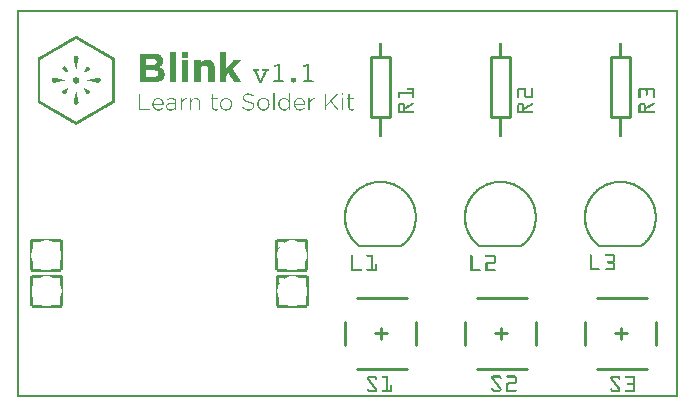
<source format=gto>
G04 MADE WITH FRITZING*
G04 WWW.FRITZING.ORG*
G04 DOUBLE SIDED*
G04 HOLES PLATED*
G04 CONTOUR ON CENTER OF CONTOUR VECTOR*
%ASAXBY*%
%FSLAX23Y23*%
%MOIN*%
%OFA0B0*%
%SFA1.0B1.0*%
%ADD10C,0.010000*%
%ADD11R,0.001000X0.001000*%
%LNSILK1*%
G90*
G70*
G54D10*
X1980Y935D02*
X1980Y1135D01*
D02*
X1980Y1135D02*
X2046Y1135D01*
D02*
X2046Y1135D02*
X2046Y935D01*
D02*
X2046Y935D02*
X1980Y935D01*
D02*
X1580Y935D02*
X1580Y1135D01*
D02*
X1580Y1135D02*
X1646Y1135D01*
D02*
X1646Y1135D02*
X1646Y935D01*
D02*
X1646Y935D02*
X1580Y935D01*
D02*
X2131Y253D02*
X2131Y174D01*
D02*
X1934Y332D02*
X2102Y332D01*
D02*
X1934Y96D02*
X2102Y96D01*
D02*
X1895Y253D02*
X1895Y174D01*
D02*
X2013Y233D02*
X2013Y194D01*
D02*
X2033Y214D02*
X1993Y214D01*
D02*
X1731Y253D02*
X1731Y174D01*
D02*
X1534Y332D02*
X1702Y332D01*
D02*
X1534Y96D02*
X1702Y96D01*
D02*
X1495Y253D02*
X1495Y174D01*
D02*
X1613Y233D02*
X1613Y194D01*
D02*
X1633Y214D02*
X1593Y214D01*
D02*
X1331Y253D02*
X1331Y174D01*
D02*
X1134Y332D02*
X1302Y332D01*
D02*
X1134Y96D02*
X1302Y96D01*
D02*
X1095Y253D02*
X1095Y174D01*
D02*
X1213Y233D02*
X1213Y194D01*
D02*
X1233Y214D02*
X1193Y214D01*
D02*
X1180Y935D02*
X1180Y1135D01*
D02*
X1180Y1135D02*
X1246Y1135D01*
D02*
X1246Y1135D02*
X1246Y935D01*
D02*
X1246Y935D02*
X1180Y935D01*
G54D11*
X0Y1292D02*
X2204Y1292D01*
X0Y1291D02*
X2204Y1291D01*
X0Y1290D02*
X2204Y1290D01*
X0Y1289D02*
X2204Y1289D01*
X0Y1288D02*
X2204Y1288D01*
X0Y1287D02*
X2204Y1287D01*
X0Y1286D02*
X2204Y1286D01*
X0Y1285D02*
X2204Y1285D01*
X0Y1284D02*
X7Y1284D01*
X2197Y1284D02*
X2204Y1284D01*
X0Y1283D02*
X7Y1283D01*
X2197Y1283D02*
X2204Y1283D01*
X0Y1282D02*
X7Y1282D01*
X2197Y1282D02*
X2204Y1282D01*
X0Y1281D02*
X7Y1281D01*
X2197Y1281D02*
X2204Y1281D01*
X0Y1280D02*
X7Y1280D01*
X2197Y1280D02*
X2204Y1280D01*
X0Y1279D02*
X7Y1279D01*
X2197Y1279D02*
X2204Y1279D01*
X0Y1278D02*
X7Y1278D01*
X2197Y1278D02*
X2204Y1278D01*
X0Y1277D02*
X7Y1277D01*
X2197Y1277D02*
X2204Y1277D01*
X0Y1276D02*
X7Y1276D01*
X2197Y1276D02*
X2204Y1276D01*
X0Y1275D02*
X7Y1275D01*
X2197Y1275D02*
X2204Y1275D01*
X0Y1274D02*
X7Y1274D01*
X2197Y1274D02*
X2204Y1274D01*
X0Y1273D02*
X7Y1273D01*
X2197Y1273D02*
X2204Y1273D01*
X0Y1272D02*
X7Y1272D01*
X2197Y1272D02*
X2204Y1272D01*
X0Y1271D02*
X7Y1271D01*
X2197Y1271D02*
X2204Y1271D01*
X0Y1270D02*
X7Y1270D01*
X2197Y1270D02*
X2204Y1270D01*
X0Y1269D02*
X7Y1269D01*
X2197Y1269D02*
X2204Y1269D01*
X0Y1268D02*
X7Y1268D01*
X2197Y1268D02*
X2204Y1268D01*
X0Y1267D02*
X7Y1267D01*
X2197Y1267D02*
X2204Y1267D01*
X0Y1266D02*
X7Y1266D01*
X2197Y1266D02*
X2204Y1266D01*
X0Y1265D02*
X7Y1265D01*
X2197Y1265D02*
X2204Y1265D01*
X0Y1264D02*
X7Y1264D01*
X2197Y1264D02*
X2204Y1264D01*
X0Y1263D02*
X7Y1263D01*
X2197Y1263D02*
X2204Y1263D01*
X0Y1262D02*
X7Y1262D01*
X2197Y1262D02*
X2204Y1262D01*
X0Y1261D02*
X7Y1261D01*
X2197Y1261D02*
X2204Y1261D01*
X0Y1260D02*
X7Y1260D01*
X2197Y1260D02*
X2204Y1260D01*
X0Y1259D02*
X7Y1259D01*
X2197Y1259D02*
X2204Y1259D01*
X0Y1258D02*
X7Y1258D01*
X2197Y1258D02*
X2204Y1258D01*
X0Y1257D02*
X7Y1257D01*
X2197Y1257D02*
X2204Y1257D01*
X0Y1256D02*
X7Y1256D01*
X2197Y1256D02*
X2204Y1256D01*
X0Y1255D02*
X7Y1255D01*
X2197Y1255D02*
X2204Y1255D01*
X0Y1254D02*
X7Y1254D01*
X2197Y1254D02*
X2204Y1254D01*
X0Y1253D02*
X7Y1253D01*
X2197Y1253D02*
X2204Y1253D01*
X0Y1252D02*
X7Y1252D01*
X2197Y1252D02*
X2204Y1252D01*
X0Y1251D02*
X7Y1251D01*
X2197Y1251D02*
X2204Y1251D01*
X0Y1250D02*
X7Y1250D01*
X2197Y1250D02*
X2204Y1250D01*
X0Y1249D02*
X7Y1249D01*
X2197Y1249D02*
X2204Y1249D01*
X0Y1248D02*
X7Y1248D01*
X2197Y1248D02*
X2204Y1248D01*
X0Y1247D02*
X7Y1247D01*
X2197Y1247D02*
X2204Y1247D01*
X0Y1246D02*
X7Y1246D01*
X2197Y1246D02*
X2204Y1246D01*
X0Y1245D02*
X7Y1245D01*
X2197Y1245D02*
X2204Y1245D01*
X0Y1244D02*
X7Y1244D01*
X2197Y1244D02*
X2204Y1244D01*
X0Y1243D02*
X7Y1243D01*
X2197Y1243D02*
X2204Y1243D01*
X0Y1242D02*
X7Y1242D01*
X2197Y1242D02*
X2204Y1242D01*
X0Y1241D02*
X7Y1241D01*
X2197Y1241D02*
X2204Y1241D01*
X0Y1240D02*
X7Y1240D01*
X2197Y1240D02*
X2204Y1240D01*
X0Y1239D02*
X7Y1239D01*
X2197Y1239D02*
X2204Y1239D01*
X0Y1238D02*
X7Y1238D01*
X2197Y1238D02*
X2204Y1238D01*
X0Y1237D02*
X7Y1237D01*
X2197Y1237D02*
X2204Y1237D01*
X0Y1236D02*
X7Y1236D01*
X2197Y1236D02*
X2204Y1236D01*
X0Y1235D02*
X7Y1235D01*
X2197Y1235D02*
X2204Y1235D01*
X0Y1234D02*
X7Y1234D01*
X2197Y1234D02*
X2204Y1234D01*
X0Y1233D02*
X7Y1233D01*
X2197Y1233D02*
X2204Y1233D01*
X0Y1232D02*
X7Y1232D01*
X2197Y1232D02*
X2204Y1232D01*
X0Y1231D02*
X7Y1231D01*
X2197Y1231D02*
X2204Y1231D01*
X0Y1230D02*
X7Y1230D01*
X2197Y1230D02*
X2204Y1230D01*
X0Y1229D02*
X7Y1229D01*
X2197Y1229D02*
X2204Y1229D01*
X0Y1228D02*
X7Y1228D01*
X2197Y1228D02*
X2204Y1228D01*
X0Y1227D02*
X7Y1227D01*
X2197Y1227D02*
X2204Y1227D01*
X0Y1226D02*
X7Y1226D01*
X2197Y1226D02*
X2204Y1226D01*
X0Y1225D02*
X7Y1225D01*
X2197Y1225D02*
X2204Y1225D01*
X0Y1224D02*
X7Y1224D01*
X2197Y1224D02*
X2204Y1224D01*
X0Y1223D02*
X7Y1223D01*
X2197Y1223D02*
X2204Y1223D01*
X0Y1222D02*
X7Y1222D01*
X2197Y1222D02*
X2204Y1222D01*
X0Y1221D02*
X7Y1221D01*
X2197Y1221D02*
X2204Y1221D01*
X0Y1220D02*
X7Y1220D01*
X2197Y1220D02*
X2204Y1220D01*
X0Y1219D02*
X7Y1219D01*
X2197Y1219D02*
X2204Y1219D01*
X0Y1218D02*
X7Y1218D01*
X2197Y1218D02*
X2204Y1218D01*
X0Y1217D02*
X7Y1217D01*
X2197Y1217D02*
X2204Y1217D01*
X0Y1216D02*
X7Y1216D01*
X2197Y1216D02*
X2204Y1216D01*
X0Y1215D02*
X7Y1215D01*
X2197Y1215D02*
X2204Y1215D01*
X0Y1214D02*
X7Y1214D01*
X2197Y1214D02*
X2204Y1214D01*
X0Y1213D02*
X7Y1213D01*
X2197Y1213D02*
X2204Y1213D01*
X0Y1212D02*
X7Y1212D01*
X2197Y1212D02*
X2204Y1212D01*
X0Y1211D02*
X7Y1211D01*
X2197Y1211D02*
X2204Y1211D01*
X0Y1210D02*
X7Y1210D01*
X2197Y1210D02*
X2204Y1210D01*
X0Y1209D02*
X7Y1209D01*
X2197Y1209D02*
X2204Y1209D01*
X0Y1208D02*
X7Y1208D01*
X2197Y1208D02*
X2204Y1208D01*
X0Y1207D02*
X7Y1207D01*
X2197Y1207D02*
X2204Y1207D01*
X0Y1206D02*
X7Y1206D01*
X2197Y1206D02*
X2204Y1206D01*
X0Y1205D02*
X7Y1205D01*
X197Y1205D02*
X199Y1205D01*
X2197Y1205D02*
X2204Y1205D01*
X0Y1204D02*
X7Y1204D01*
X195Y1204D02*
X201Y1204D01*
X2197Y1204D02*
X2204Y1204D01*
X0Y1203D02*
X7Y1203D01*
X194Y1203D02*
X203Y1203D01*
X2197Y1203D02*
X2204Y1203D01*
X0Y1202D02*
X7Y1202D01*
X192Y1202D02*
X204Y1202D01*
X2197Y1202D02*
X2204Y1202D01*
X0Y1201D02*
X7Y1201D01*
X190Y1201D02*
X206Y1201D01*
X2197Y1201D02*
X2204Y1201D01*
X0Y1200D02*
X7Y1200D01*
X188Y1200D02*
X208Y1200D01*
X2197Y1200D02*
X2204Y1200D01*
X0Y1199D02*
X7Y1199D01*
X187Y1199D02*
X210Y1199D01*
X2197Y1199D02*
X2204Y1199D01*
X0Y1198D02*
X7Y1198D01*
X185Y1198D02*
X211Y1198D01*
X2197Y1198D02*
X2204Y1198D01*
X0Y1197D02*
X7Y1197D01*
X183Y1197D02*
X213Y1197D01*
X2197Y1197D02*
X2204Y1197D01*
X0Y1196D02*
X7Y1196D01*
X182Y1196D02*
X215Y1196D01*
X2197Y1196D02*
X2204Y1196D01*
X0Y1195D02*
X7Y1195D01*
X180Y1195D02*
X216Y1195D01*
X2197Y1195D02*
X2204Y1195D01*
X0Y1194D02*
X7Y1194D01*
X178Y1194D02*
X196Y1194D01*
X200Y1194D02*
X218Y1194D01*
X2197Y1194D02*
X2204Y1194D01*
X0Y1193D02*
X7Y1193D01*
X176Y1193D02*
X195Y1193D01*
X202Y1193D02*
X220Y1193D01*
X2197Y1193D02*
X2204Y1193D01*
X0Y1192D02*
X7Y1192D01*
X175Y1192D02*
X193Y1192D01*
X203Y1192D02*
X222Y1192D01*
X2197Y1192D02*
X2204Y1192D01*
X0Y1191D02*
X7Y1191D01*
X173Y1191D02*
X191Y1191D01*
X205Y1191D02*
X223Y1191D01*
X2197Y1191D02*
X2204Y1191D01*
X0Y1190D02*
X7Y1190D01*
X171Y1190D02*
X189Y1190D01*
X207Y1190D02*
X225Y1190D01*
X2197Y1190D02*
X2204Y1190D01*
X0Y1189D02*
X7Y1189D01*
X169Y1189D02*
X188Y1189D01*
X209Y1189D02*
X227Y1189D01*
X2197Y1189D02*
X2204Y1189D01*
X0Y1188D02*
X7Y1188D01*
X168Y1188D02*
X186Y1188D01*
X210Y1188D02*
X229Y1188D01*
X2197Y1188D02*
X2204Y1188D01*
X0Y1187D02*
X7Y1187D01*
X166Y1187D02*
X184Y1187D01*
X212Y1187D02*
X230Y1187D01*
X2197Y1187D02*
X2204Y1187D01*
X0Y1186D02*
X7Y1186D01*
X164Y1186D02*
X183Y1186D01*
X214Y1186D02*
X232Y1186D01*
X2197Y1186D02*
X2204Y1186D01*
X0Y1185D02*
X7Y1185D01*
X162Y1185D02*
X181Y1185D01*
X215Y1185D02*
X234Y1185D01*
X2197Y1185D02*
X2204Y1185D01*
X0Y1184D02*
X7Y1184D01*
X161Y1184D02*
X179Y1184D01*
X217Y1184D02*
X235Y1184D01*
X2197Y1184D02*
X2204Y1184D01*
X0Y1183D02*
X7Y1183D01*
X159Y1183D02*
X177Y1183D01*
X219Y1183D02*
X237Y1183D01*
X1208Y1183D02*
X1208Y1183D01*
X1217Y1183D02*
X1217Y1183D01*
X1608Y1183D02*
X1608Y1183D01*
X1617Y1183D02*
X1617Y1183D01*
X2017Y1183D02*
X2017Y1183D01*
X2197Y1183D02*
X2204Y1183D01*
X0Y1182D02*
X7Y1182D01*
X157Y1182D02*
X176Y1182D01*
X221Y1182D02*
X239Y1182D01*
X1208Y1182D02*
X1217Y1182D01*
X1608Y1182D02*
X1617Y1182D01*
X2008Y1182D02*
X2017Y1182D01*
X2197Y1182D02*
X2204Y1182D01*
X0Y1181D02*
X7Y1181D01*
X156Y1181D02*
X174Y1181D01*
X222Y1181D02*
X241Y1181D01*
X1208Y1181D02*
X1217Y1181D01*
X1608Y1181D02*
X1617Y1181D01*
X2008Y1181D02*
X2017Y1181D01*
X2197Y1181D02*
X2204Y1181D01*
X0Y1180D02*
X7Y1180D01*
X154Y1180D02*
X172Y1180D01*
X224Y1180D02*
X242Y1180D01*
X1208Y1180D02*
X1217Y1180D01*
X1608Y1180D02*
X1617Y1180D01*
X2008Y1180D02*
X2017Y1180D01*
X2197Y1180D02*
X2204Y1180D01*
X0Y1179D02*
X7Y1179D01*
X152Y1179D02*
X170Y1179D01*
X226Y1179D02*
X244Y1179D01*
X1208Y1179D02*
X1217Y1179D01*
X1608Y1179D02*
X1617Y1179D01*
X2008Y1179D02*
X2017Y1179D01*
X2197Y1179D02*
X2204Y1179D01*
X0Y1178D02*
X7Y1178D01*
X150Y1178D02*
X169Y1178D01*
X228Y1178D02*
X246Y1178D01*
X1208Y1178D02*
X1217Y1178D01*
X1608Y1178D02*
X1617Y1178D01*
X2008Y1178D02*
X2017Y1178D01*
X2197Y1178D02*
X2204Y1178D01*
X0Y1177D02*
X7Y1177D01*
X149Y1177D02*
X167Y1177D01*
X229Y1177D02*
X248Y1177D01*
X1208Y1177D02*
X1217Y1177D01*
X1608Y1177D02*
X1617Y1177D01*
X2008Y1177D02*
X2017Y1177D01*
X2197Y1177D02*
X2204Y1177D01*
X0Y1176D02*
X7Y1176D01*
X147Y1176D02*
X165Y1176D01*
X231Y1176D02*
X249Y1176D01*
X1208Y1176D02*
X1217Y1176D01*
X1608Y1176D02*
X1617Y1176D01*
X2008Y1176D02*
X2017Y1176D01*
X2197Y1176D02*
X2204Y1176D01*
X0Y1175D02*
X7Y1175D01*
X145Y1175D02*
X164Y1175D01*
X233Y1175D02*
X251Y1175D01*
X1208Y1175D02*
X1217Y1175D01*
X1608Y1175D02*
X1617Y1175D01*
X2008Y1175D02*
X2017Y1175D01*
X2197Y1175D02*
X2204Y1175D01*
X0Y1174D02*
X7Y1174D01*
X143Y1174D02*
X162Y1174D01*
X234Y1174D02*
X253Y1174D01*
X1208Y1174D02*
X1217Y1174D01*
X1608Y1174D02*
X1617Y1174D01*
X2008Y1174D02*
X2017Y1174D01*
X2197Y1174D02*
X2204Y1174D01*
X0Y1173D02*
X7Y1173D01*
X142Y1173D02*
X160Y1173D01*
X236Y1173D02*
X255Y1173D01*
X1208Y1173D02*
X1217Y1173D01*
X1608Y1173D02*
X1617Y1173D01*
X2008Y1173D02*
X2017Y1173D01*
X2197Y1173D02*
X2204Y1173D01*
X0Y1172D02*
X7Y1172D01*
X140Y1172D02*
X158Y1172D01*
X238Y1172D02*
X256Y1172D01*
X1208Y1172D02*
X1217Y1172D01*
X1608Y1172D02*
X1617Y1172D01*
X2008Y1172D02*
X2017Y1172D01*
X2197Y1172D02*
X2204Y1172D01*
X0Y1171D02*
X7Y1171D01*
X138Y1171D02*
X157Y1171D01*
X240Y1171D02*
X258Y1171D01*
X1208Y1171D02*
X1217Y1171D01*
X1608Y1171D02*
X1617Y1171D01*
X2008Y1171D02*
X2017Y1171D01*
X2197Y1171D02*
X2204Y1171D01*
X0Y1170D02*
X7Y1170D01*
X137Y1170D02*
X155Y1170D01*
X241Y1170D02*
X260Y1170D01*
X1208Y1170D02*
X1217Y1170D01*
X1608Y1170D02*
X1617Y1170D01*
X2008Y1170D02*
X2017Y1170D01*
X2197Y1170D02*
X2204Y1170D01*
X0Y1169D02*
X7Y1169D01*
X135Y1169D02*
X153Y1169D01*
X243Y1169D02*
X261Y1169D01*
X1208Y1169D02*
X1217Y1169D01*
X1608Y1169D02*
X1617Y1169D01*
X2008Y1169D02*
X2017Y1169D01*
X2197Y1169D02*
X2204Y1169D01*
X0Y1168D02*
X7Y1168D01*
X133Y1168D02*
X151Y1168D01*
X245Y1168D02*
X263Y1168D01*
X1208Y1168D02*
X1217Y1168D01*
X1608Y1168D02*
X1617Y1168D01*
X2008Y1168D02*
X2017Y1168D01*
X2197Y1168D02*
X2204Y1168D01*
X0Y1167D02*
X7Y1167D01*
X131Y1167D02*
X150Y1167D01*
X247Y1167D02*
X265Y1167D01*
X1208Y1167D02*
X1217Y1167D01*
X1608Y1167D02*
X1617Y1167D01*
X2008Y1167D02*
X2017Y1167D01*
X2197Y1167D02*
X2204Y1167D01*
X0Y1166D02*
X7Y1166D01*
X130Y1166D02*
X148Y1166D01*
X248Y1166D02*
X267Y1166D01*
X1208Y1166D02*
X1217Y1166D01*
X1608Y1166D02*
X1617Y1166D01*
X2008Y1166D02*
X2017Y1166D01*
X2197Y1166D02*
X2204Y1166D01*
X0Y1165D02*
X7Y1165D01*
X128Y1165D02*
X146Y1165D01*
X250Y1165D02*
X268Y1165D01*
X1208Y1165D02*
X1217Y1165D01*
X1608Y1165D02*
X1617Y1165D01*
X2008Y1165D02*
X2017Y1165D01*
X2197Y1165D02*
X2204Y1165D01*
X0Y1164D02*
X7Y1164D01*
X126Y1164D02*
X144Y1164D01*
X252Y1164D02*
X270Y1164D01*
X1208Y1164D02*
X1217Y1164D01*
X1608Y1164D02*
X1617Y1164D01*
X2008Y1164D02*
X2017Y1164D01*
X2197Y1164D02*
X2204Y1164D01*
X0Y1163D02*
X7Y1163D01*
X124Y1163D02*
X143Y1163D01*
X254Y1163D02*
X272Y1163D01*
X1208Y1163D02*
X1217Y1163D01*
X1608Y1163D02*
X1617Y1163D01*
X2008Y1163D02*
X2017Y1163D01*
X2197Y1163D02*
X2204Y1163D01*
X0Y1162D02*
X7Y1162D01*
X123Y1162D02*
X141Y1162D01*
X255Y1162D02*
X274Y1162D01*
X1208Y1162D02*
X1217Y1162D01*
X1608Y1162D02*
X1617Y1162D01*
X2008Y1162D02*
X2017Y1162D01*
X2197Y1162D02*
X2204Y1162D01*
X0Y1161D02*
X7Y1161D01*
X121Y1161D02*
X139Y1161D01*
X257Y1161D02*
X275Y1161D01*
X1208Y1161D02*
X1217Y1161D01*
X1608Y1161D02*
X1617Y1161D01*
X2008Y1161D02*
X2017Y1161D01*
X2197Y1161D02*
X2204Y1161D01*
X0Y1160D02*
X7Y1160D01*
X119Y1160D02*
X138Y1160D01*
X259Y1160D02*
X277Y1160D01*
X1208Y1160D02*
X1217Y1160D01*
X1608Y1160D02*
X1617Y1160D01*
X2008Y1160D02*
X2017Y1160D01*
X2197Y1160D02*
X2204Y1160D01*
X0Y1159D02*
X7Y1159D01*
X117Y1159D02*
X136Y1159D01*
X260Y1159D02*
X279Y1159D01*
X1208Y1159D02*
X1217Y1159D01*
X1608Y1159D02*
X1617Y1159D01*
X2008Y1159D02*
X2017Y1159D01*
X2197Y1159D02*
X2204Y1159D01*
X0Y1158D02*
X7Y1158D01*
X116Y1158D02*
X134Y1158D01*
X262Y1158D02*
X280Y1158D01*
X1208Y1158D02*
X1217Y1158D01*
X1608Y1158D02*
X1617Y1158D01*
X2008Y1158D02*
X2017Y1158D01*
X2197Y1158D02*
X2204Y1158D01*
X0Y1157D02*
X7Y1157D01*
X114Y1157D02*
X132Y1157D01*
X264Y1157D02*
X282Y1157D01*
X1208Y1157D02*
X1217Y1157D01*
X1608Y1157D02*
X1617Y1157D01*
X2008Y1157D02*
X2017Y1157D01*
X2197Y1157D02*
X2204Y1157D01*
X0Y1156D02*
X7Y1156D01*
X112Y1156D02*
X131Y1156D01*
X266Y1156D02*
X284Y1156D01*
X1208Y1156D02*
X1217Y1156D01*
X1608Y1156D02*
X1617Y1156D01*
X2008Y1156D02*
X2017Y1156D01*
X2197Y1156D02*
X2204Y1156D01*
X0Y1155D02*
X7Y1155D01*
X111Y1155D02*
X129Y1155D01*
X267Y1155D02*
X286Y1155D01*
X1208Y1155D02*
X1217Y1155D01*
X1608Y1155D02*
X1617Y1155D01*
X2008Y1155D02*
X2017Y1155D01*
X2197Y1155D02*
X2204Y1155D01*
X0Y1154D02*
X7Y1154D01*
X109Y1154D02*
X127Y1154D01*
X269Y1154D02*
X287Y1154D01*
X1208Y1154D02*
X1217Y1154D01*
X1608Y1154D02*
X1617Y1154D01*
X2008Y1154D02*
X2017Y1154D01*
X2197Y1154D02*
X2204Y1154D01*
X0Y1153D02*
X7Y1153D01*
X107Y1153D02*
X125Y1153D01*
X271Y1153D02*
X289Y1153D01*
X1208Y1153D02*
X1217Y1153D01*
X1608Y1153D02*
X1617Y1153D01*
X2008Y1153D02*
X2017Y1153D01*
X2197Y1153D02*
X2204Y1153D01*
X0Y1152D02*
X7Y1152D01*
X105Y1152D02*
X124Y1152D01*
X273Y1152D02*
X291Y1152D01*
X1208Y1152D02*
X1217Y1152D01*
X1608Y1152D02*
X1617Y1152D01*
X2008Y1152D02*
X2017Y1152D01*
X2197Y1152D02*
X2204Y1152D01*
X0Y1151D02*
X7Y1151D01*
X104Y1151D02*
X122Y1151D01*
X274Y1151D02*
X293Y1151D01*
X511Y1151D02*
X530Y1151D01*
X552Y1151D02*
X572Y1151D01*
X679Y1151D02*
X698Y1151D01*
X1208Y1151D02*
X1217Y1151D01*
X1608Y1151D02*
X1617Y1151D01*
X2008Y1151D02*
X2017Y1151D01*
X2197Y1151D02*
X2204Y1151D01*
X0Y1150D02*
X7Y1150D01*
X102Y1150D02*
X120Y1150D01*
X276Y1150D02*
X294Y1150D01*
X510Y1150D02*
X530Y1150D01*
X551Y1150D02*
X572Y1150D01*
X678Y1150D02*
X698Y1150D01*
X1208Y1150D02*
X1217Y1150D01*
X1608Y1150D02*
X1617Y1150D01*
X2008Y1150D02*
X2017Y1150D01*
X2197Y1150D02*
X2204Y1150D01*
X0Y1149D02*
X7Y1149D01*
X100Y1149D02*
X118Y1149D01*
X278Y1149D02*
X296Y1149D01*
X510Y1149D02*
X530Y1149D01*
X551Y1149D02*
X572Y1149D01*
X678Y1149D02*
X698Y1149D01*
X1208Y1149D02*
X1217Y1149D01*
X1608Y1149D02*
X1617Y1149D01*
X2008Y1149D02*
X2017Y1149D01*
X2197Y1149D02*
X2204Y1149D01*
X0Y1148D02*
X7Y1148D01*
X98Y1148D02*
X117Y1148D01*
X280Y1148D02*
X298Y1148D01*
X510Y1148D02*
X530Y1148D01*
X551Y1148D02*
X572Y1148D01*
X678Y1148D02*
X698Y1148D01*
X1208Y1148D02*
X1217Y1148D01*
X1608Y1148D02*
X1617Y1148D01*
X2008Y1148D02*
X2017Y1148D01*
X2197Y1148D02*
X2204Y1148D01*
X0Y1147D02*
X7Y1147D01*
X97Y1147D02*
X115Y1147D01*
X281Y1147D02*
X300Y1147D01*
X510Y1147D02*
X530Y1147D01*
X551Y1147D02*
X572Y1147D01*
X678Y1147D02*
X698Y1147D01*
X1208Y1147D02*
X1217Y1147D01*
X1608Y1147D02*
X1617Y1147D01*
X2008Y1147D02*
X2017Y1147D01*
X2197Y1147D02*
X2204Y1147D01*
X0Y1146D02*
X7Y1146D01*
X95Y1146D02*
X113Y1146D01*
X283Y1146D02*
X301Y1146D01*
X412Y1146D02*
X465Y1146D01*
X510Y1146D02*
X530Y1146D01*
X551Y1146D02*
X572Y1146D01*
X678Y1146D02*
X698Y1146D01*
X1208Y1146D02*
X1217Y1146D01*
X1608Y1146D02*
X1617Y1146D01*
X2008Y1146D02*
X2017Y1146D01*
X2197Y1146D02*
X2204Y1146D01*
X0Y1145D02*
X7Y1145D01*
X93Y1145D02*
X112Y1145D01*
X285Y1145D02*
X303Y1145D01*
X412Y1145D02*
X469Y1145D01*
X510Y1145D02*
X530Y1145D01*
X551Y1145D02*
X572Y1145D01*
X678Y1145D02*
X698Y1145D01*
X1208Y1145D02*
X1217Y1145D01*
X1608Y1145D02*
X1617Y1145D01*
X2008Y1145D02*
X2017Y1145D01*
X2197Y1145D02*
X2204Y1145D01*
X0Y1144D02*
X7Y1144D01*
X91Y1144D02*
X110Y1144D01*
X286Y1144D02*
X305Y1144D01*
X412Y1144D02*
X472Y1144D01*
X510Y1144D02*
X530Y1144D01*
X551Y1144D02*
X572Y1144D01*
X678Y1144D02*
X698Y1144D01*
X1208Y1144D02*
X1217Y1144D01*
X1608Y1144D02*
X1617Y1144D01*
X2008Y1144D02*
X2017Y1144D01*
X2197Y1144D02*
X2204Y1144D01*
X0Y1143D02*
X7Y1143D01*
X90Y1143D02*
X108Y1143D01*
X288Y1143D02*
X306Y1143D01*
X412Y1143D02*
X474Y1143D01*
X510Y1143D02*
X530Y1143D01*
X551Y1143D02*
X572Y1143D01*
X678Y1143D02*
X698Y1143D01*
X1208Y1143D02*
X1217Y1143D01*
X1608Y1143D02*
X1617Y1143D01*
X2008Y1143D02*
X2017Y1143D01*
X2197Y1143D02*
X2204Y1143D01*
X0Y1142D02*
X7Y1142D01*
X88Y1142D02*
X106Y1142D01*
X290Y1142D02*
X308Y1142D01*
X412Y1142D02*
X476Y1142D01*
X510Y1142D02*
X530Y1142D01*
X551Y1142D02*
X572Y1142D01*
X678Y1142D02*
X698Y1142D01*
X1208Y1142D02*
X1217Y1142D01*
X1608Y1142D02*
X1617Y1142D01*
X2008Y1142D02*
X2017Y1142D01*
X2197Y1142D02*
X2204Y1142D01*
X0Y1141D02*
X7Y1141D01*
X86Y1141D02*
X105Y1141D01*
X292Y1141D02*
X310Y1141D01*
X412Y1141D02*
X478Y1141D01*
X510Y1141D02*
X530Y1141D01*
X551Y1141D02*
X572Y1141D01*
X678Y1141D02*
X698Y1141D01*
X1208Y1141D02*
X1217Y1141D01*
X1608Y1141D02*
X1617Y1141D01*
X2008Y1141D02*
X2017Y1141D01*
X2197Y1141D02*
X2204Y1141D01*
X0Y1140D02*
X7Y1140D01*
X85Y1140D02*
X103Y1140D01*
X293Y1140D02*
X312Y1140D01*
X412Y1140D02*
X479Y1140D01*
X510Y1140D02*
X530Y1140D01*
X551Y1140D02*
X572Y1140D01*
X678Y1140D02*
X698Y1140D01*
X1208Y1140D02*
X1217Y1140D01*
X1608Y1140D02*
X1617Y1140D01*
X2008Y1140D02*
X2017Y1140D01*
X2197Y1140D02*
X2204Y1140D01*
X0Y1139D02*
X7Y1139D01*
X83Y1139D02*
X101Y1139D01*
X295Y1139D02*
X313Y1139D01*
X412Y1139D02*
X480Y1139D01*
X510Y1139D02*
X530Y1139D01*
X551Y1139D02*
X572Y1139D01*
X678Y1139D02*
X698Y1139D01*
X1208Y1139D02*
X1217Y1139D01*
X1608Y1139D02*
X1617Y1139D01*
X2008Y1139D02*
X2017Y1139D01*
X2197Y1139D02*
X2204Y1139D01*
X0Y1138D02*
X7Y1138D01*
X81Y1138D02*
X99Y1138D01*
X195Y1138D02*
X201Y1138D01*
X297Y1138D02*
X315Y1138D01*
X412Y1138D02*
X481Y1138D01*
X510Y1138D02*
X530Y1138D01*
X551Y1138D02*
X572Y1138D01*
X678Y1138D02*
X698Y1138D01*
X1208Y1138D02*
X1217Y1138D01*
X1608Y1138D02*
X1617Y1138D01*
X2008Y1138D02*
X2017Y1138D01*
X2197Y1138D02*
X2204Y1138D01*
X0Y1137D02*
X7Y1137D01*
X79Y1137D02*
X98Y1137D01*
X193Y1137D02*
X203Y1137D01*
X299Y1137D02*
X317Y1137D01*
X412Y1137D02*
X482Y1137D01*
X510Y1137D02*
X530Y1137D01*
X551Y1137D02*
X572Y1137D01*
X678Y1137D02*
X698Y1137D01*
X1208Y1137D02*
X1217Y1137D01*
X1608Y1137D02*
X1617Y1137D01*
X2008Y1137D02*
X2017Y1137D01*
X2197Y1137D02*
X2204Y1137D01*
X0Y1136D02*
X7Y1136D01*
X78Y1136D02*
X96Y1136D01*
X192Y1136D02*
X204Y1136D01*
X300Y1136D02*
X319Y1136D01*
X412Y1136D02*
X483Y1136D01*
X510Y1136D02*
X530Y1136D01*
X551Y1136D02*
X572Y1136D01*
X678Y1136D02*
X698Y1136D01*
X1208Y1136D02*
X1217Y1136D01*
X1608Y1136D02*
X1617Y1136D01*
X2008Y1136D02*
X2017Y1136D01*
X2197Y1136D02*
X2204Y1136D01*
X0Y1135D02*
X7Y1135D01*
X76Y1135D02*
X94Y1135D01*
X192Y1135D02*
X205Y1135D01*
X302Y1135D02*
X320Y1135D01*
X412Y1135D02*
X484Y1135D01*
X510Y1135D02*
X530Y1135D01*
X551Y1135D02*
X572Y1135D01*
X678Y1135D02*
X698Y1135D01*
X1208Y1135D02*
X1217Y1135D01*
X1608Y1135D02*
X1617Y1135D01*
X2008Y1135D02*
X2017Y1135D01*
X2197Y1135D02*
X2204Y1135D01*
X0Y1134D02*
X7Y1134D01*
X74Y1134D02*
X92Y1134D01*
X191Y1134D02*
X205Y1134D01*
X304Y1134D02*
X322Y1134D01*
X412Y1134D02*
X484Y1134D01*
X510Y1134D02*
X530Y1134D01*
X551Y1134D02*
X572Y1134D01*
X678Y1134D02*
X698Y1134D01*
X2197Y1134D02*
X2204Y1134D01*
X0Y1133D02*
X7Y1133D01*
X72Y1133D02*
X91Y1133D01*
X191Y1133D02*
X205Y1133D01*
X305Y1133D02*
X324Y1133D01*
X412Y1133D02*
X485Y1133D01*
X510Y1133D02*
X530Y1133D01*
X551Y1133D02*
X572Y1133D01*
X678Y1133D02*
X698Y1133D01*
X2197Y1133D02*
X2204Y1133D01*
X0Y1132D02*
X7Y1132D01*
X71Y1132D02*
X89Y1132D01*
X191Y1132D02*
X206Y1132D01*
X307Y1132D02*
X326Y1132D01*
X412Y1132D02*
X486Y1132D01*
X510Y1132D02*
X530Y1132D01*
X678Y1132D02*
X698Y1132D01*
X2197Y1132D02*
X2204Y1132D01*
X0Y1131D02*
X7Y1131D01*
X70Y1131D02*
X87Y1131D01*
X190Y1131D02*
X206Y1131D01*
X309Y1131D02*
X326Y1131D01*
X412Y1131D02*
X486Y1131D01*
X510Y1131D02*
X530Y1131D01*
X678Y1131D02*
X698Y1131D01*
X2197Y1131D02*
X2204Y1131D01*
X0Y1130D02*
X7Y1130D01*
X70Y1130D02*
X86Y1130D01*
X190Y1130D02*
X206Y1130D01*
X311Y1130D02*
X326Y1130D01*
X412Y1130D02*
X486Y1130D01*
X510Y1130D02*
X530Y1130D01*
X678Y1130D02*
X698Y1130D01*
X2197Y1130D02*
X2204Y1130D01*
X0Y1129D02*
X7Y1129D01*
X70Y1129D02*
X84Y1129D01*
X191Y1129D02*
X206Y1129D01*
X312Y1129D02*
X326Y1129D01*
X412Y1129D02*
X487Y1129D01*
X510Y1129D02*
X530Y1129D01*
X678Y1129D02*
X698Y1129D01*
X2197Y1129D02*
X2204Y1129D01*
X0Y1128D02*
X7Y1128D01*
X70Y1128D02*
X82Y1128D01*
X191Y1128D02*
X206Y1128D01*
X314Y1128D02*
X326Y1128D01*
X412Y1128D02*
X432Y1128D01*
X457Y1128D02*
X487Y1128D01*
X510Y1128D02*
X530Y1128D01*
X678Y1128D02*
X698Y1128D01*
X2197Y1128D02*
X2204Y1128D01*
X0Y1127D02*
X7Y1127D01*
X70Y1127D02*
X80Y1127D01*
X191Y1127D02*
X205Y1127D01*
X316Y1127D02*
X326Y1127D01*
X412Y1127D02*
X432Y1127D01*
X461Y1127D02*
X487Y1127D01*
X510Y1127D02*
X530Y1127D01*
X678Y1127D02*
X698Y1127D01*
X2197Y1127D02*
X2204Y1127D01*
X0Y1126D02*
X7Y1126D01*
X70Y1126D02*
X79Y1126D01*
X191Y1126D02*
X205Y1126D01*
X318Y1126D02*
X326Y1126D01*
X412Y1126D02*
X432Y1126D01*
X463Y1126D02*
X487Y1126D01*
X510Y1126D02*
X530Y1126D01*
X678Y1126D02*
X698Y1126D01*
X2197Y1126D02*
X2204Y1126D01*
X0Y1125D02*
X7Y1125D01*
X70Y1125D02*
X78Y1125D01*
X191Y1125D02*
X205Y1125D01*
X318Y1125D02*
X326Y1125D01*
X412Y1125D02*
X432Y1125D01*
X465Y1125D02*
X487Y1125D01*
X510Y1125D02*
X530Y1125D01*
X630Y1125D02*
X640Y1125D01*
X678Y1125D02*
X698Y1125D01*
X2197Y1125D02*
X2204Y1125D01*
X0Y1124D02*
X7Y1124D01*
X70Y1124D02*
X78Y1124D01*
X192Y1124D02*
X205Y1124D01*
X318Y1124D02*
X326Y1124D01*
X412Y1124D02*
X432Y1124D01*
X466Y1124D02*
X488Y1124D01*
X510Y1124D02*
X530Y1124D01*
X552Y1124D02*
X572Y1124D01*
X593Y1124D02*
X612Y1124D01*
X626Y1124D02*
X644Y1124D01*
X678Y1124D02*
X698Y1124D01*
X724Y1124D02*
X747Y1124D01*
X2197Y1124D02*
X2204Y1124D01*
X0Y1123D02*
X7Y1123D01*
X70Y1123D02*
X78Y1123D01*
X192Y1123D02*
X204Y1123D01*
X318Y1123D02*
X326Y1123D01*
X412Y1123D02*
X432Y1123D01*
X466Y1123D02*
X488Y1123D01*
X510Y1123D02*
X530Y1123D01*
X552Y1123D02*
X572Y1123D01*
X593Y1123D02*
X613Y1123D01*
X624Y1123D02*
X646Y1123D01*
X678Y1123D02*
X698Y1123D01*
X723Y1123D02*
X747Y1123D01*
X2197Y1123D02*
X2204Y1123D01*
X0Y1122D02*
X7Y1122D01*
X70Y1122D02*
X78Y1122D01*
X192Y1122D02*
X204Y1122D01*
X318Y1122D02*
X326Y1122D01*
X412Y1122D02*
X432Y1122D01*
X467Y1122D02*
X488Y1122D01*
X510Y1122D02*
X530Y1122D01*
X552Y1122D02*
X572Y1122D01*
X593Y1122D02*
X613Y1122D01*
X622Y1122D02*
X648Y1122D01*
X678Y1122D02*
X698Y1122D01*
X722Y1122D02*
X746Y1122D01*
X2197Y1122D02*
X2204Y1122D01*
X0Y1121D02*
X7Y1121D01*
X70Y1121D02*
X78Y1121D01*
X192Y1121D02*
X204Y1121D01*
X318Y1121D02*
X326Y1121D01*
X412Y1121D02*
X432Y1121D01*
X467Y1121D02*
X488Y1121D01*
X510Y1121D02*
X530Y1121D01*
X552Y1121D02*
X572Y1121D01*
X593Y1121D02*
X613Y1121D01*
X621Y1121D02*
X650Y1121D01*
X678Y1121D02*
X698Y1121D01*
X721Y1121D02*
X745Y1121D01*
X2197Y1121D02*
X2204Y1121D01*
X0Y1120D02*
X7Y1120D01*
X70Y1120D02*
X78Y1120D01*
X192Y1120D02*
X204Y1120D01*
X318Y1120D02*
X326Y1120D01*
X412Y1120D02*
X432Y1120D01*
X467Y1120D02*
X488Y1120D01*
X510Y1120D02*
X530Y1120D01*
X552Y1120D02*
X572Y1120D01*
X593Y1120D02*
X613Y1120D01*
X619Y1120D02*
X651Y1120D01*
X678Y1120D02*
X698Y1120D01*
X720Y1120D02*
X744Y1120D01*
X2197Y1120D02*
X2204Y1120D01*
X0Y1119D02*
X7Y1119D01*
X70Y1119D02*
X78Y1119D01*
X193Y1119D02*
X204Y1119D01*
X318Y1119D02*
X326Y1119D01*
X412Y1119D02*
X432Y1119D01*
X468Y1119D02*
X487Y1119D01*
X510Y1119D02*
X530Y1119D01*
X552Y1119D02*
X572Y1119D01*
X593Y1119D02*
X613Y1119D01*
X618Y1119D02*
X652Y1119D01*
X678Y1119D02*
X698Y1119D01*
X719Y1119D02*
X743Y1119D01*
X2197Y1119D02*
X2204Y1119D01*
X0Y1118D02*
X7Y1118D01*
X70Y1118D02*
X78Y1118D01*
X193Y1118D02*
X203Y1118D01*
X318Y1118D02*
X326Y1118D01*
X412Y1118D02*
X432Y1118D01*
X468Y1118D02*
X487Y1118D01*
X510Y1118D02*
X530Y1118D01*
X552Y1118D02*
X572Y1118D01*
X593Y1118D02*
X613Y1118D01*
X617Y1118D02*
X653Y1118D01*
X678Y1118D02*
X698Y1118D01*
X718Y1118D02*
X742Y1118D01*
X2197Y1118D02*
X2204Y1118D01*
X0Y1117D02*
X7Y1117D01*
X70Y1117D02*
X78Y1117D01*
X193Y1117D02*
X203Y1117D01*
X318Y1117D02*
X326Y1117D01*
X412Y1117D02*
X432Y1117D01*
X467Y1117D02*
X487Y1117D01*
X510Y1117D02*
X530Y1117D01*
X552Y1117D02*
X572Y1117D01*
X593Y1117D02*
X613Y1117D01*
X616Y1117D02*
X654Y1117D01*
X678Y1117D02*
X698Y1117D01*
X717Y1117D02*
X741Y1117D01*
X2197Y1117D02*
X2204Y1117D01*
X0Y1116D02*
X7Y1116D01*
X70Y1116D02*
X78Y1116D01*
X193Y1116D02*
X203Y1116D01*
X318Y1116D02*
X326Y1116D01*
X412Y1116D02*
X432Y1116D01*
X467Y1116D02*
X487Y1116D01*
X510Y1116D02*
X530Y1116D01*
X552Y1116D02*
X572Y1116D01*
X593Y1116D02*
X613Y1116D01*
X615Y1116D02*
X654Y1116D01*
X678Y1116D02*
X698Y1116D01*
X716Y1116D02*
X740Y1116D01*
X2197Y1116D02*
X2204Y1116D01*
X0Y1115D02*
X7Y1115D01*
X70Y1115D02*
X78Y1115D01*
X194Y1115D02*
X203Y1115D01*
X318Y1115D02*
X326Y1115D01*
X412Y1115D02*
X432Y1115D01*
X467Y1115D02*
X487Y1115D01*
X510Y1115D02*
X530Y1115D01*
X552Y1115D02*
X572Y1115D01*
X593Y1115D02*
X613Y1115D01*
X615Y1115D02*
X655Y1115D01*
X678Y1115D02*
X698Y1115D01*
X715Y1115D02*
X739Y1115D01*
X2197Y1115D02*
X2204Y1115D01*
X0Y1114D02*
X7Y1114D01*
X70Y1114D02*
X78Y1114D01*
X194Y1114D02*
X202Y1114D01*
X318Y1114D02*
X326Y1114D01*
X412Y1114D02*
X432Y1114D01*
X467Y1114D02*
X487Y1114D01*
X510Y1114D02*
X530Y1114D01*
X552Y1114D02*
X572Y1114D01*
X593Y1114D02*
X656Y1114D01*
X678Y1114D02*
X698Y1114D01*
X715Y1114D02*
X738Y1114D01*
X2197Y1114D02*
X2204Y1114D01*
X0Y1113D02*
X7Y1113D01*
X70Y1113D02*
X78Y1113D01*
X194Y1113D02*
X202Y1113D01*
X318Y1113D02*
X326Y1113D01*
X412Y1113D02*
X432Y1113D01*
X466Y1113D02*
X486Y1113D01*
X510Y1113D02*
X530Y1113D01*
X552Y1113D02*
X572Y1113D01*
X593Y1113D02*
X656Y1113D01*
X678Y1113D02*
X698Y1113D01*
X714Y1113D02*
X737Y1113D01*
X2197Y1113D02*
X2204Y1113D01*
X0Y1112D02*
X7Y1112D01*
X70Y1112D02*
X78Y1112D01*
X194Y1112D02*
X202Y1112D01*
X318Y1112D02*
X326Y1112D01*
X412Y1112D02*
X432Y1112D01*
X465Y1112D02*
X486Y1112D01*
X510Y1112D02*
X530Y1112D01*
X552Y1112D02*
X572Y1112D01*
X593Y1112D02*
X657Y1112D01*
X678Y1112D02*
X698Y1112D01*
X713Y1112D02*
X736Y1112D01*
X2197Y1112D02*
X2204Y1112D01*
X0Y1111D02*
X7Y1111D01*
X70Y1111D02*
X78Y1111D01*
X194Y1111D02*
X202Y1111D01*
X318Y1111D02*
X326Y1111D01*
X412Y1111D02*
X432Y1111D01*
X464Y1111D02*
X485Y1111D01*
X510Y1111D02*
X530Y1111D01*
X552Y1111D02*
X572Y1111D01*
X593Y1111D02*
X657Y1111D01*
X678Y1111D02*
X698Y1111D01*
X712Y1111D02*
X735Y1111D01*
X871Y1111D02*
X876Y1111D01*
X969Y1111D02*
X974Y1111D01*
X2197Y1111D02*
X2204Y1111D01*
X0Y1110D02*
X7Y1110D01*
X70Y1110D02*
X78Y1110D01*
X195Y1110D02*
X202Y1110D01*
X318Y1110D02*
X326Y1110D01*
X412Y1110D02*
X432Y1110D01*
X463Y1110D02*
X485Y1110D01*
X510Y1110D02*
X530Y1110D01*
X552Y1110D02*
X572Y1110D01*
X593Y1110D02*
X657Y1110D01*
X678Y1110D02*
X698Y1110D01*
X711Y1110D02*
X734Y1110D01*
X867Y1110D02*
X876Y1110D01*
X965Y1110D02*
X975Y1110D01*
X2197Y1110D02*
X2204Y1110D01*
X0Y1109D02*
X7Y1109D01*
X70Y1109D02*
X78Y1109D01*
X195Y1109D02*
X201Y1109D01*
X318Y1109D02*
X326Y1109D01*
X412Y1109D02*
X432Y1109D01*
X460Y1109D02*
X484Y1109D01*
X510Y1109D02*
X530Y1109D01*
X552Y1109D02*
X572Y1109D01*
X593Y1109D02*
X658Y1109D01*
X678Y1109D02*
X698Y1109D01*
X710Y1109D02*
X733Y1109D01*
X863Y1109D02*
X877Y1109D01*
X962Y1109D02*
X975Y1109D01*
X2197Y1109D02*
X2204Y1109D01*
X0Y1108D02*
X7Y1108D01*
X70Y1108D02*
X78Y1108D01*
X195Y1108D02*
X201Y1108D01*
X318Y1108D02*
X326Y1108D01*
X412Y1108D02*
X432Y1108D01*
X455Y1108D02*
X483Y1108D01*
X510Y1108D02*
X530Y1108D01*
X552Y1108D02*
X572Y1108D01*
X593Y1108D02*
X658Y1108D01*
X678Y1108D02*
X698Y1108D01*
X709Y1108D02*
X732Y1108D01*
X860Y1108D02*
X877Y1108D01*
X958Y1108D02*
X975Y1108D01*
X2197Y1108D02*
X2204Y1108D01*
X0Y1107D02*
X7Y1107D01*
X70Y1107D02*
X78Y1107D01*
X195Y1107D02*
X201Y1107D01*
X318Y1107D02*
X326Y1107D01*
X412Y1107D02*
X483Y1107D01*
X510Y1107D02*
X530Y1107D01*
X552Y1107D02*
X572Y1107D01*
X593Y1107D02*
X658Y1107D01*
X678Y1107D02*
X698Y1107D01*
X708Y1107D02*
X731Y1107D01*
X858Y1107D02*
X877Y1107D01*
X956Y1107D02*
X975Y1107D01*
X2197Y1107D02*
X2204Y1107D01*
X0Y1106D02*
X7Y1106D01*
X70Y1106D02*
X78Y1106D01*
X196Y1106D02*
X201Y1106D01*
X318Y1106D02*
X326Y1106D01*
X412Y1106D02*
X482Y1106D01*
X510Y1106D02*
X530Y1106D01*
X552Y1106D02*
X572Y1106D01*
X593Y1106D02*
X621Y1106D01*
X631Y1106D02*
X658Y1106D01*
X678Y1106D02*
X698Y1106D01*
X707Y1106D02*
X730Y1106D01*
X857Y1106D02*
X877Y1106D01*
X955Y1106D02*
X975Y1106D01*
X2197Y1106D02*
X2204Y1106D01*
X0Y1105D02*
X7Y1105D01*
X70Y1105D02*
X78Y1105D01*
X196Y1105D02*
X201Y1105D01*
X318Y1105D02*
X326Y1105D01*
X412Y1105D02*
X481Y1105D01*
X510Y1105D02*
X530Y1105D01*
X552Y1105D02*
X572Y1105D01*
X593Y1105D02*
X619Y1105D01*
X633Y1105D02*
X659Y1105D01*
X678Y1105D02*
X698Y1105D01*
X706Y1105D02*
X729Y1105D01*
X856Y1105D02*
X877Y1105D01*
X954Y1105D02*
X975Y1105D01*
X2197Y1105D02*
X2204Y1105D01*
X0Y1104D02*
X7Y1104D01*
X70Y1104D02*
X78Y1104D01*
X196Y1104D02*
X200Y1104D01*
X318Y1104D02*
X326Y1104D01*
X412Y1104D02*
X480Y1104D01*
X510Y1104D02*
X530Y1104D01*
X552Y1104D02*
X572Y1104D01*
X593Y1104D02*
X617Y1104D01*
X635Y1104D02*
X659Y1104D01*
X678Y1104D02*
X698Y1104D01*
X705Y1104D02*
X728Y1104D01*
X856Y1104D02*
X877Y1104D01*
X954Y1104D02*
X975Y1104D01*
X2197Y1104D02*
X2204Y1104D01*
X0Y1103D02*
X7Y1103D01*
X70Y1103D02*
X78Y1103D01*
X158Y1103D02*
X160Y1103D01*
X196Y1103D02*
X200Y1103D01*
X237Y1103D02*
X238Y1103D01*
X318Y1103D02*
X326Y1103D01*
X412Y1103D02*
X478Y1103D01*
X510Y1103D02*
X530Y1103D01*
X552Y1103D02*
X572Y1103D01*
X593Y1103D02*
X616Y1103D01*
X636Y1103D02*
X659Y1103D01*
X678Y1103D02*
X698Y1103D01*
X704Y1103D02*
X727Y1103D01*
X857Y1103D02*
X865Y1103D01*
X870Y1103D02*
X877Y1103D01*
X955Y1103D02*
X963Y1103D01*
X968Y1103D02*
X975Y1103D01*
X2197Y1103D02*
X2204Y1103D01*
X0Y1102D02*
X7Y1102D01*
X70Y1102D02*
X78Y1102D01*
X156Y1102D02*
X162Y1102D01*
X196Y1102D02*
X200Y1102D01*
X234Y1102D02*
X241Y1102D01*
X318Y1102D02*
X326Y1102D01*
X412Y1102D02*
X477Y1102D01*
X510Y1102D02*
X530Y1102D01*
X552Y1102D02*
X572Y1102D01*
X593Y1102D02*
X615Y1102D01*
X637Y1102D02*
X659Y1102D01*
X678Y1102D02*
X698Y1102D01*
X704Y1102D02*
X726Y1102D01*
X858Y1102D02*
X861Y1102D01*
X870Y1102D02*
X877Y1102D01*
X956Y1102D02*
X959Y1102D01*
X968Y1102D02*
X975Y1102D01*
X2197Y1102D02*
X2204Y1102D01*
X0Y1101D02*
X7Y1101D01*
X70Y1101D02*
X78Y1101D01*
X154Y1101D02*
X163Y1101D01*
X197Y1101D02*
X200Y1101D01*
X233Y1101D02*
X242Y1101D01*
X318Y1101D02*
X326Y1101D01*
X412Y1101D02*
X475Y1101D01*
X510Y1101D02*
X530Y1101D01*
X552Y1101D02*
X572Y1101D01*
X593Y1101D02*
X615Y1101D01*
X637Y1101D02*
X659Y1101D01*
X678Y1101D02*
X698Y1101D01*
X703Y1101D02*
X725Y1101D01*
X870Y1101D02*
X877Y1101D01*
X968Y1101D02*
X975Y1101D01*
X2197Y1101D02*
X2204Y1101D01*
X0Y1100D02*
X7Y1100D01*
X70Y1100D02*
X78Y1100D01*
X154Y1100D02*
X164Y1100D01*
X197Y1100D02*
X199Y1100D01*
X232Y1100D02*
X242Y1100D01*
X318Y1100D02*
X326Y1100D01*
X412Y1100D02*
X477Y1100D01*
X510Y1100D02*
X530Y1100D01*
X552Y1100D02*
X572Y1100D01*
X593Y1100D02*
X614Y1100D01*
X638Y1100D02*
X659Y1100D01*
X678Y1100D02*
X698Y1100D01*
X702Y1100D02*
X725Y1100D01*
X870Y1100D02*
X877Y1100D01*
X968Y1100D02*
X975Y1100D01*
X2197Y1100D02*
X2204Y1100D01*
X0Y1099D02*
X7Y1099D01*
X70Y1099D02*
X78Y1099D01*
X153Y1099D02*
X165Y1099D01*
X197Y1099D02*
X199Y1099D01*
X232Y1099D02*
X243Y1099D01*
X318Y1099D02*
X326Y1099D01*
X412Y1099D02*
X479Y1099D01*
X510Y1099D02*
X530Y1099D01*
X552Y1099D02*
X572Y1099D01*
X593Y1099D02*
X614Y1099D01*
X638Y1099D02*
X659Y1099D01*
X678Y1099D02*
X698Y1099D01*
X701Y1099D02*
X724Y1099D01*
X870Y1099D02*
X877Y1099D01*
X968Y1099D02*
X975Y1099D01*
X2197Y1099D02*
X2204Y1099D01*
X0Y1098D02*
X7Y1098D01*
X70Y1098D02*
X78Y1098D01*
X153Y1098D02*
X165Y1098D01*
X197Y1098D02*
X199Y1098D01*
X231Y1098D02*
X243Y1098D01*
X318Y1098D02*
X326Y1098D01*
X412Y1098D02*
X481Y1098D01*
X510Y1098D02*
X530Y1098D01*
X552Y1098D02*
X572Y1098D01*
X593Y1098D02*
X613Y1098D01*
X638Y1098D02*
X659Y1098D01*
X678Y1098D02*
X723Y1098D01*
X870Y1098D02*
X877Y1098D01*
X968Y1098D02*
X975Y1098D01*
X2197Y1098D02*
X2204Y1098D01*
X0Y1097D02*
X7Y1097D01*
X70Y1097D02*
X78Y1097D01*
X153Y1097D02*
X166Y1097D01*
X197Y1097D02*
X199Y1097D01*
X231Y1097D02*
X244Y1097D01*
X318Y1097D02*
X326Y1097D01*
X412Y1097D02*
X483Y1097D01*
X510Y1097D02*
X530Y1097D01*
X552Y1097D02*
X572Y1097D01*
X593Y1097D02*
X613Y1097D01*
X639Y1097D02*
X659Y1097D01*
X678Y1097D02*
X722Y1097D01*
X870Y1097D02*
X877Y1097D01*
X968Y1097D02*
X975Y1097D01*
X2197Y1097D02*
X2204Y1097D01*
X0Y1096D02*
X7Y1096D01*
X70Y1096D02*
X78Y1096D01*
X153Y1096D02*
X166Y1096D01*
X198Y1096D02*
X199Y1096D01*
X230Y1096D02*
X244Y1096D01*
X318Y1096D02*
X326Y1096D01*
X412Y1096D02*
X484Y1096D01*
X510Y1096D02*
X530Y1096D01*
X552Y1096D02*
X572Y1096D01*
X593Y1096D02*
X613Y1096D01*
X639Y1096D02*
X659Y1096D01*
X678Y1096D02*
X721Y1096D01*
X870Y1096D02*
X877Y1096D01*
X968Y1096D02*
X975Y1096D01*
X2197Y1096D02*
X2204Y1096D01*
X0Y1095D02*
X7Y1095D01*
X70Y1095D02*
X78Y1095D01*
X153Y1095D02*
X167Y1095D01*
X198Y1095D02*
X198Y1095D01*
X230Y1095D02*
X243Y1095D01*
X318Y1095D02*
X326Y1095D01*
X412Y1095D02*
X485Y1095D01*
X510Y1095D02*
X530Y1095D01*
X552Y1095D02*
X572Y1095D01*
X593Y1095D02*
X613Y1095D01*
X639Y1095D02*
X659Y1095D01*
X678Y1095D02*
X720Y1095D01*
X870Y1095D02*
X877Y1095D01*
X968Y1095D02*
X975Y1095D01*
X2197Y1095D02*
X2204Y1095D01*
X0Y1094D02*
X7Y1094D01*
X70Y1094D02*
X78Y1094D01*
X153Y1094D02*
X167Y1094D01*
X198Y1094D02*
X198Y1094D01*
X229Y1094D02*
X243Y1094D01*
X318Y1094D02*
X326Y1094D01*
X412Y1094D02*
X486Y1094D01*
X510Y1094D02*
X530Y1094D01*
X552Y1094D02*
X572Y1094D01*
X593Y1094D02*
X613Y1094D01*
X639Y1094D02*
X659Y1094D01*
X678Y1094D02*
X721Y1094D01*
X788Y1094D02*
X806Y1094D01*
X819Y1094D02*
X839Y1094D01*
X870Y1094D02*
X877Y1094D01*
X968Y1094D02*
X975Y1094D01*
X2197Y1094D02*
X2204Y1094D01*
X0Y1093D02*
X7Y1093D01*
X70Y1093D02*
X78Y1093D01*
X154Y1093D02*
X168Y1093D01*
X198Y1093D02*
X198Y1093D01*
X229Y1093D02*
X243Y1093D01*
X318Y1093D02*
X326Y1093D01*
X412Y1093D02*
X487Y1093D01*
X510Y1093D02*
X530Y1093D01*
X552Y1093D02*
X572Y1093D01*
X593Y1093D02*
X613Y1093D01*
X639Y1093D02*
X659Y1093D01*
X678Y1093D02*
X721Y1093D01*
X787Y1093D02*
X807Y1093D01*
X818Y1093D02*
X840Y1093D01*
X870Y1093D02*
X877Y1093D01*
X968Y1093D02*
X975Y1093D01*
X2197Y1093D02*
X2204Y1093D01*
X0Y1092D02*
X7Y1092D01*
X70Y1092D02*
X78Y1092D01*
X154Y1092D02*
X168Y1092D01*
X228Y1092D02*
X242Y1092D01*
X318Y1092D02*
X326Y1092D01*
X412Y1092D02*
X488Y1092D01*
X510Y1092D02*
X530Y1092D01*
X552Y1092D02*
X572Y1092D01*
X593Y1092D02*
X613Y1092D01*
X639Y1092D02*
X659Y1092D01*
X678Y1092D02*
X722Y1092D01*
X786Y1092D02*
X807Y1092D01*
X818Y1092D02*
X840Y1092D01*
X870Y1092D02*
X877Y1092D01*
X968Y1092D02*
X975Y1092D01*
X2197Y1092D02*
X2204Y1092D01*
X0Y1091D02*
X7Y1091D01*
X70Y1091D02*
X78Y1091D01*
X155Y1091D02*
X169Y1091D01*
X228Y1091D02*
X241Y1091D01*
X318Y1091D02*
X326Y1091D01*
X412Y1091D02*
X489Y1091D01*
X510Y1091D02*
X530Y1091D01*
X552Y1091D02*
X572Y1091D01*
X593Y1091D02*
X613Y1091D01*
X639Y1091D02*
X659Y1091D01*
X678Y1091D02*
X723Y1091D01*
X786Y1091D02*
X807Y1091D01*
X818Y1091D02*
X840Y1091D01*
X870Y1091D02*
X877Y1091D01*
X968Y1091D02*
X975Y1091D01*
X2197Y1091D02*
X2204Y1091D01*
X0Y1090D02*
X7Y1090D01*
X70Y1090D02*
X78Y1090D01*
X157Y1090D02*
X169Y1090D01*
X227Y1090D02*
X239Y1090D01*
X318Y1090D02*
X326Y1090D01*
X412Y1090D02*
X432Y1090D01*
X461Y1090D02*
X490Y1090D01*
X510Y1090D02*
X530Y1090D01*
X552Y1090D02*
X572Y1090D01*
X593Y1090D02*
X613Y1090D01*
X639Y1090D02*
X659Y1090D01*
X678Y1090D02*
X723Y1090D01*
X787Y1090D02*
X807Y1090D01*
X818Y1090D02*
X840Y1090D01*
X870Y1090D02*
X877Y1090D01*
X968Y1090D02*
X975Y1090D01*
X2197Y1090D02*
X2204Y1090D01*
X0Y1089D02*
X7Y1089D01*
X70Y1089D02*
X78Y1089D01*
X159Y1089D02*
X170Y1089D01*
X227Y1089D02*
X237Y1089D01*
X318Y1089D02*
X326Y1089D01*
X412Y1089D02*
X432Y1089D01*
X466Y1089D02*
X490Y1089D01*
X510Y1089D02*
X530Y1089D01*
X552Y1089D02*
X572Y1089D01*
X593Y1089D02*
X613Y1089D01*
X639Y1089D02*
X659Y1089D01*
X678Y1089D02*
X724Y1089D01*
X787Y1089D02*
X806Y1089D01*
X819Y1089D02*
X839Y1089D01*
X870Y1089D02*
X877Y1089D01*
X968Y1089D02*
X975Y1089D01*
X2197Y1089D02*
X2204Y1089D01*
X0Y1088D02*
X7Y1088D01*
X70Y1088D02*
X78Y1088D01*
X161Y1088D02*
X170Y1088D01*
X226Y1088D02*
X235Y1088D01*
X318Y1088D02*
X326Y1088D01*
X412Y1088D02*
X432Y1088D01*
X468Y1088D02*
X491Y1088D01*
X510Y1088D02*
X530Y1088D01*
X552Y1088D02*
X572Y1088D01*
X593Y1088D02*
X613Y1088D01*
X639Y1088D02*
X659Y1088D01*
X678Y1088D02*
X725Y1088D01*
X790Y1088D02*
X803Y1088D01*
X822Y1088D02*
X836Y1088D01*
X870Y1088D02*
X877Y1088D01*
X968Y1088D02*
X975Y1088D01*
X2197Y1088D02*
X2204Y1088D01*
X0Y1087D02*
X7Y1087D01*
X70Y1087D02*
X78Y1087D01*
X163Y1087D02*
X171Y1087D01*
X226Y1087D02*
X233Y1087D01*
X318Y1087D02*
X326Y1087D01*
X412Y1087D02*
X432Y1087D01*
X470Y1087D02*
X491Y1087D01*
X510Y1087D02*
X530Y1087D01*
X552Y1087D02*
X572Y1087D01*
X593Y1087D02*
X613Y1087D01*
X639Y1087D02*
X659Y1087D01*
X678Y1087D02*
X725Y1087D01*
X792Y1087D02*
X800Y1087D01*
X827Y1087D02*
X833Y1087D01*
X870Y1087D02*
X877Y1087D01*
X968Y1087D02*
X975Y1087D01*
X2197Y1087D02*
X2204Y1087D01*
X0Y1086D02*
X7Y1086D01*
X70Y1086D02*
X78Y1086D01*
X165Y1086D02*
X171Y1086D01*
X225Y1086D02*
X231Y1086D01*
X318Y1086D02*
X326Y1086D01*
X412Y1086D02*
X432Y1086D01*
X471Y1086D02*
X492Y1086D01*
X510Y1086D02*
X530Y1086D01*
X552Y1086D02*
X572Y1086D01*
X593Y1086D02*
X613Y1086D01*
X639Y1086D02*
X659Y1086D01*
X678Y1086D02*
X726Y1086D01*
X793Y1086D02*
X800Y1086D01*
X826Y1086D02*
X833Y1086D01*
X870Y1086D02*
X877Y1086D01*
X968Y1086D02*
X975Y1086D01*
X2197Y1086D02*
X2204Y1086D01*
X0Y1085D02*
X7Y1085D01*
X70Y1085D02*
X78Y1085D01*
X167Y1085D02*
X172Y1085D01*
X225Y1085D02*
X229Y1085D01*
X318Y1085D02*
X326Y1085D01*
X412Y1085D02*
X432Y1085D01*
X471Y1085D02*
X492Y1085D01*
X510Y1085D02*
X530Y1085D01*
X552Y1085D02*
X572Y1085D01*
X593Y1085D02*
X613Y1085D01*
X639Y1085D02*
X659Y1085D01*
X678Y1085D02*
X726Y1085D01*
X793Y1085D02*
X801Y1085D01*
X826Y1085D02*
X832Y1085D01*
X870Y1085D02*
X877Y1085D01*
X968Y1085D02*
X975Y1085D01*
X2197Y1085D02*
X2204Y1085D01*
X0Y1084D02*
X7Y1084D01*
X70Y1084D02*
X78Y1084D01*
X169Y1084D02*
X172Y1084D01*
X224Y1084D02*
X227Y1084D01*
X318Y1084D02*
X326Y1084D01*
X412Y1084D02*
X432Y1084D01*
X472Y1084D02*
X492Y1084D01*
X510Y1084D02*
X530Y1084D01*
X552Y1084D02*
X572Y1084D01*
X593Y1084D02*
X613Y1084D01*
X639Y1084D02*
X659Y1084D01*
X678Y1084D02*
X727Y1084D01*
X794Y1084D02*
X801Y1084D01*
X825Y1084D02*
X832Y1084D01*
X870Y1084D02*
X877Y1084D01*
X968Y1084D02*
X975Y1084D01*
X2197Y1084D02*
X2204Y1084D01*
X0Y1083D02*
X7Y1083D01*
X70Y1083D02*
X78Y1083D01*
X171Y1083D02*
X172Y1083D01*
X224Y1083D02*
X225Y1083D01*
X318Y1083D02*
X326Y1083D01*
X412Y1083D02*
X432Y1083D01*
X472Y1083D02*
X492Y1083D01*
X510Y1083D02*
X530Y1083D01*
X552Y1083D02*
X572Y1083D01*
X593Y1083D02*
X613Y1083D01*
X639Y1083D02*
X659Y1083D01*
X678Y1083D02*
X728Y1083D01*
X794Y1083D02*
X802Y1083D01*
X825Y1083D02*
X831Y1083D01*
X870Y1083D02*
X877Y1083D01*
X968Y1083D02*
X975Y1083D01*
X2197Y1083D02*
X2204Y1083D01*
X0Y1082D02*
X7Y1082D01*
X70Y1082D02*
X78Y1082D01*
X318Y1082D02*
X326Y1082D01*
X412Y1082D02*
X432Y1082D01*
X473Y1082D02*
X493Y1082D01*
X510Y1082D02*
X530Y1082D01*
X552Y1082D02*
X572Y1082D01*
X593Y1082D02*
X613Y1082D01*
X639Y1082D02*
X659Y1082D01*
X678Y1082D02*
X728Y1082D01*
X794Y1082D02*
X802Y1082D01*
X824Y1082D02*
X831Y1082D01*
X870Y1082D02*
X877Y1082D01*
X968Y1082D02*
X975Y1082D01*
X2197Y1082D02*
X2204Y1082D01*
X0Y1081D02*
X7Y1081D01*
X70Y1081D02*
X78Y1081D01*
X318Y1081D02*
X326Y1081D01*
X412Y1081D02*
X432Y1081D01*
X473Y1081D02*
X493Y1081D01*
X510Y1081D02*
X530Y1081D01*
X552Y1081D02*
X572Y1081D01*
X593Y1081D02*
X613Y1081D01*
X639Y1081D02*
X659Y1081D01*
X678Y1081D02*
X729Y1081D01*
X795Y1081D02*
X802Y1081D01*
X824Y1081D02*
X831Y1081D01*
X870Y1081D02*
X877Y1081D01*
X968Y1081D02*
X975Y1081D01*
X2197Y1081D02*
X2204Y1081D01*
X0Y1080D02*
X7Y1080D01*
X70Y1080D02*
X78Y1080D01*
X318Y1080D02*
X326Y1080D01*
X412Y1080D02*
X432Y1080D01*
X473Y1080D02*
X493Y1080D01*
X510Y1080D02*
X530Y1080D01*
X552Y1080D02*
X572Y1080D01*
X593Y1080D02*
X613Y1080D01*
X639Y1080D02*
X659Y1080D01*
X678Y1080D02*
X705Y1080D01*
X707Y1080D02*
X730Y1080D01*
X795Y1080D02*
X803Y1080D01*
X823Y1080D02*
X830Y1080D01*
X870Y1080D02*
X877Y1080D01*
X968Y1080D02*
X975Y1080D01*
X2197Y1080D02*
X2204Y1080D01*
X0Y1079D02*
X7Y1079D01*
X70Y1079D02*
X78Y1079D01*
X318Y1079D02*
X326Y1079D01*
X412Y1079D02*
X432Y1079D01*
X473Y1079D02*
X493Y1079D01*
X510Y1079D02*
X530Y1079D01*
X552Y1079D02*
X572Y1079D01*
X593Y1079D02*
X613Y1079D01*
X639Y1079D02*
X659Y1079D01*
X678Y1079D02*
X704Y1079D01*
X708Y1079D02*
X730Y1079D01*
X796Y1079D02*
X803Y1079D01*
X823Y1079D02*
X830Y1079D01*
X870Y1079D02*
X877Y1079D01*
X968Y1079D02*
X975Y1079D01*
X2197Y1079D02*
X2204Y1079D01*
X0Y1078D02*
X7Y1078D01*
X70Y1078D02*
X78Y1078D01*
X318Y1078D02*
X326Y1078D01*
X412Y1078D02*
X432Y1078D01*
X473Y1078D02*
X493Y1078D01*
X510Y1078D02*
X530Y1078D01*
X552Y1078D02*
X572Y1078D01*
X593Y1078D02*
X613Y1078D01*
X639Y1078D02*
X659Y1078D01*
X678Y1078D02*
X703Y1078D01*
X708Y1078D02*
X731Y1078D01*
X796Y1078D02*
X804Y1078D01*
X823Y1078D02*
X829Y1078D01*
X870Y1078D02*
X877Y1078D01*
X968Y1078D02*
X975Y1078D01*
X2197Y1078D02*
X2204Y1078D01*
X0Y1077D02*
X7Y1077D01*
X70Y1077D02*
X78Y1077D01*
X318Y1077D02*
X326Y1077D01*
X412Y1077D02*
X432Y1077D01*
X473Y1077D02*
X493Y1077D01*
X510Y1077D02*
X530Y1077D01*
X552Y1077D02*
X572Y1077D01*
X593Y1077D02*
X613Y1077D01*
X639Y1077D02*
X659Y1077D01*
X678Y1077D02*
X702Y1077D01*
X709Y1077D02*
X732Y1077D01*
X797Y1077D02*
X804Y1077D01*
X822Y1077D02*
X829Y1077D01*
X870Y1077D02*
X877Y1077D01*
X968Y1077D02*
X975Y1077D01*
X2197Y1077D02*
X2204Y1077D01*
X0Y1076D02*
X7Y1076D01*
X70Y1076D02*
X78Y1076D01*
X318Y1076D02*
X326Y1076D01*
X412Y1076D02*
X432Y1076D01*
X472Y1076D02*
X493Y1076D01*
X510Y1076D02*
X530Y1076D01*
X552Y1076D02*
X572Y1076D01*
X593Y1076D02*
X613Y1076D01*
X639Y1076D02*
X659Y1076D01*
X678Y1076D02*
X701Y1076D01*
X710Y1076D02*
X732Y1076D01*
X797Y1076D02*
X804Y1076D01*
X822Y1076D02*
X828Y1076D01*
X870Y1076D02*
X877Y1076D01*
X968Y1076D02*
X975Y1076D01*
X2197Y1076D02*
X2204Y1076D01*
X0Y1075D02*
X7Y1075D01*
X70Y1075D02*
X78Y1075D01*
X318Y1075D02*
X326Y1075D01*
X412Y1075D02*
X432Y1075D01*
X472Y1075D02*
X493Y1075D01*
X510Y1075D02*
X530Y1075D01*
X552Y1075D02*
X572Y1075D01*
X593Y1075D02*
X613Y1075D01*
X639Y1075D02*
X659Y1075D01*
X678Y1075D02*
X700Y1075D01*
X710Y1075D02*
X733Y1075D01*
X798Y1075D02*
X805Y1075D01*
X821Y1075D02*
X828Y1075D01*
X870Y1075D02*
X877Y1075D01*
X968Y1075D02*
X975Y1075D01*
X2197Y1075D02*
X2204Y1075D01*
X0Y1074D02*
X7Y1074D01*
X70Y1074D02*
X78Y1074D01*
X318Y1074D02*
X326Y1074D01*
X412Y1074D02*
X432Y1074D01*
X471Y1074D02*
X493Y1074D01*
X510Y1074D02*
X530Y1074D01*
X552Y1074D02*
X572Y1074D01*
X593Y1074D02*
X613Y1074D01*
X639Y1074D02*
X659Y1074D01*
X678Y1074D02*
X699Y1074D01*
X711Y1074D02*
X734Y1074D01*
X798Y1074D02*
X805Y1074D01*
X821Y1074D02*
X827Y1074D01*
X870Y1074D02*
X877Y1074D01*
X968Y1074D02*
X975Y1074D01*
X2197Y1074D02*
X2204Y1074D01*
X0Y1073D02*
X7Y1073D01*
X70Y1073D02*
X78Y1073D01*
X318Y1073D02*
X326Y1073D01*
X412Y1073D02*
X432Y1073D01*
X471Y1073D02*
X493Y1073D01*
X510Y1073D02*
X530Y1073D01*
X552Y1073D02*
X572Y1073D01*
X593Y1073D02*
X613Y1073D01*
X639Y1073D02*
X659Y1073D01*
X678Y1073D02*
X699Y1073D01*
X712Y1073D02*
X734Y1073D01*
X798Y1073D02*
X806Y1073D01*
X820Y1073D02*
X827Y1073D01*
X870Y1073D02*
X877Y1073D01*
X968Y1073D02*
X975Y1073D01*
X2197Y1073D02*
X2204Y1073D01*
X0Y1072D02*
X7Y1072D01*
X70Y1072D02*
X78Y1072D01*
X318Y1072D02*
X326Y1072D01*
X412Y1072D02*
X432Y1072D01*
X469Y1072D02*
X493Y1072D01*
X510Y1072D02*
X530Y1072D01*
X552Y1072D02*
X572Y1072D01*
X593Y1072D02*
X613Y1072D01*
X639Y1072D02*
X659Y1072D01*
X678Y1072D02*
X698Y1072D01*
X712Y1072D02*
X735Y1072D01*
X799Y1072D02*
X806Y1072D01*
X820Y1072D02*
X826Y1072D01*
X870Y1072D02*
X877Y1072D01*
X968Y1072D02*
X975Y1072D01*
X2197Y1072D02*
X2204Y1072D01*
X0Y1071D02*
X7Y1071D01*
X70Y1071D02*
X78Y1071D01*
X318Y1071D02*
X326Y1071D01*
X412Y1071D02*
X432Y1071D01*
X468Y1071D02*
X492Y1071D01*
X510Y1071D02*
X530Y1071D01*
X552Y1071D02*
X572Y1071D01*
X593Y1071D02*
X613Y1071D01*
X639Y1071D02*
X659Y1071D01*
X678Y1071D02*
X698Y1071D01*
X713Y1071D02*
X736Y1071D01*
X799Y1071D02*
X806Y1071D01*
X819Y1071D02*
X826Y1071D01*
X870Y1071D02*
X877Y1071D01*
X968Y1071D02*
X975Y1071D01*
X2197Y1071D02*
X2204Y1071D01*
X0Y1070D02*
X7Y1070D01*
X70Y1070D02*
X78Y1070D01*
X318Y1070D02*
X326Y1070D01*
X412Y1070D02*
X432Y1070D01*
X465Y1070D02*
X492Y1070D01*
X510Y1070D02*
X530Y1070D01*
X552Y1070D02*
X572Y1070D01*
X593Y1070D02*
X613Y1070D01*
X639Y1070D02*
X659Y1070D01*
X678Y1070D02*
X698Y1070D01*
X713Y1070D02*
X736Y1070D01*
X800Y1070D02*
X807Y1070D01*
X819Y1070D02*
X826Y1070D01*
X870Y1070D02*
X877Y1070D01*
X968Y1070D02*
X975Y1070D01*
X2197Y1070D02*
X2204Y1070D01*
X0Y1069D02*
X7Y1069D01*
X70Y1069D02*
X78Y1069D01*
X318Y1069D02*
X326Y1069D01*
X412Y1069D02*
X492Y1069D01*
X510Y1069D02*
X530Y1069D01*
X552Y1069D02*
X572Y1069D01*
X593Y1069D02*
X613Y1069D01*
X639Y1069D02*
X659Y1069D01*
X678Y1069D02*
X698Y1069D01*
X714Y1069D02*
X737Y1069D01*
X800Y1069D02*
X807Y1069D01*
X819Y1069D02*
X825Y1069D01*
X870Y1069D02*
X877Y1069D01*
X968Y1069D02*
X975Y1069D01*
X2197Y1069D02*
X2204Y1069D01*
X0Y1068D02*
X7Y1068D01*
X70Y1068D02*
X78Y1068D01*
X198Y1068D02*
X198Y1068D01*
X318Y1068D02*
X326Y1068D01*
X412Y1068D02*
X492Y1068D01*
X510Y1068D02*
X530Y1068D01*
X552Y1068D02*
X572Y1068D01*
X593Y1068D02*
X613Y1068D01*
X639Y1068D02*
X659Y1068D01*
X678Y1068D02*
X698Y1068D01*
X715Y1068D02*
X738Y1068D01*
X801Y1068D02*
X808Y1068D01*
X818Y1068D02*
X825Y1068D01*
X870Y1068D02*
X877Y1068D01*
X968Y1068D02*
X975Y1068D01*
X2197Y1068D02*
X2204Y1068D01*
X0Y1067D02*
X7Y1067D01*
X70Y1067D02*
X78Y1067D01*
X194Y1067D02*
X202Y1067D01*
X318Y1067D02*
X326Y1067D01*
X412Y1067D02*
X491Y1067D01*
X510Y1067D02*
X530Y1067D01*
X552Y1067D02*
X572Y1067D01*
X593Y1067D02*
X613Y1067D01*
X639Y1067D02*
X659Y1067D01*
X678Y1067D02*
X698Y1067D01*
X715Y1067D02*
X738Y1067D01*
X801Y1067D02*
X808Y1067D01*
X818Y1067D02*
X824Y1067D01*
X870Y1067D02*
X877Y1067D01*
X968Y1067D02*
X975Y1067D01*
X2197Y1067D02*
X2204Y1067D01*
X0Y1066D02*
X7Y1066D01*
X70Y1066D02*
X78Y1066D01*
X192Y1066D02*
X204Y1066D01*
X318Y1066D02*
X326Y1066D01*
X412Y1066D02*
X491Y1066D01*
X510Y1066D02*
X530Y1066D01*
X552Y1066D02*
X572Y1066D01*
X593Y1066D02*
X613Y1066D01*
X639Y1066D02*
X659Y1066D01*
X678Y1066D02*
X698Y1066D01*
X716Y1066D02*
X739Y1066D01*
X802Y1066D02*
X808Y1066D01*
X817Y1066D02*
X824Y1066D01*
X870Y1066D02*
X877Y1066D01*
X919Y1066D02*
X926Y1066D01*
X968Y1066D02*
X975Y1066D01*
X2197Y1066D02*
X2204Y1066D01*
X0Y1065D02*
X7Y1065D01*
X70Y1065D02*
X78Y1065D01*
X123Y1065D02*
X127Y1065D01*
X191Y1065D02*
X205Y1065D01*
X269Y1065D02*
X274Y1065D01*
X318Y1065D02*
X326Y1065D01*
X412Y1065D02*
X490Y1065D01*
X510Y1065D02*
X530Y1065D01*
X552Y1065D02*
X572Y1065D01*
X593Y1065D02*
X613Y1065D01*
X639Y1065D02*
X659Y1065D01*
X678Y1065D02*
X698Y1065D01*
X717Y1065D02*
X739Y1065D01*
X802Y1065D02*
X809Y1065D01*
X817Y1065D02*
X823Y1065D01*
X870Y1065D02*
X877Y1065D01*
X917Y1065D02*
X928Y1065D01*
X968Y1065D02*
X975Y1065D01*
X2197Y1065D02*
X2204Y1065D01*
X0Y1064D02*
X7Y1064D01*
X70Y1064D02*
X78Y1064D01*
X121Y1064D02*
X131Y1064D01*
X190Y1064D02*
X206Y1064D01*
X265Y1064D02*
X276Y1064D01*
X318Y1064D02*
X326Y1064D01*
X412Y1064D02*
X490Y1064D01*
X510Y1064D02*
X530Y1064D01*
X552Y1064D02*
X572Y1064D01*
X593Y1064D02*
X613Y1064D01*
X639Y1064D02*
X659Y1064D01*
X678Y1064D02*
X698Y1064D01*
X717Y1064D02*
X740Y1064D01*
X803Y1064D02*
X809Y1064D01*
X816Y1064D02*
X823Y1064D01*
X870Y1064D02*
X877Y1064D01*
X916Y1064D02*
X929Y1064D01*
X968Y1064D02*
X975Y1064D01*
X2197Y1064D02*
X2204Y1064D01*
X0Y1063D02*
X7Y1063D01*
X70Y1063D02*
X78Y1063D01*
X119Y1063D02*
X136Y1063D01*
X189Y1063D02*
X207Y1063D01*
X260Y1063D02*
X277Y1063D01*
X318Y1063D02*
X326Y1063D01*
X412Y1063D02*
X489Y1063D01*
X510Y1063D02*
X530Y1063D01*
X552Y1063D02*
X572Y1063D01*
X593Y1063D02*
X613Y1063D01*
X639Y1063D02*
X659Y1063D01*
X678Y1063D02*
X698Y1063D01*
X718Y1063D02*
X741Y1063D01*
X803Y1063D02*
X810Y1063D01*
X816Y1063D02*
X822Y1063D01*
X870Y1063D02*
X877Y1063D01*
X915Y1063D02*
X930Y1063D01*
X968Y1063D02*
X975Y1063D01*
X2197Y1063D02*
X2204Y1063D01*
X0Y1062D02*
X7Y1062D01*
X70Y1062D02*
X78Y1062D01*
X119Y1062D02*
X141Y1062D01*
X189Y1062D02*
X207Y1062D01*
X256Y1062D02*
X278Y1062D01*
X318Y1062D02*
X326Y1062D01*
X412Y1062D02*
X488Y1062D01*
X510Y1062D02*
X530Y1062D01*
X552Y1062D02*
X572Y1062D01*
X593Y1062D02*
X613Y1062D01*
X639Y1062D02*
X659Y1062D01*
X678Y1062D02*
X698Y1062D01*
X719Y1062D02*
X741Y1062D01*
X803Y1062D02*
X810Y1062D01*
X815Y1062D02*
X822Y1062D01*
X870Y1062D02*
X877Y1062D01*
X915Y1062D02*
X931Y1062D01*
X968Y1062D02*
X975Y1062D01*
X2197Y1062D02*
X2204Y1062D01*
X0Y1061D02*
X7Y1061D01*
X70Y1061D02*
X78Y1061D01*
X118Y1061D02*
X145Y1061D01*
X188Y1061D02*
X208Y1061D01*
X251Y1061D02*
X278Y1061D01*
X318Y1061D02*
X326Y1061D01*
X412Y1061D02*
X488Y1061D01*
X510Y1061D02*
X530Y1061D01*
X552Y1061D02*
X572Y1061D01*
X593Y1061D02*
X613Y1061D01*
X639Y1061D02*
X659Y1061D01*
X678Y1061D02*
X698Y1061D01*
X719Y1061D02*
X742Y1061D01*
X804Y1061D02*
X810Y1061D01*
X815Y1061D02*
X821Y1061D01*
X870Y1061D02*
X877Y1061D01*
X914Y1061D02*
X931Y1061D01*
X968Y1061D02*
X975Y1061D01*
X2197Y1061D02*
X2204Y1061D01*
X0Y1060D02*
X7Y1060D01*
X70Y1060D02*
X78Y1060D01*
X117Y1060D02*
X150Y1060D01*
X188Y1060D02*
X208Y1060D01*
X246Y1060D02*
X279Y1060D01*
X318Y1060D02*
X326Y1060D01*
X412Y1060D02*
X487Y1060D01*
X510Y1060D02*
X530Y1060D01*
X552Y1060D02*
X572Y1060D01*
X593Y1060D02*
X613Y1060D01*
X639Y1060D02*
X659Y1060D01*
X678Y1060D02*
X698Y1060D01*
X720Y1060D02*
X743Y1060D01*
X804Y1060D02*
X811Y1060D01*
X815Y1060D02*
X821Y1060D01*
X870Y1060D02*
X877Y1060D01*
X914Y1060D02*
X931Y1060D01*
X968Y1060D02*
X975Y1060D01*
X2197Y1060D02*
X2204Y1060D01*
X0Y1059D02*
X7Y1059D01*
X70Y1059D02*
X78Y1059D01*
X117Y1059D02*
X155Y1059D01*
X188Y1059D02*
X208Y1059D01*
X242Y1059D02*
X279Y1059D01*
X318Y1059D02*
X326Y1059D01*
X412Y1059D02*
X486Y1059D01*
X510Y1059D02*
X530Y1059D01*
X552Y1059D02*
X572Y1059D01*
X593Y1059D02*
X613Y1059D01*
X639Y1059D02*
X659Y1059D01*
X678Y1059D02*
X698Y1059D01*
X721Y1059D02*
X743Y1059D01*
X805Y1059D02*
X811Y1059D01*
X814Y1059D02*
X821Y1059D01*
X870Y1059D02*
X877Y1059D01*
X914Y1059D02*
X931Y1059D01*
X968Y1059D02*
X975Y1059D01*
X2197Y1059D02*
X2204Y1059D01*
X0Y1058D02*
X7Y1058D01*
X70Y1058D02*
X78Y1058D01*
X117Y1058D02*
X159Y1058D01*
X188Y1058D02*
X208Y1058D01*
X237Y1058D02*
X279Y1058D01*
X318Y1058D02*
X326Y1058D01*
X412Y1058D02*
X484Y1058D01*
X510Y1058D02*
X530Y1058D01*
X552Y1058D02*
X572Y1058D01*
X593Y1058D02*
X613Y1058D01*
X639Y1058D02*
X659Y1058D01*
X678Y1058D02*
X698Y1058D01*
X721Y1058D02*
X744Y1058D01*
X805Y1058D02*
X812Y1058D01*
X814Y1058D02*
X820Y1058D01*
X870Y1058D02*
X877Y1058D01*
X914Y1058D02*
X932Y1058D01*
X968Y1058D02*
X975Y1058D01*
X2197Y1058D02*
X2204Y1058D01*
X0Y1057D02*
X7Y1057D01*
X70Y1057D02*
X78Y1057D01*
X117Y1057D02*
X162Y1057D01*
X188Y1057D02*
X208Y1057D01*
X234Y1057D02*
X279Y1057D01*
X318Y1057D02*
X326Y1057D01*
X412Y1057D02*
X483Y1057D01*
X510Y1057D02*
X530Y1057D01*
X552Y1057D02*
X572Y1057D01*
X593Y1057D02*
X613Y1057D01*
X639Y1057D02*
X659Y1057D01*
X678Y1057D02*
X698Y1057D01*
X722Y1057D02*
X745Y1057D01*
X806Y1057D02*
X820Y1057D01*
X859Y1057D02*
X887Y1057D01*
X914Y1057D02*
X931Y1057D01*
X957Y1057D02*
X985Y1057D01*
X2197Y1057D02*
X2204Y1057D01*
X0Y1056D02*
X7Y1056D01*
X70Y1056D02*
X78Y1056D01*
X117Y1056D02*
X158Y1056D01*
X188Y1056D02*
X208Y1056D01*
X239Y1056D02*
X279Y1056D01*
X318Y1056D02*
X326Y1056D01*
X412Y1056D02*
X482Y1056D01*
X510Y1056D02*
X530Y1056D01*
X552Y1056D02*
X572Y1056D01*
X593Y1056D02*
X613Y1056D01*
X639Y1056D02*
X659Y1056D01*
X678Y1056D02*
X698Y1056D01*
X722Y1056D02*
X745Y1056D01*
X806Y1056D02*
X819Y1056D01*
X856Y1056D02*
X890Y1056D01*
X914Y1056D02*
X931Y1056D01*
X954Y1056D02*
X988Y1056D01*
X2197Y1056D02*
X2204Y1056D01*
X0Y1055D02*
X7Y1055D01*
X70Y1055D02*
X78Y1055D01*
X117Y1055D02*
X153Y1055D01*
X188Y1055D02*
X208Y1055D01*
X243Y1055D02*
X279Y1055D01*
X318Y1055D02*
X326Y1055D01*
X412Y1055D02*
X480Y1055D01*
X510Y1055D02*
X530Y1055D01*
X552Y1055D02*
X572Y1055D01*
X593Y1055D02*
X613Y1055D01*
X639Y1055D02*
X659Y1055D01*
X678Y1055D02*
X698Y1055D01*
X723Y1055D02*
X746Y1055D01*
X807Y1055D02*
X819Y1055D01*
X856Y1055D02*
X891Y1055D01*
X914Y1055D02*
X931Y1055D01*
X954Y1055D02*
X989Y1055D01*
X2197Y1055D02*
X2204Y1055D01*
X0Y1054D02*
X7Y1054D01*
X70Y1054D02*
X78Y1054D01*
X118Y1054D02*
X148Y1054D01*
X188Y1054D02*
X208Y1054D01*
X248Y1054D02*
X279Y1054D01*
X318Y1054D02*
X326Y1054D01*
X412Y1054D02*
X478Y1054D01*
X510Y1054D02*
X530Y1054D01*
X552Y1054D02*
X572Y1054D01*
X593Y1054D02*
X613Y1054D01*
X639Y1054D02*
X659Y1054D01*
X678Y1054D02*
X698Y1054D01*
X724Y1054D02*
X747Y1054D01*
X807Y1054D02*
X818Y1054D01*
X856Y1054D02*
X891Y1054D01*
X915Y1054D02*
X930Y1054D01*
X954Y1054D02*
X989Y1054D01*
X2197Y1054D02*
X2204Y1054D01*
X0Y1053D02*
X7Y1053D01*
X70Y1053D02*
X78Y1053D01*
X118Y1053D02*
X144Y1053D01*
X189Y1053D02*
X208Y1053D01*
X252Y1053D02*
X278Y1053D01*
X318Y1053D02*
X326Y1053D01*
X412Y1053D02*
X475Y1053D01*
X510Y1053D02*
X530Y1053D01*
X552Y1053D02*
X572Y1053D01*
X593Y1053D02*
X613Y1053D01*
X639Y1053D02*
X659Y1053D01*
X678Y1053D02*
X698Y1053D01*
X724Y1053D02*
X747Y1053D01*
X808Y1053D02*
X818Y1053D01*
X856Y1053D02*
X891Y1053D01*
X916Y1053D02*
X930Y1053D01*
X954Y1053D02*
X989Y1053D01*
X2197Y1053D02*
X2204Y1053D01*
X0Y1052D02*
X7Y1052D01*
X70Y1052D02*
X78Y1052D01*
X119Y1052D02*
X139Y1052D01*
X189Y1052D02*
X207Y1052D01*
X257Y1052D02*
X277Y1052D01*
X318Y1052D02*
X326Y1052D01*
X412Y1052D02*
X471Y1052D01*
X510Y1052D02*
X530Y1052D01*
X552Y1052D02*
X572Y1052D01*
X593Y1052D02*
X613Y1052D01*
X639Y1052D02*
X659Y1052D01*
X678Y1052D02*
X698Y1052D01*
X725Y1052D02*
X748Y1052D01*
X808Y1052D02*
X817Y1052D01*
X856Y1052D02*
X890Y1052D01*
X916Y1052D02*
X929Y1052D01*
X954Y1052D02*
X988Y1052D01*
X2197Y1052D02*
X2204Y1052D01*
X0Y1051D02*
X7Y1051D01*
X70Y1051D02*
X78Y1051D01*
X120Y1051D02*
X135Y1051D01*
X190Y1051D02*
X207Y1051D01*
X262Y1051D02*
X277Y1051D01*
X318Y1051D02*
X326Y1051D01*
X412Y1051D02*
X466Y1051D01*
X510Y1051D02*
X530Y1051D01*
X552Y1051D02*
X572Y1051D01*
X593Y1051D02*
X613Y1051D01*
X639Y1051D02*
X659Y1051D01*
X678Y1051D02*
X698Y1051D01*
X726Y1051D02*
X749Y1051D01*
X809Y1051D02*
X817Y1051D01*
X857Y1051D02*
X889Y1051D01*
X918Y1051D02*
X927Y1051D01*
X955Y1051D02*
X987Y1051D01*
X2197Y1051D02*
X2204Y1051D01*
X0Y1050D02*
X7Y1050D01*
X70Y1050D02*
X78Y1050D01*
X121Y1050D02*
X130Y1050D01*
X190Y1050D02*
X206Y1050D01*
X266Y1050D02*
X275Y1050D01*
X318Y1050D02*
X326Y1050D01*
X809Y1050D02*
X816Y1050D01*
X921Y1050D02*
X925Y1050D01*
X2197Y1050D02*
X2204Y1050D01*
X0Y1049D02*
X7Y1049D01*
X70Y1049D02*
X78Y1049D01*
X124Y1049D02*
X125Y1049D01*
X192Y1049D02*
X205Y1049D01*
X271Y1049D02*
X272Y1049D01*
X318Y1049D02*
X326Y1049D01*
X811Y1049D02*
X814Y1049D01*
X2197Y1049D02*
X2204Y1049D01*
X0Y1048D02*
X7Y1048D01*
X70Y1048D02*
X78Y1048D01*
X193Y1048D02*
X203Y1048D01*
X318Y1048D02*
X326Y1048D01*
X2197Y1048D02*
X2204Y1048D01*
X0Y1047D02*
X7Y1047D01*
X70Y1047D02*
X78Y1047D01*
X195Y1047D02*
X201Y1047D01*
X318Y1047D02*
X326Y1047D01*
X2197Y1047D02*
X2204Y1047D01*
X0Y1046D02*
X7Y1046D01*
X70Y1046D02*
X78Y1046D01*
X318Y1046D02*
X326Y1046D01*
X2197Y1046D02*
X2204Y1046D01*
X0Y1045D02*
X7Y1045D01*
X70Y1045D02*
X78Y1045D01*
X318Y1045D02*
X326Y1045D01*
X2197Y1045D02*
X2204Y1045D01*
X0Y1044D02*
X7Y1044D01*
X70Y1044D02*
X78Y1044D01*
X318Y1044D02*
X326Y1044D01*
X2197Y1044D02*
X2204Y1044D01*
X0Y1043D02*
X7Y1043D01*
X70Y1043D02*
X78Y1043D01*
X318Y1043D02*
X326Y1043D01*
X2197Y1043D02*
X2204Y1043D01*
X0Y1042D02*
X7Y1042D01*
X70Y1042D02*
X78Y1042D01*
X318Y1042D02*
X326Y1042D01*
X2197Y1042D02*
X2204Y1042D01*
X0Y1041D02*
X7Y1041D01*
X70Y1041D02*
X78Y1041D01*
X318Y1041D02*
X326Y1041D01*
X2197Y1041D02*
X2204Y1041D01*
X0Y1040D02*
X7Y1040D01*
X70Y1040D02*
X78Y1040D01*
X318Y1040D02*
X326Y1040D01*
X2197Y1040D02*
X2204Y1040D01*
X0Y1039D02*
X7Y1039D01*
X70Y1039D02*
X78Y1039D01*
X318Y1039D02*
X326Y1039D01*
X2197Y1039D02*
X2204Y1039D01*
X0Y1038D02*
X7Y1038D01*
X70Y1038D02*
X78Y1038D01*
X318Y1038D02*
X326Y1038D01*
X2197Y1038D02*
X2204Y1038D01*
X0Y1037D02*
X7Y1037D01*
X70Y1037D02*
X78Y1037D01*
X318Y1037D02*
X326Y1037D01*
X2197Y1037D02*
X2204Y1037D01*
X0Y1036D02*
X7Y1036D01*
X70Y1036D02*
X78Y1036D01*
X318Y1036D02*
X326Y1036D01*
X2197Y1036D02*
X2204Y1036D01*
X0Y1035D02*
X7Y1035D01*
X70Y1035D02*
X78Y1035D01*
X318Y1035D02*
X326Y1035D01*
X2197Y1035D02*
X2204Y1035D01*
X0Y1034D02*
X7Y1034D01*
X70Y1034D02*
X78Y1034D01*
X318Y1034D02*
X326Y1034D01*
X2197Y1034D02*
X2204Y1034D01*
X0Y1033D02*
X7Y1033D01*
X70Y1033D02*
X78Y1033D01*
X318Y1033D02*
X326Y1033D01*
X2197Y1033D02*
X2204Y1033D01*
X0Y1032D02*
X7Y1032D01*
X70Y1032D02*
X78Y1032D01*
X173Y1032D02*
X173Y1032D01*
X223Y1032D02*
X223Y1032D01*
X318Y1032D02*
X326Y1032D01*
X1301Y1032D02*
X1322Y1032D01*
X1674Y1032D02*
X1693Y1032D01*
X1718Y1032D02*
X1719Y1032D01*
X2077Y1032D02*
X2096Y1032D01*
X2104Y1032D02*
X2122Y1032D01*
X2197Y1032D02*
X2204Y1032D01*
X0Y1031D02*
X7Y1031D01*
X70Y1031D02*
X78Y1031D01*
X171Y1031D02*
X172Y1031D01*
X224Y1031D02*
X226Y1031D01*
X318Y1031D02*
X326Y1031D01*
X1300Y1031D02*
X1323Y1031D01*
X1672Y1031D02*
X1695Y1031D01*
X1717Y1031D02*
X1721Y1031D01*
X2076Y1031D02*
X2098Y1031D01*
X2102Y1031D02*
X2124Y1031D01*
X2197Y1031D02*
X2204Y1031D01*
X0Y1030D02*
X7Y1030D01*
X70Y1030D02*
X78Y1030D01*
X169Y1030D02*
X172Y1030D01*
X224Y1030D02*
X228Y1030D01*
X318Y1030D02*
X326Y1030D01*
X1300Y1030D02*
X1323Y1030D01*
X1671Y1030D02*
X1696Y1030D01*
X1716Y1030D02*
X1721Y1030D01*
X2075Y1030D02*
X2125Y1030D01*
X2197Y1030D02*
X2204Y1030D01*
X0Y1029D02*
X7Y1029D01*
X70Y1029D02*
X78Y1029D01*
X167Y1029D02*
X171Y1029D01*
X225Y1029D02*
X230Y1029D01*
X318Y1029D02*
X326Y1029D01*
X1300Y1029D02*
X1324Y1029D01*
X1670Y1029D02*
X1697Y1029D01*
X1716Y1029D02*
X1722Y1029D01*
X2074Y1029D02*
X2125Y1029D01*
X2197Y1029D02*
X2204Y1029D01*
X0Y1028D02*
X7Y1028D01*
X70Y1028D02*
X78Y1028D01*
X164Y1028D02*
X171Y1028D01*
X225Y1028D02*
X232Y1028D01*
X318Y1028D02*
X326Y1028D01*
X1300Y1028D02*
X1324Y1028D01*
X1669Y1028D02*
X1698Y1028D01*
X1716Y1028D02*
X1722Y1028D01*
X2074Y1028D02*
X2126Y1028D01*
X2197Y1028D02*
X2204Y1028D01*
X0Y1027D02*
X7Y1027D01*
X70Y1027D02*
X78Y1027D01*
X162Y1027D02*
X170Y1027D01*
X226Y1027D02*
X234Y1027D01*
X318Y1027D02*
X326Y1027D01*
X1301Y1027D02*
X1324Y1027D01*
X1669Y1027D02*
X1698Y1027D01*
X1716Y1027D02*
X1722Y1027D01*
X2073Y1027D02*
X2126Y1027D01*
X2197Y1027D02*
X2204Y1027D01*
X0Y1026D02*
X7Y1026D01*
X70Y1026D02*
X78Y1026D01*
X160Y1026D02*
X170Y1026D01*
X226Y1026D02*
X236Y1026D01*
X318Y1026D02*
X326Y1026D01*
X1303Y1026D02*
X1324Y1026D01*
X1669Y1026D02*
X1698Y1026D01*
X1716Y1026D02*
X1722Y1026D01*
X2073Y1026D02*
X2126Y1026D01*
X2197Y1026D02*
X2204Y1026D01*
X0Y1025D02*
X7Y1025D01*
X70Y1025D02*
X78Y1025D01*
X158Y1025D02*
X169Y1025D01*
X227Y1025D02*
X238Y1025D01*
X318Y1025D02*
X326Y1025D01*
X1318Y1025D02*
X1324Y1025D01*
X1669Y1025D02*
X1675Y1025D01*
X1692Y1025D02*
X1698Y1025D01*
X1716Y1025D02*
X1722Y1025D01*
X2073Y1025D02*
X2079Y1025D01*
X2095Y1025D02*
X2104Y1025D01*
X2120Y1025D02*
X2126Y1025D01*
X2197Y1025D02*
X2204Y1025D01*
X0Y1024D02*
X7Y1024D01*
X70Y1024D02*
X78Y1024D01*
X156Y1024D02*
X169Y1024D01*
X227Y1024D02*
X240Y1024D01*
X318Y1024D02*
X326Y1024D01*
X1318Y1024D02*
X1324Y1024D01*
X1669Y1024D02*
X1675Y1024D01*
X1692Y1024D02*
X1698Y1024D01*
X1716Y1024D02*
X1722Y1024D01*
X2073Y1024D02*
X2079Y1024D01*
X2096Y1024D02*
X2103Y1024D01*
X2120Y1024D02*
X2126Y1024D01*
X2197Y1024D02*
X2204Y1024D01*
X0Y1023D02*
X7Y1023D01*
X70Y1023D02*
X78Y1023D01*
X155Y1023D02*
X168Y1023D01*
X228Y1023D02*
X241Y1023D01*
X318Y1023D02*
X326Y1023D01*
X1318Y1023D02*
X1324Y1023D01*
X1669Y1023D02*
X1675Y1023D01*
X1692Y1023D02*
X1698Y1023D01*
X1716Y1023D02*
X1722Y1023D01*
X2073Y1023D02*
X2079Y1023D01*
X2096Y1023D02*
X2103Y1023D01*
X2120Y1023D02*
X2126Y1023D01*
X2197Y1023D02*
X2204Y1023D01*
X0Y1022D02*
X7Y1022D01*
X70Y1022D02*
X78Y1022D01*
X154Y1022D02*
X168Y1022D01*
X228Y1022D02*
X242Y1022D01*
X318Y1022D02*
X326Y1022D01*
X1318Y1022D02*
X1324Y1022D01*
X1669Y1022D02*
X1675Y1022D01*
X1692Y1022D02*
X1698Y1022D01*
X1716Y1022D02*
X1722Y1022D01*
X2073Y1022D02*
X2079Y1022D01*
X2097Y1022D02*
X2103Y1022D01*
X2120Y1022D02*
X2126Y1022D01*
X2197Y1022D02*
X2204Y1022D01*
X0Y1021D02*
X7Y1021D01*
X70Y1021D02*
X78Y1021D01*
X153Y1021D02*
X168Y1021D01*
X198Y1021D02*
X198Y1021D01*
X229Y1021D02*
X243Y1021D01*
X318Y1021D02*
X326Y1021D01*
X1318Y1021D02*
X1324Y1021D01*
X1669Y1021D02*
X1675Y1021D01*
X1692Y1021D02*
X1698Y1021D01*
X1716Y1021D02*
X1722Y1021D01*
X2073Y1021D02*
X2079Y1021D01*
X2097Y1021D02*
X2103Y1021D01*
X2120Y1021D02*
X2126Y1021D01*
X2197Y1021D02*
X2204Y1021D01*
X0Y1020D02*
X7Y1020D01*
X70Y1020D02*
X78Y1020D01*
X153Y1020D02*
X167Y1020D01*
X198Y1020D02*
X198Y1020D01*
X229Y1020D02*
X243Y1020D01*
X318Y1020D02*
X326Y1020D01*
X1318Y1020D02*
X1324Y1020D01*
X1669Y1020D02*
X1675Y1020D01*
X1692Y1020D02*
X1698Y1020D01*
X1716Y1020D02*
X1722Y1020D01*
X2073Y1020D02*
X2079Y1020D01*
X2097Y1020D02*
X2103Y1020D01*
X2120Y1020D02*
X2126Y1020D01*
X2197Y1020D02*
X2204Y1020D01*
X0Y1019D02*
X7Y1019D01*
X70Y1019D02*
X78Y1019D01*
X153Y1019D02*
X167Y1019D01*
X198Y1019D02*
X198Y1019D01*
X230Y1019D02*
X244Y1019D01*
X318Y1019D02*
X326Y1019D01*
X1271Y1019D02*
X1324Y1019D01*
X1669Y1019D02*
X1675Y1019D01*
X1692Y1019D02*
X1698Y1019D01*
X1716Y1019D02*
X1722Y1019D01*
X2073Y1019D02*
X2079Y1019D01*
X2097Y1019D02*
X2103Y1019D01*
X2120Y1019D02*
X2126Y1019D01*
X2197Y1019D02*
X2204Y1019D01*
X0Y1018D02*
X7Y1018D01*
X70Y1018D02*
X78Y1018D01*
X153Y1018D02*
X166Y1018D01*
X198Y1018D02*
X199Y1018D01*
X230Y1018D02*
X244Y1018D01*
X318Y1018D02*
X326Y1018D01*
X1270Y1018D02*
X1324Y1018D01*
X1669Y1018D02*
X1675Y1018D01*
X1692Y1018D02*
X1698Y1018D01*
X1716Y1018D02*
X1722Y1018D01*
X2073Y1018D02*
X2079Y1018D01*
X2097Y1018D02*
X2103Y1018D01*
X2120Y1018D02*
X2126Y1018D01*
X2197Y1018D02*
X2204Y1018D01*
X0Y1017D02*
X7Y1017D01*
X70Y1017D02*
X78Y1017D01*
X153Y1017D02*
X166Y1017D01*
X197Y1017D02*
X199Y1017D01*
X231Y1017D02*
X244Y1017D01*
X318Y1017D02*
X326Y1017D01*
X1270Y1017D02*
X1324Y1017D01*
X1669Y1017D02*
X1675Y1017D01*
X1692Y1017D02*
X1698Y1017D01*
X1716Y1017D02*
X1722Y1017D01*
X2073Y1017D02*
X2079Y1017D01*
X2097Y1017D02*
X2103Y1017D01*
X2120Y1017D02*
X2126Y1017D01*
X2197Y1017D02*
X2204Y1017D01*
X0Y1016D02*
X7Y1016D01*
X70Y1016D02*
X78Y1016D01*
X153Y1016D02*
X165Y1016D01*
X197Y1016D02*
X199Y1016D01*
X231Y1016D02*
X243Y1016D01*
X318Y1016D02*
X326Y1016D01*
X1270Y1016D02*
X1324Y1016D01*
X1669Y1016D02*
X1675Y1016D01*
X1692Y1016D02*
X1698Y1016D01*
X1716Y1016D02*
X1722Y1016D01*
X2073Y1016D02*
X2079Y1016D01*
X2097Y1016D02*
X2103Y1016D01*
X2120Y1016D02*
X2126Y1016D01*
X2197Y1016D02*
X2204Y1016D01*
X0Y1015D02*
X7Y1015D01*
X70Y1015D02*
X78Y1015D01*
X153Y1015D02*
X165Y1015D01*
X197Y1015D02*
X199Y1015D01*
X232Y1015D02*
X243Y1015D01*
X318Y1015D02*
X326Y1015D01*
X1270Y1015D02*
X1324Y1015D01*
X1669Y1015D02*
X1675Y1015D01*
X1692Y1015D02*
X1698Y1015D01*
X1716Y1015D02*
X1722Y1015D01*
X2073Y1015D02*
X2079Y1015D01*
X2097Y1015D02*
X2103Y1015D01*
X2120Y1015D02*
X2126Y1015D01*
X2197Y1015D02*
X2204Y1015D01*
X0Y1014D02*
X7Y1014D01*
X70Y1014D02*
X78Y1014D01*
X154Y1014D02*
X164Y1014D01*
X197Y1014D02*
X199Y1014D01*
X232Y1014D02*
X242Y1014D01*
X318Y1014D02*
X326Y1014D01*
X856Y1014D02*
X859Y1014D01*
X909Y1014D02*
X911Y1014D01*
X1270Y1014D02*
X1324Y1014D01*
X1669Y1014D02*
X1675Y1014D01*
X1692Y1014D02*
X1698Y1014D01*
X1716Y1014D02*
X1722Y1014D01*
X2073Y1014D02*
X2079Y1014D01*
X2097Y1014D02*
X2103Y1014D01*
X2120Y1014D02*
X2126Y1014D01*
X2197Y1014D02*
X2204Y1014D01*
X0Y1013D02*
X7Y1013D01*
X70Y1013D02*
X78Y1013D01*
X155Y1013D02*
X163Y1013D01*
X197Y1013D02*
X200Y1013D01*
X233Y1013D02*
X241Y1013D01*
X318Y1013D02*
X326Y1013D01*
X769Y1013D02*
X775Y1013D01*
X856Y1013D02*
X859Y1013D01*
X909Y1013D02*
X911Y1013D01*
X1085Y1013D02*
X1088Y1013D01*
X1270Y1013D02*
X1324Y1013D01*
X1669Y1013D02*
X1675Y1013D01*
X1692Y1013D02*
X1698Y1013D01*
X1716Y1013D02*
X1722Y1013D01*
X2073Y1013D02*
X2079Y1013D01*
X2097Y1013D02*
X2103Y1013D01*
X2120Y1013D02*
X2126Y1013D01*
X2197Y1013D02*
X2204Y1013D01*
X0Y1012D02*
X7Y1012D01*
X70Y1012D02*
X78Y1012D01*
X156Y1012D02*
X161Y1012D01*
X196Y1012D02*
X200Y1012D01*
X235Y1012D02*
X240Y1012D01*
X318Y1012D02*
X326Y1012D01*
X409Y1012D02*
X412Y1012D01*
X765Y1012D02*
X780Y1012D01*
X856Y1012D02*
X859Y1012D01*
X909Y1012D02*
X911Y1012D01*
X1029Y1012D02*
X1032Y1012D01*
X1068Y1012D02*
X1072Y1012D01*
X1085Y1012D02*
X1088Y1012D01*
X1270Y1012D02*
X1277Y1012D01*
X1317Y1012D02*
X1324Y1012D01*
X1669Y1012D02*
X1675Y1012D01*
X1692Y1012D02*
X1698Y1012D01*
X1716Y1012D02*
X1722Y1012D01*
X2073Y1012D02*
X2079Y1012D01*
X2097Y1012D02*
X2103Y1012D01*
X2120Y1012D02*
X2126Y1012D01*
X2197Y1012D02*
X2204Y1012D01*
X0Y1011D02*
X7Y1011D01*
X70Y1011D02*
X78Y1011D01*
X196Y1011D02*
X200Y1011D01*
X318Y1011D02*
X326Y1011D01*
X409Y1011D02*
X412Y1011D01*
X762Y1011D02*
X783Y1011D01*
X856Y1011D02*
X859Y1011D01*
X909Y1011D02*
X911Y1011D01*
X1029Y1011D02*
X1032Y1011D01*
X1067Y1011D02*
X1071Y1011D01*
X1085Y1011D02*
X1088Y1011D01*
X1270Y1011D02*
X1276Y1011D01*
X1318Y1011D02*
X1324Y1011D01*
X1669Y1011D02*
X1675Y1011D01*
X1692Y1011D02*
X1698Y1011D01*
X1716Y1011D02*
X1722Y1011D01*
X2073Y1011D02*
X2079Y1011D01*
X2097Y1011D02*
X2103Y1011D01*
X2120Y1011D02*
X2126Y1011D01*
X2197Y1011D02*
X2204Y1011D01*
X0Y1010D02*
X7Y1010D01*
X70Y1010D02*
X78Y1010D01*
X196Y1010D02*
X200Y1010D01*
X318Y1010D02*
X326Y1010D01*
X409Y1010D02*
X412Y1010D01*
X653Y1010D02*
X655Y1010D01*
X761Y1010D02*
X785Y1010D01*
X856Y1010D02*
X859Y1010D01*
X909Y1010D02*
X911Y1010D01*
X1029Y1010D02*
X1032Y1010D01*
X1066Y1010D02*
X1070Y1010D01*
X1085Y1010D02*
X1088Y1010D01*
X1106Y1010D02*
X1109Y1010D01*
X1270Y1010D02*
X1276Y1010D01*
X1318Y1010D02*
X1324Y1010D01*
X1669Y1010D02*
X1675Y1010D01*
X1692Y1010D02*
X1698Y1010D01*
X1716Y1010D02*
X1722Y1010D01*
X2073Y1010D02*
X2079Y1010D01*
X2097Y1010D02*
X2103Y1010D01*
X2120Y1010D02*
X2126Y1010D01*
X2197Y1010D02*
X2204Y1010D01*
X0Y1009D02*
X7Y1009D01*
X70Y1009D02*
X78Y1009D01*
X196Y1009D02*
X201Y1009D01*
X318Y1009D02*
X326Y1009D01*
X409Y1009D02*
X412Y1009D01*
X652Y1009D02*
X655Y1009D01*
X759Y1009D02*
X766Y1009D01*
X777Y1009D02*
X786Y1009D01*
X856Y1009D02*
X859Y1009D01*
X909Y1009D02*
X911Y1009D01*
X1029Y1009D02*
X1032Y1009D01*
X1065Y1009D02*
X1069Y1009D01*
X1085Y1009D02*
X1088Y1009D01*
X1106Y1009D02*
X1109Y1009D01*
X1270Y1009D02*
X1276Y1009D01*
X1318Y1009D02*
X1324Y1009D01*
X1669Y1009D02*
X1675Y1009D01*
X1692Y1009D02*
X1698Y1009D01*
X1716Y1009D02*
X1722Y1009D01*
X2073Y1009D02*
X2079Y1009D01*
X2097Y1009D02*
X2103Y1009D01*
X2120Y1009D02*
X2126Y1009D01*
X2197Y1009D02*
X2204Y1009D01*
X0Y1008D02*
X7Y1008D01*
X70Y1008D02*
X78Y1008D01*
X195Y1008D02*
X201Y1008D01*
X318Y1008D02*
X326Y1008D01*
X409Y1008D02*
X412Y1008D01*
X652Y1008D02*
X655Y1008D01*
X758Y1008D02*
X763Y1008D01*
X781Y1008D02*
X788Y1008D01*
X856Y1008D02*
X859Y1008D01*
X909Y1008D02*
X911Y1008D01*
X1029Y1008D02*
X1032Y1008D01*
X1064Y1008D02*
X1068Y1008D01*
X1085Y1008D02*
X1088Y1008D01*
X1106Y1008D02*
X1109Y1008D01*
X1270Y1008D02*
X1276Y1008D01*
X1318Y1008D02*
X1324Y1008D01*
X1669Y1008D02*
X1675Y1008D01*
X1692Y1008D02*
X1698Y1008D01*
X1716Y1008D02*
X1722Y1008D01*
X2073Y1008D02*
X2079Y1008D01*
X2097Y1008D02*
X2103Y1008D01*
X2120Y1008D02*
X2126Y1008D01*
X2197Y1008D02*
X2204Y1008D01*
X0Y1007D02*
X7Y1007D01*
X70Y1007D02*
X78Y1007D01*
X195Y1007D02*
X201Y1007D01*
X318Y1007D02*
X326Y1007D01*
X409Y1007D02*
X412Y1007D01*
X652Y1007D02*
X655Y1007D01*
X757Y1007D02*
X762Y1007D01*
X783Y1007D02*
X789Y1007D01*
X856Y1007D02*
X859Y1007D01*
X909Y1007D02*
X911Y1007D01*
X1029Y1007D02*
X1032Y1007D01*
X1063Y1007D02*
X1067Y1007D01*
X1106Y1007D02*
X1109Y1007D01*
X1270Y1007D02*
X1276Y1007D01*
X1318Y1007D02*
X1324Y1007D01*
X1669Y1007D02*
X1675Y1007D01*
X1692Y1007D02*
X1698Y1007D01*
X1716Y1007D02*
X1722Y1007D01*
X2073Y1007D02*
X2079Y1007D01*
X2097Y1007D02*
X2102Y1007D01*
X2120Y1007D02*
X2126Y1007D01*
X2197Y1007D02*
X2204Y1007D01*
X0Y1006D02*
X7Y1006D01*
X70Y1006D02*
X78Y1006D01*
X195Y1006D02*
X201Y1006D01*
X318Y1006D02*
X326Y1006D01*
X409Y1006D02*
X412Y1006D01*
X652Y1006D02*
X655Y1006D01*
X757Y1006D02*
X760Y1006D01*
X785Y1006D02*
X789Y1006D01*
X856Y1006D02*
X859Y1006D01*
X909Y1006D02*
X911Y1006D01*
X1029Y1006D02*
X1032Y1006D01*
X1062Y1006D02*
X1066Y1006D01*
X1106Y1006D02*
X1109Y1006D01*
X1270Y1006D02*
X1276Y1006D01*
X1318Y1006D02*
X1324Y1006D01*
X1669Y1006D02*
X1675Y1006D01*
X1692Y1006D02*
X1698Y1006D01*
X1716Y1006D02*
X1722Y1006D01*
X2073Y1006D02*
X2079Y1006D01*
X2098Y1006D02*
X2102Y1006D01*
X2120Y1006D02*
X2126Y1006D01*
X2197Y1006D02*
X2204Y1006D01*
X0Y1005D02*
X7Y1005D01*
X70Y1005D02*
X78Y1005D01*
X195Y1005D02*
X201Y1005D01*
X318Y1005D02*
X326Y1005D01*
X409Y1005D02*
X412Y1005D01*
X652Y1005D02*
X655Y1005D01*
X756Y1005D02*
X760Y1005D01*
X786Y1005D02*
X789Y1005D01*
X856Y1005D02*
X859Y1005D01*
X909Y1005D02*
X911Y1005D01*
X1029Y1005D02*
X1032Y1005D01*
X1061Y1005D02*
X1065Y1005D01*
X1106Y1005D02*
X1109Y1005D01*
X1270Y1005D02*
X1276Y1005D01*
X1318Y1005D02*
X1324Y1005D01*
X1669Y1005D02*
X1675Y1005D01*
X1692Y1005D02*
X1698Y1005D01*
X1716Y1005D02*
X1722Y1005D01*
X2073Y1005D02*
X2079Y1005D01*
X2100Y1005D02*
X2100Y1005D01*
X2120Y1005D02*
X2126Y1005D01*
X2197Y1005D02*
X2204Y1005D01*
X0Y1004D02*
X7Y1004D01*
X70Y1004D02*
X78Y1004D01*
X195Y1004D02*
X202Y1004D01*
X318Y1004D02*
X326Y1004D01*
X409Y1004D02*
X412Y1004D01*
X652Y1004D02*
X655Y1004D01*
X755Y1004D02*
X759Y1004D01*
X787Y1004D02*
X788Y1004D01*
X856Y1004D02*
X859Y1004D01*
X909Y1004D02*
X911Y1004D01*
X1029Y1004D02*
X1032Y1004D01*
X1060Y1004D02*
X1064Y1004D01*
X1106Y1004D02*
X1109Y1004D01*
X1270Y1004D02*
X1276Y1004D01*
X1318Y1004D02*
X1324Y1004D01*
X1669Y1004D02*
X1675Y1004D01*
X1692Y1004D02*
X1722Y1004D01*
X2073Y1004D02*
X2079Y1004D01*
X2120Y1004D02*
X2126Y1004D01*
X2197Y1004D02*
X2204Y1004D01*
X0Y1003D02*
X7Y1003D01*
X70Y1003D02*
X78Y1003D01*
X194Y1003D02*
X202Y1003D01*
X318Y1003D02*
X326Y1003D01*
X409Y1003D02*
X412Y1003D01*
X652Y1003D02*
X655Y1003D01*
X755Y1003D02*
X758Y1003D01*
X856Y1003D02*
X859Y1003D01*
X909Y1003D02*
X911Y1003D01*
X1029Y1003D02*
X1032Y1003D01*
X1059Y1003D02*
X1063Y1003D01*
X1106Y1003D02*
X1109Y1003D01*
X1270Y1003D02*
X1276Y1003D01*
X1318Y1003D02*
X1324Y1003D01*
X1669Y1003D02*
X1675Y1003D01*
X1692Y1003D02*
X1722Y1003D01*
X2073Y1003D02*
X2079Y1003D01*
X2120Y1003D02*
X2126Y1003D01*
X2197Y1003D02*
X2204Y1003D01*
X0Y1002D02*
X7Y1002D01*
X70Y1002D02*
X78Y1002D01*
X194Y1002D02*
X202Y1002D01*
X318Y1002D02*
X326Y1002D01*
X409Y1002D02*
X412Y1002D01*
X652Y1002D02*
X655Y1002D01*
X755Y1002D02*
X758Y1002D01*
X856Y1002D02*
X859Y1002D01*
X909Y1002D02*
X911Y1002D01*
X1029Y1002D02*
X1032Y1002D01*
X1058Y1002D02*
X1062Y1002D01*
X1106Y1002D02*
X1109Y1002D01*
X1270Y1002D02*
X1276Y1002D01*
X1318Y1002D02*
X1324Y1002D01*
X1669Y1002D02*
X1675Y1002D01*
X1693Y1002D02*
X1722Y1002D01*
X2073Y1002D02*
X2079Y1002D01*
X2120Y1002D02*
X2126Y1002D01*
X2197Y1002D02*
X2204Y1002D01*
X0Y1001D02*
X7Y1001D01*
X70Y1001D02*
X78Y1001D01*
X194Y1001D02*
X202Y1001D01*
X318Y1001D02*
X326Y1001D01*
X409Y1001D02*
X412Y1001D01*
X652Y1001D02*
X655Y1001D01*
X754Y1001D02*
X758Y1001D01*
X856Y1001D02*
X859Y1001D01*
X909Y1001D02*
X911Y1001D01*
X1029Y1001D02*
X1032Y1001D01*
X1057Y1001D02*
X1062Y1001D01*
X1106Y1001D02*
X1109Y1001D01*
X1271Y1001D02*
X1276Y1001D01*
X1318Y1001D02*
X1323Y1001D01*
X1669Y1001D02*
X1675Y1001D01*
X1693Y1001D02*
X1722Y1001D01*
X2073Y1001D02*
X2079Y1001D01*
X2120Y1001D02*
X2126Y1001D01*
X2197Y1001D02*
X2204Y1001D01*
X0Y1000D02*
X7Y1000D01*
X70Y1000D02*
X78Y1000D01*
X194Y1000D02*
X203Y1000D01*
X318Y1000D02*
X326Y1000D01*
X409Y1000D02*
X412Y1000D01*
X652Y1000D02*
X655Y1000D01*
X754Y1000D02*
X757Y1000D01*
X856Y1000D02*
X859Y1000D01*
X909Y1000D02*
X911Y1000D01*
X1029Y1000D02*
X1032Y1000D01*
X1056Y1000D02*
X1061Y1000D01*
X1106Y1000D02*
X1109Y1000D01*
X1271Y1000D02*
X1276Y1000D01*
X1318Y1000D02*
X1323Y1000D01*
X1669Y1000D02*
X1674Y1000D01*
X1694Y1000D02*
X1722Y1000D01*
X2073Y1000D02*
X2079Y1000D01*
X2121Y1000D02*
X2126Y1000D01*
X2197Y1000D02*
X2204Y1000D01*
X0Y999D02*
X7Y999D01*
X70Y999D02*
X78Y999D01*
X194Y999D02*
X203Y999D01*
X318Y999D02*
X326Y999D01*
X409Y999D02*
X412Y999D01*
X652Y999D02*
X655Y999D01*
X754Y999D02*
X757Y999D01*
X856Y999D02*
X859Y999D01*
X909Y999D02*
X911Y999D01*
X1029Y999D02*
X1032Y999D01*
X1055Y999D02*
X1060Y999D01*
X1106Y999D02*
X1109Y999D01*
X1272Y999D02*
X1275Y999D01*
X1319Y999D02*
X1322Y999D01*
X1669Y999D02*
X1674Y999D01*
X1695Y999D02*
X1722Y999D01*
X2074Y999D02*
X2078Y999D01*
X2121Y999D02*
X2125Y999D01*
X2197Y999D02*
X2204Y999D01*
X0Y998D02*
X7Y998D01*
X70Y998D02*
X78Y998D01*
X193Y998D02*
X203Y998D01*
X318Y998D02*
X326Y998D01*
X409Y998D02*
X412Y998D01*
X468Y998D02*
X475Y998D01*
X514Y998D02*
X517Y998D01*
X566Y998D02*
X567Y998D01*
X593Y998D02*
X600Y998D01*
X652Y998D02*
X655Y998D01*
X694Y998D02*
X702Y998D01*
X754Y998D02*
X757Y998D01*
X819Y998D02*
X826Y998D01*
X856Y998D02*
X859Y998D01*
X888Y998D02*
X895Y998D01*
X909Y998D02*
X911Y998D01*
X939Y998D02*
X947Y998D01*
X992Y998D02*
X993Y998D01*
X1029Y998D02*
X1032Y998D01*
X1054Y998D02*
X1059Y998D01*
X1106Y998D02*
X1109Y998D01*
X1671Y998D02*
X1673Y998D01*
X1697Y998D02*
X1722Y998D01*
X2197Y998D02*
X2204Y998D01*
X0Y997D02*
X7Y997D01*
X70Y997D02*
X78Y997D01*
X193Y997D02*
X203Y997D01*
X318Y997D02*
X326Y997D01*
X409Y997D02*
X412Y997D01*
X465Y997D02*
X478Y997D01*
X508Y997D02*
X523Y997D01*
X547Y997D02*
X550Y997D01*
X562Y997D02*
X568Y997D01*
X578Y997D02*
X581Y997D01*
X590Y997D02*
X603Y997D01*
X647Y997D02*
X669Y997D01*
X691Y997D02*
X705Y997D01*
X754Y997D02*
X757Y997D01*
X816Y997D02*
X830Y997D01*
X856Y997D02*
X859Y997D01*
X885Y997D02*
X898Y997D01*
X909Y997D02*
X911Y997D01*
X936Y997D02*
X950Y997D01*
X973Y997D02*
X976Y997D01*
X988Y997D02*
X994Y997D01*
X1029Y997D02*
X1032Y997D01*
X1053Y997D02*
X1058Y997D01*
X1085Y997D02*
X1088Y997D01*
X1100Y997D02*
X1123Y997D01*
X2197Y997D02*
X2204Y997D01*
X0Y996D02*
X7Y996D01*
X70Y996D02*
X78Y996D01*
X193Y996D02*
X203Y996D01*
X318Y996D02*
X326Y996D01*
X409Y996D02*
X412Y996D01*
X463Y996D02*
X480Y996D01*
X505Y996D02*
X525Y996D01*
X547Y996D02*
X550Y996D01*
X560Y996D02*
X568Y996D01*
X578Y996D02*
X581Y996D01*
X588Y996D02*
X605Y996D01*
X647Y996D02*
X669Y996D01*
X689Y996D02*
X707Y996D01*
X754Y996D02*
X758Y996D01*
X813Y996D02*
X832Y996D01*
X856Y996D02*
X859Y996D01*
X883Y996D02*
X900Y996D01*
X909Y996D02*
X911Y996D01*
X934Y996D02*
X951Y996D01*
X973Y996D02*
X976Y996D01*
X986Y996D02*
X994Y996D01*
X1029Y996D02*
X1032Y996D01*
X1052Y996D02*
X1057Y996D01*
X1085Y996D02*
X1088Y996D01*
X1100Y996D02*
X1123Y996D01*
X2197Y996D02*
X2204Y996D01*
X0Y995D02*
X7Y995D01*
X70Y995D02*
X78Y995D01*
X193Y995D02*
X204Y995D01*
X318Y995D02*
X326Y995D01*
X409Y995D02*
X412Y995D01*
X461Y995D02*
X482Y995D01*
X503Y995D02*
X526Y995D01*
X547Y995D02*
X550Y995D01*
X558Y995D02*
X568Y995D01*
X578Y995D02*
X581Y995D01*
X586Y995D02*
X606Y995D01*
X647Y995D02*
X669Y995D01*
X687Y995D02*
X709Y995D01*
X755Y995D02*
X758Y995D01*
X812Y995D02*
X833Y995D01*
X856Y995D02*
X859Y995D01*
X881Y995D02*
X902Y995D01*
X909Y995D02*
X911Y995D01*
X933Y995D02*
X953Y995D01*
X973Y995D02*
X976Y995D01*
X984Y995D02*
X994Y995D01*
X1029Y995D02*
X1032Y995D01*
X1051Y995D02*
X1056Y995D01*
X1085Y995D02*
X1088Y995D01*
X1100Y995D02*
X1123Y995D01*
X2197Y995D02*
X2204Y995D01*
X0Y994D02*
X7Y994D01*
X70Y994D02*
X78Y994D01*
X192Y994D02*
X204Y994D01*
X318Y994D02*
X326Y994D01*
X409Y994D02*
X412Y994D01*
X460Y994D02*
X466Y994D01*
X477Y994D02*
X483Y994D01*
X502Y994D02*
X510Y994D01*
X520Y994D02*
X528Y994D01*
X547Y994D02*
X550Y994D01*
X557Y994D02*
X567Y994D01*
X578Y994D02*
X581Y994D01*
X585Y994D02*
X590Y994D01*
X601Y994D02*
X607Y994D01*
X647Y994D02*
X669Y994D01*
X686Y994D02*
X693Y994D01*
X703Y994D02*
X710Y994D01*
X755Y994D02*
X759Y994D01*
X810Y994D02*
X817Y994D01*
X828Y994D02*
X835Y994D01*
X856Y994D02*
X859Y994D01*
X880Y994D02*
X887Y994D01*
X897Y994D02*
X903Y994D01*
X909Y994D02*
X911Y994D01*
X932Y994D02*
X937Y994D01*
X948Y994D02*
X954Y994D01*
X973Y994D02*
X976Y994D01*
X983Y994D02*
X993Y994D01*
X1029Y994D02*
X1032Y994D01*
X1050Y994D02*
X1055Y994D01*
X1085Y994D02*
X1088Y994D01*
X1101Y994D02*
X1123Y994D01*
X2197Y994D02*
X2204Y994D01*
X0Y993D02*
X7Y993D01*
X70Y993D02*
X78Y993D01*
X192Y993D02*
X204Y993D01*
X318Y993D02*
X326Y993D01*
X409Y993D02*
X412Y993D01*
X459Y993D02*
X464Y993D01*
X479Y993D02*
X484Y993D01*
X503Y993D02*
X507Y993D01*
X523Y993D02*
X529Y993D01*
X547Y993D02*
X550Y993D01*
X556Y993D02*
X562Y993D01*
X578Y993D02*
X581Y993D01*
X584Y993D02*
X588Y993D01*
X603Y993D02*
X608Y993D01*
X652Y993D02*
X655Y993D01*
X685Y993D02*
X690Y993D01*
X706Y993D02*
X711Y993D01*
X755Y993D02*
X759Y993D01*
X809Y993D02*
X814Y993D01*
X830Y993D02*
X836Y993D01*
X856Y993D02*
X859Y993D01*
X879Y993D02*
X884Y993D01*
X899Y993D02*
X904Y993D01*
X909Y993D02*
X911Y993D01*
X930Y993D02*
X935Y993D01*
X950Y993D02*
X955Y993D01*
X973Y993D02*
X976Y993D01*
X982Y993D02*
X988Y993D01*
X1029Y993D02*
X1032Y993D01*
X1049Y993D02*
X1054Y993D01*
X1085Y993D02*
X1088Y993D01*
X1106Y993D02*
X1109Y993D01*
X2197Y993D02*
X2204Y993D01*
X0Y992D02*
X7Y992D01*
X70Y992D02*
X78Y992D01*
X192Y992D02*
X204Y992D01*
X318Y992D02*
X326Y992D01*
X409Y992D02*
X412Y992D01*
X458Y992D02*
X463Y992D01*
X480Y992D02*
X485Y992D01*
X503Y992D02*
X504Y992D01*
X525Y992D02*
X529Y992D01*
X547Y992D02*
X550Y992D01*
X555Y992D02*
X559Y992D01*
X578Y992D02*
X581Y992D01*
X584Y992D02*
X587Y992D01*
X605Y992D02*
X609Y992D01*
X652Y992D02*
X655Y992D01*
X684Y992D02*
X688Y992D01*
X708Y992D02*
X713Y992D01*
X756Y992D02*
X760Y992D01*
X808Y992D02*
X813Y992D01*
X832Y992D02*
X837Y992D01*
X856Y992D02*
X859Y992D01*
X878Y992D02*
X882Y992D01*
X901Y992D02*
X905Y992D01*
X909Y992D02*
X911Y992D01*
X930Y992D02*
X934Y992D01*
X952Y992D02*
X956Y992D01*
X973Y992D02*
X976Y992D01*
X981Y992D02*
X986Y992D01*
X1029Y992D02*
X1032Y992D01*
X1048Y992D02*
X1053Y992D01*
X1085Y992D02*
X1088Y992D01*
X1106Y992D02*
X1109Y992D01*
X2197Y992D02*
X2204Y992D01*
X0Y991D02*
X7Y991D01*
X70Y991D02*
X78Y991D01*
X192Y991D02*
X204Y991D01*
X318Y991D02*
X326Y991D01*
X409Y991D02*
X412Y991D01*
X457Y991D02*
X461Y991D01*
X481Y991D02*
X485Y991D01*
X526Y991D02*
X530Y991D01*
X547Y991D02*
X550Y991D01*
X554Y991D02*
X558Y991D01*
X578Y991D02*
X581Y991D01*
X583Y991D02*
X586Y991D01*
X606Y991D02*
X610Y991D01*
X652Y991D02*
X655Y991D01*
X683Y991D02*
X687Y991D01*
X709Y991D02*
X713Y991D01*
X756Y991D02*
X762Y991D01*
X807Y991D02*
X812Y991D01*
X833Y991D02*
X838Y991D01*
X856Y991D02*
X859Y991D01*
X877Y991D02*
X881Y991D01*
X903Y991D02*
X906Y991D01*
X909Y991D02*
X911Y991D01*
X929Y991D02*
X933Y991D01*
X953Y991D02*
X957Y991D01*
X973Y991D02*
X976Y991D01*
X980Y991D02*
X984Y991D01*
X1029Y991D02*
X1032Y991D01*
X1047Y991D02*
X1052Y991D01*
X1085Y991D02*
X1088Y991D01*
X1106Y991D02*
X1109Y991D01*
X2197Y991D02*
X2204Y991D01*
X0Y990D02*
X7Y990D01*
X70Y990D02*
X78Y990D01*
X192Y990D02*
X205Y990D01*
X318Y990D02*
X326Y990D01*
X409Y990D02*
X412Y990D01*
X457Y990D02*
X460Y990D01*
X482Y990D02*
X486Y990D01*
X527Y990D02*
X530Y990D01*
X547Y990D02*
X550Y990D01*
X553Y990D02*
X556Y990D01*
X578Y990D02*
X585Y990D01*
X607Y990D02*
X610Y990D01*
X652Y990D02*
X655Y990D01*
X682Y990D02*
X686Y990D01*
X710Y990D02*
X714Y990D01*
X757Y990D02*
X763Y990D01*
X806Y990D02*
X810Y990D01*
X834Y990D02*
X839Y990D01*
X856Y990D02*
X859Y990D01*
X876Y990D02*
X880Y990D01*
X904Y990D02*
X907Y990D01*
X909Y990D02*
X911Y990D01*
X928Y990D02*
X932Y990D01*
X954Y990D02*
X957Y990D01*
X973Y990D02*
X976Y990D01*
X979Y990D02*
X983Y990D01*
X1029Y990D02*
X1032Y990D01*
X1046Y990D02*
X1051Y990D01*
X1085Y990D02*
X1088Y990D01*
X1106Y990D02*
X1109Y990D01*
X2197Y990D02*
X2204Y990D01*
X0Y989D02*
X7Y989D01*
X70Y989D02*
X78Y989D01*
X191Y989D02*
X205Y989D01*
X318Y989D02*
X326Y989D01*
X409Y989D02*
X412Y989D01*
X456Y989D02*
X460Y989D01*
X483Y989D02*
X487Y989D01*
X528Y989D02*
X531Y989D01*
X547Y989D02*
X550Y989D01*
X552Y989D02*
X555Y989D01*
X578Y989D02*
X584Y989D01*
X607Y989D02*
X611Y989D01*
X652Y989D02*
X655Y989D01*
X681Y989D02*
X685Y989D01*
X711Y989D02*
X715Y989D01*
X758Y989D02*
X766Y989D01*
X806Y989D02*
X810Y989D01*
X835Y989D02*
X839Y989D01*
X856Y989D02*
X859Y989D01*
X876Y989D02*
X879Y989D01*
X905Y989D02*
X911Y989D01*
X927Y989D02*
X931Y989D01*
X954Y989D02*
X958Y989D01*
X973Y989D02*
X976Y989D01*
X979Y989D02*
X981Y989D01*
X1029Y989D02*
X1032Y989D01*
X1046Y989D02*
X1050Y989D01*
X1085Y989D02*
X1088Y989D01*
X1106Y989D02*
X1109Y989D01*
X2197Y989D02*
X2204Y989D01*
X0Y988D02*
X7Y988D01*
X70Y988D02*
X79Y988D01*
X191Y988D02*
X205Y988D01*
X317Y988D02*
X326Y988D01*
X409Y988D02*
X412Y988D01*
X456Y988D02*
X459Y988D01*
X484Y988D02*
X487Y988D01*
X528Y988D02*
X531Y988D01*
X547Y988D02*
X550Y988D01*
X552Y988D02*
X554Y988D01*
X578Y988D02*
X583Y988D01*
X608Y988D02*
X611Y988D01*
X652Y988D02*
X655Y988D01*
X681Y988D02*
X684Y988D01*
X712Y988D02*
X715Y988D01*
X760Y988D02*
X769Y988D01*
X805Y988D02*
X809Y988D01*
X836Y988D02*
X840Y988D01*
X856Y988D02*
X859Y988D01*
X875Y988D02*
X879Y988D01*
X905Y988D02*
X911Y988D01*
X927Y988D02*
X930Y988D01*
X955Y988D02*
X959Y988D01*
X973Y988D02*
X976Y988D01*
X978Y988D02*
X981Y988D01*
X1029Y988D02*
X1032Y988D01*
X1045Y988D02*
X1049Y988D01*
X1085Y988D02*
X1088Y988D01*
X1106Y988D02*
X1109Y988D01*
X2197Y988D02*
X2204Y988D01*
X0Y987D02*
X7Y987D01*
X70Y987D02*
X81Y987D01*
X191Y987D02*
X205Y987D01*
X316Y987D02*
X326Y987D01*
X409Y987D02*
X412Y987D01*
X455Y987D02*
X458Y987D01*
X484Y987D02*
X488Y987D01*
X529Y987D02*
X532Y987D01*
X547Y987D02*
X554Y987D01*
X578Y987D02*
X583Y987D01*
X608Y987D02*
X611Y987D01*
X652Y987D02*
X655Y987D01*
X680Y987D02*
X684Y987D01*
X712Y987D02*
X716Y987D01*
X761Y987D02*
X773Y987D01*
X805Y987D02*
X808Y987D01*
X837Y987D02*
X840Y987D01*
X856Y987D02*
X859Y987D01*
X875Y987D02*
X878Y987D01*
X906Y987D02*
X911Y987D01*
X926Y987D02*
X930Y987D01*
X956Y987D02*
X959Y987D01*
X973Y987D02*
X980Y987D01*
X1029Y987D02*
X1032Y987D01*
X1044Y987D02*
X1050Y987D01*
X1085Y987D02*
X1088Y987D01*
X1106Y987D02*
X1109Y987D01*
X2197Y987D02*
X2204Y987D01*
X0Y986D02*
X7Y986D01*
X70Y986D02*
X82Y986D01*
X191Y986D02*
X206Y986D01*
X314Y986D02*
X326Y986D01*
X409Y986D02*
X412Y986D01*
X455Y986D02*
X458Y986D01*
X485Y986D02*
X488Y986D01*
X529Y986D02*
X532Y986D01*
X547Y986D02*
X553Y986D01*
X578Y986D02*
X582Y986D01*
X608Y986D02*
X611Y986D01*
X652Y986D02*
X655Y986D01*
X680Y986D02*
X683Y986D01*
X713Y986D02*
X716Y986D01*
X763Y986D02*
X777Y986D01*
X804Y986D02*
X808Y986D01*
X837Y986D02*
X841Y986D01*
X856Y986D02*
X859Y986D01*
X874Y986D02*
X878Y986D01*
X907Y986D02*
X911Y986D01*
X926Y986D02*
X929Y986D01*
X956Y986D02*
X959Y986D01*
X973Y986D02*
X979Y986D01*
X1029Y986D02*
X1032Y986D01*
X1043Y986D02*
X1051Y986D01*
X1085Y986D02*
X1088Y986D01*
X1106Y986D02*
X1109Y986D01*
X2197Y986D02*
X2204Y986D01*
X0Y985D02*
X7Y985D01*
X70Y985D02*
X84Y985D01*
X191Y985D02*
X206Y985D01*
X312Y985D02*
X326Y985D01*
X409Y985D02*
X412Y985D01*
X454Y985D02*
X457Y985D01*
X485Y985D02*
X488Y985D01*
X529Y985D02*
X532Y985D01*
X547Y985D02*
X552Y985D01*
X578Y985D02*
X582Y985D01*
X609Y985D02*
X612Y985D01*
X652Y985D02*
X655Y985D01*
X679Y985D02*
X683Y985D01*
X713Y985D02*
X717Y985D01*
X766Y985D02*
X780Y985D01*
X804Y985D02*
X807Y985D01*
X838Y985D02*
X841Y985D01*
X856Y985D02*
X859Y985D01*
X874Y985D02*
X877Y985D01*
X907Y985D02*
X911Y985D01*
X926Y985D02*
X929Y985D01*
X956Y985D02*
X960Y985D01*
X973Y985D02*
X979Y985D01*
X1029Y985D02*
X1032Y985D01*
X1042Y985D02*
X1051Y985D01*
X1085Y985D02*
X1088Y985D01*
X1106Y985D02*
X1109Y985D01*
X2197Y985D02*
X2204Y985D01*
X0Y984D02*
X7Y984D01*
X70Y984D02*
X86Y984D01*
X190Y984D02*
X206Y984D01*
X310Y984D02*
X326Y984D01*
X409Y984D02*
X412Y984D01*
X454Y984D02*
X457Y984D01*
X485Y984D02*
X489Y984D01*
X529Y984D02*
X532Y984D01*
X547Y984D02*
X552Y984D01*
X578Y984D02*
X582Y984D01*
X609Y984D02*
X612Y984D01*
X652Y984D02*
X655Y984D01*
X679Y984D02*
X682Y984D01*
X714Y984D02*
X717Y984D01*
X769Y984D02*
X783Y984D01*
X803Y984D02*
X807Y984D01*
X838Y984D02*
X842Y984D01*
X856Y984D02*
X859Y984D01*
X874Y984D02*
X877Y984D01*
X908Y984D02*
X911Y984D01*
X925Y984D02*
X928Y984D01*
X957Y984D02*
X960Y984D01*
X973Y984D02*
X978Y984D01*
X1029Y984D02*
X1032Y984D01*
X1041Y984D02*
X1045Y984D01*
X1048Y984D02*
X1052Y984D01*
X1085Y984D02*
X1088Y984D01*
X1106Y984D02*
X1109Y984D01*
X2197Y984D02*
X2204Y984D01*
X0Y983D02*
X7Y983D01*
X70Y983D02*
X88Y983D01*
X190Y983D02*
X206Y983D01*
X309Y983D02*
X326Y983D01*
X409Y983D02*
X412Y983D01*
X454Y983D02*
X457Y983D01*
X486Y983D02*
X489Y983D01*
X529Y983D02*
X532Y983D01*
X547Y983D02*
X551Y983D01*
X578Y983D02*
X582Y983D01*
X609Y983D02*
X612Y983D01*
X652Y983D02*
X655Y983D01*
X679Y983D02*
X682Y983D01*
X714Y983D02*
X717Y983D01*
X773Y983D02*
X785Y983D01*
X803Y983D02*
X806Y983D01*
X838Y983D02*
X842Y983D01*
X856Y983D02*
X859Y983D01*
X873Y983D02*
X876Y983D01*
X908Y983D02*
X911Y983D01*
X925Y983D02*
X928Y983D01*
X957Y983D02*
X960Y983D01*
X973Y983D02*
X978Y983D01*
X1029Y983D02*
X1032Y983D01*
X1040Y983D02*
X1044Y983D01*
X1049Y983D02*
X1053Y983D01*
X1085Y983D02*
X1088Y983D01*
X1106Y983D02*
X1109Y983D01*
X2197Y983D02*
X2204Y983D01*
X0Y982D02*
X7Y982D01*
X71Y982D02*
X89Y982D01*
X191Y982D02*
X206Y982D01*
X307Y982D02*
X325Y982D01*
X409Y982D02*
X412Y982D01*
X453Y982D02*
X457Y982D01*
X486Y982D02*
X489Y982D01*
X512Y982D02*
X520Y982D01*
X529Y982D02*
X532Y982D01*
X547Y982D02*
X551Y982D01*
X578Y982D02*
X581Y982D01*
X609Y982D02*
X612Y982D01*
X652Y982D02*
X655Y982D01*
X678Y982D02*
X682Y982D01*
X714Y982D02*
X718Y982D01*
X777Y982D02*
X786Y982D01*
X803Y982D02*
X806Y982D01*
X839Y982D02*
X842Y982D01*
X856Y982D02*
X859Y982D01*
X873Y982D02*
X876Y982D01*
X908Y982D02*
X911Y982D01*
X925Y982D02*
X928Y982D01*
X957Y982D02*
X960Y982D01*
X973Y982D02*
X977Y982D01*
X1029Y982D02*
X1032Y982D01*
X1039Y982D02*
X1043Y982D01*
X1049Y982D02*
X1054Y982D01*
X1085Y982D02*
X1088Y982D01*
X1106Y982D02*
X1109Y982D01*
X1277Y982D02*
X1288Y982D01*
X1318Y982D02*
X1322Y982D01*
X1677Y982D02*
X1684Y982D01*
X1719Y982D02*
X1719Y982D01*
X2080Y982D02*
X2090Y982D01*
X2122Y982D02*
X2125Y982D01*
X2197Y982D02*
X2204Y982D01*
X0Y981D02*
X7Y981D01*
X73Y981D02*
X91Y981D01*
X191Y981D02*
X205Y981D01*
X305Y981D02*
X324Y981D01*
X409Y981D02*
X412Y981D01*
X453Y981D02*
X456Y981D01*
X486Y981D02*
X489Y981D01*
X508Y981D02*
X526Y981D01*
X529Y981D02*
X532Y981D01*
X547Y981D02*
X551Y981D01*
X578Y981D02*
X581Y981D01*
X609Y981D02*
X612Y981D01*
X652Y981D02*
X655Y981D01*
X678Y981D02*
X681Y981D01*
X715Y981D02*
X718Y981D01*
X781Y981D02*
X788Y981D01*
X803Y981D02*
X806Y981D01*
X839Y981D02*
X842Y981D01*
X856Y981D02*
X859Y981D01*
X873Y981D02*
X876Y981D01*
X908Y981D02*
X911Y981D01*
X925Y981D02*
X928Y981D01*
X957Y981D02*
X961Y981D01*
X973Y981D02*
X977Y981D01*
X1029Y981D02*
X1032Y981D01*
X1038Y981D02*
X1042Y981D01*
X1050Y981D02*
X1055Y981D01*
X1085Y981D02*
X1088Y981D01*
X1106Y981D02*
X1109Y981D01*
X1275Y981D02*
X1290Y981D01*
X1317Y981D02*
X1323Y981D01*
X1675Y981D02*
X1687Y981D01*
X1716Y981D02*
X1721Y981D01*
X2078Y981D02*
X2092Y981D01*
X2120Y981D02*
X2126Y981D01*
X2197Y981D02*
X2204Y981D01*
X0Y980D02*
X7Y980D01*
X74Y980D02*
X93Y980D01*
X191Y980D02*
X205Y980D01*
X303Y980D02*
X322Y980D01*
X409Y980D02*
X412Y980D01*
X453Y980D02*
X456Y980D01*
X486Y980D02*
X489Y980D01*
X505Y980D02*
X532Y980D01*
X547Y980D02*
X551Y980D01*
X578Y980D02*
X581Y980D01*
X609Y980D02*
X612Y980D01*
X652Y980D02*
X655Y980D01*
X678Y980D02*
X681Y980D01*
X715Y980D02*
X718Y980D01*
X783Y980D02*
X789Y980D01*
X803Y980D02*
X806Y980D01*
X839Y980D02*
X842Y980D01*
X856Y980D02*
X859Y980D01*
X873Y980D02*
X876Y980D01*
X909Y980D02*
X911Y980D01*
X925Y980D02*
X928Y980D01*
X958Y980D02*
X961Y980D01*
X973Y980D02*
X977Y980D01*
X1029Y980D02*
X1032Y980D01*
X1037Y980D02*
X1041Y980D01*
X1051Y980D02*
X1055Y980D01*
X1085Y980D02*
X1088Y980D01*
X1106Y980D02*
X1109Y980D01*
X1274Y980D02*
X1291Y980D01*
X1315Y980D02*
X1323Y980D01*
X1673Y980D02*
X1688Y980D01*
X1715Y980D02*
X1721Y980D01*
X2077Y980D02*
X2093Y980D01*
X2118Y980D02*
X2126Y980D01*
X2197Y980D02*
X2204Y980D01*
X0Y979D02*
X7Y979D01*
X76Y979D02*
X94Y979D01*
X192Y979D02*
X204Y979D01*
X302Y979D02*
X320Y979D01*
X409Y979D02*
X412Y979D01*
X453Y979D02*
X489Y979D01*
X504Y979D02*
X532Y979D01*
X547Y979D02*
X550Y979D01*
X578Y979D02*
X581Y979D01*
X609Y979D02*
X612Y979D01*
X652Y979D02*
X655Y979D01*
X678Y979D02*
X681Y979D01*
X715Y979D02*
X718Y979D01*
X784Y979D02*
X789Y979D01*
X803Y979D02*
X806Y979D01*
X839Y979D02*
X842Y979D01*
X856Y979D02*
X859Y979D01*
X873Y979D02*
X876Y979D01*
X909Y979D02*
X911Y979D01*
X924Y979D02*
X961Y979D01*
X973Y979D02*
X976Y979D01*
X1029Y979D02*
X1032Y979D01*
X1036Y979D02*
X1040Y979D01*
X1052Y979D02*
X1056Y979D01*
X1085Y979D02*
X1088Y979D01*
X1106Y979D02*
X1109Y979D01*
X1273Y979D02*
X1292Y979D01*
X1313Y979D02*
X1324Y979D01*
X1672Y979D02*
X1689Y979D01*
X1713Y979D02*
X1722Y979D01*
X2076Y979D02*
X2094Y979D01*
X2117Y979D02*
X2126Y979D01*
X2197Y979D02*
X2204Y979D01*
X0Y978D02*
X7Y978D01*
X78Y978D02*
X96Y978D01*
X193Y978D02*
X204Y978D01*
X300Y978D02*
X318Y978D01*
X409Y978D02*
X412Y978D01*
X453Y978D02*
X489Y978D01*
X502Y978D02*
X509Y978D01*
X524Y978D02*
X532Y978D01*
X547Y978D02*
X550Y978D01*
X578Y978D02*
X581Y978D01*
X609Y978D02*
X612Y978D01*
X652Y978D02*
X655Y978D01*
X678Y978D02*
X681Y978D01*
X715Y978D02*
X718Y978D01*
X786Y978D02*
X790Y978D01*
X802Y978D02*
X806Y978D01*
X839Y978D02*
X843Y978D01*
X856Y978D02*
X859Y978D01*
X873Y978D02*
X876Y978D01*
X909Y978D02*
X911Y978D01*
X924Y978D02*
X961Y978D01*
X973Y978D02*
X976Y978D01*
X1029Y978D02*
X1032Y978D01*
X1035Y978D02*
X1039Y978D01*
X1053Y978D02*
X1057Y978D01*
X1085Y978D02*
X1088Y978D01*
X1106Y978D02*
X1109Y978D01*
X1272Y978D02*
X1292Y978D01*
X1312Y978D02*
X1323Y978D01*
X1671Y978D02*
X1690Y978D01*
X1711Y978D02*
X1722Y978D01*
X2075Y978D02*
X2095Y978D01*
X2115Y978D02*
X2126Y978D01*
X2197Y978D02*
X2204Y978D01*
X0Y977D02*
X7Y977D01*
X80Y977D02*
X98Y977D01*
X194Y977D02*
X202Y977D01*
X298Y977D02*
X317Y977D01*
X409Y977D02*
X412Y977D01*
X453Y977D02*
X489Y977D01*
X501Y977D02*
X506Y977D01*
X529Y977D02*
X532Y977D01*
X547Y977D02*
X550Y977D01*
X578Y977D02*
X581Y977D01*
X609Y977D02*
X612Y977D01*
X652Y977D02*
X655Y977D01*
X678Y977D02*
X681Y977D01*
X715Y977D02*
X718Y977D01*
X787Y977D02*
X790Y977D01*
X802Y977D02*
X806Y977D01*
X839Y977D02*
X843Y977D01*
X856Y977D02*
X859Y977D01*
X873Y977D02*
X876Y977D01*
X909Y977D02*
X911Y977D01*
X924Y977D02*
X961Y977D01*
X973Y977D02*
X976Y977D01*
X1029Y977D02*
X1032Y977D01*
X1034Y977D02*
X1038Y977D01*
X1054Y977D02*
X1058Y977D01*
X1085Y977D02*
X1088Y977D01*
X1106Y977D02*
X1109Y977D01*
X1272Y977D02*
X1293Y977D01*
X1310Y977D02*
X1322Y977D01*
X1670Y977D02*
X1691Y977D01*
X1710Y977D02*
X1721Y977D01*
X2074Y977D02*
X2095Y977D01*
X2113Y977D02*
X2125Y977D01*
X2197Y977D02*
X2204Y977D01*
X0Y976D02*
X7Y976D01*
X81Y976D02*
X100Y976D01*
X196Y976D02*
X200Y976D01*
X297Y976D02*
X315Y976D01*
X409Y976D02*
X412Y976D01*
X453Y976D02*
X489Y976D01*
X501Y976D02*
X505Y976D01*
X529Y976D02*
X532Y976D01*
X547Y976D02*
X550Y976D01*
X578Y976D02*
X581Y976D01*
X609Y976D02*
X612Y976D01*
X652Y976D02*
X655Y976D01*
X678Y976D02*
X681Y976D01*
X715Y976D02*
X718Y976D01*
X787Y976D02*
X791Y976D01*
X802Y976D02*
X806Y976D01*
X839Y976D02*
X842Y976D01*
X856Y976D02*
X859Y976D01*
X873Y976D02*
X876Y976D01*
X909Y976D02*
X911Y976D01*
X924Y976D02*
X960Y976D01*
X973Y976D02*
X976Y976D01*
X1029Y976D02*
X1037Y976D01*
X1054Y976D02*
X1059Y976D01*
X1085Y976D02*
X1088Y976D01*
X1106Y976D02*
X1109Y976D01*
X1271Y976D02*
X1293Y976D01*
X1308Y976D02*
X1321Y976D01*
X1670Y976D02*
X1691Y976D01*
X1708Y976D02*
X1721Y976D01*
X2074Y976D02*
X2096Y976D01*
X2111Y976D02*
X2124Y976D01*
X2197Y976D02*
X2204Y976D01*
X0Y975D02*
X7Y975D01*
X83Y975D02*
X101Y975D01*
X295Y975D02*
X313Y975D01*
X409Y975D02*
X412Y975D01*
X453Y975D02*
X456Y975D01*
X500Y975D02*
X504Y975D01*
X529Y975D02*
X532Y975D01*
X547Y975D02*
X550Y975D01*
X578Y975D02*
X581Y975D01*
X609Y975D02*
X612Y975D01*
X652Y975D02*
X655Y975D01*
X678Y975D02*
X681Y975D01*
X715Y975D02*
X718Y975D01*
X788Y975D02*
X791Y975D01*
X803Y975D02*
X806Y975D01*
X839Y975D02*
X842Y975D01*
X856Y975D02*
X859Y975D01*
X873Y975D02*
X876Y975D01*
X909Y975D02*
X911Y975D01*
X924Y975D02*
X928Y975D01*
X973Y975D02*
X976Y975D01*
X1029Y975D02*
X1036Y975D01*
X1055Y975D02*
X1059Y975D01*
X1085Y975D02*
X1088Y975D01*
X1106Y975D02*
X1109Y975D01*
X1271Y975D02*
X1278Y975D01*
X1287Y975D02*
X1294Y975D01*
X1306Y975D02*
X1319Y975D01*
X1669Y975D02*
X1677Y975D01*
X1684Y975D02*
X1692Y975D01*
X1706Y975D02*
X1719Y975D01*
X2074Y975D02*
X2081Y975D01*
X2089Y975D02*
X2096Y975D01*
X2110Y975D02*
X2123Y975D01*
X2197Y975D02*
X2204Y975D01*
X0Y974D02*
X7Y974D01*
X85Y974D02*
X103Y974D01*
X293Y974D02*
X311Y974D01*
X409Y974D02*
X412Y974D01*
X453Y974D02*
X456Y974D01*
X499Y974D02*
X503Y974D01*
X529Y974D02*
X532Y974D01*
X547Y974D02*
X550Y974D01*
X578Y974D02*
X581Y974D01*
X609Y974D02*
X612Y974D01*
X652Y974D02*
X655Y974D01*
X678Y974D02*
X681Y974D01*
X715Y974D02*
X718Y974D01*
X788Y974D02*
X791Y974D01*
X803Y974D02*
X806Y974D01*
X839Y974D02*
X842Y974D01*
X856Y974D02*
X859Y974D01*
X873Y974D02*
X876Y974D01*
X908Y974D02*
X911Y974D01*
X925Y974D02*
X928Y974D01*
X973Y974D02*
X976Y974D01*
X1029Y974D02*
X1035Y974D01*
X1056Y974D02*
X1060Y974D01*
X1085Y974D02*
X1088Y974D01*
X1106Y974D02*
X1109Y974D01*
X1271Y974D02*
X1277Y974D01*
X1288Y974D02*
X1294Y974D01*
X1305Y974D02*
X1318Y974D01*
X1669Y974D02*
X1676Y974D01*
X1685Y974D02*
X1692Y974D01*
X1704Y974D02*
X1717Y974D01*
X2073Y974D02*
X2080Y974D01*
X2090Y974D02*
X2097Y974D01*
X2108Y974D02*
X2121Y974D01*
X2197Y974D02*
X2204Y974D01*
X0Y973D02*
X7Y973D01*
X87Y973D02*
X105Y973D01*
X291Y973D02*
X310Y973D01*
X409Y973D02*
X412Y973D01*
X453Y973D02*
X457Y973D01*
X499Y973D02*
X502Y973D01*
X529Y973D02*
X532Y973D01*
X547Y973D02*
X550Y973D01*
X578Y973D02*
X581Y973D01*
X609Y973D02*
X612Y973D01*
X652Y973D02*
X655Y973D01*
X678Y973D02*
X682Y973D01*
X714Y973D02*
X718Y973D01*
X788Y973D02*
X791Y973D01*
X803Y973D02*
X806Y973D01*
X839Y973D02*
X842Y973D01*
X856Y973D02*
X859Y973D01*
X873Y973D02*
X876Y973D01*
X908Y973D02*
X911Y973D01*
X925Y973D02*
X928Y973D01*
X973Y973D02*
X976Y973D01*
X1029Y973D02*
X1034Y973D01*
X1057Y973D02*
X1061Y973D01*
X1085Y973D02*
X1088Y973D01*
X1106Y973D02*
X1109Y973D01*
X1270Y973D02*
X1277Y973D01*
X1288Y973D02*
X1294Y973D01*
X1303Y973D02*
X1316Y973D01*
X1669Y973D02*
X1675Y973D01*
X1686Y973D02*
X1692Y973D01*
X1703Y973D02*
X1716Y973D01*
X2073Y973D02*
X2079Y973D01*
X2091Y973D02*
X2097Y973D01*
X2106Y973D02*
X2119Y973D01*
X2197Y973D02*
X2204Y973D01*
X0Y972D02*
X7Y972D01*
X88Y972D02*
X107Y972D01*
X290Y972D02*
X308Y972D01*
X409Y972D02*
X412Y972D01*
X454Y972D02*
X457Y972D01*
X499Y972D02*
X502Y972D01*
X529Y972D02*
X532Y972D01*
X547Y972D02*
X550Y972D01*
X578Y972D02*
X581Y972D01*
X609Y972D02*
X612Y972D01*
X652Y972D02*
X655Y972D01*
X679Y972D02*
X682Y972D01*
X714Y972D02*
X717Y972D01*
X788Y972D02*
X791Y972D01*
X803Y972D02*
X806Y972D01*
X839Y972D02*
X842Y972D01*
X856Y972D02*
X859Y972D01*
X873Y972D02*
X877Y972D01*
X908Y972D02*
X911Y972D01*
X925Y972D02*
X928Y972D01*
X973Y972D02*
X976Y972D01*
X1029Y972D02*
X1033Y972D01*
X1058Y972D02*
X1062Y972D01*
X1085Y972D02*
X1088Y972D01*
X1106Y972D02*
X1109Y972D01*
X1270Y972D02*
X1276Y972D01*
X1288Y972D02*
X1294Y972D01*
X1301Y972D02*
X1314Y972D01*
X1669Y972D02*
X1675Y972D01*
X1686Y972D02*
X1692Y972D01*
X1701Y972D02*
X1714Y972D01*
X2073Y972D02*
X2079Y972D01*
X2091Y972D02*
X2097Y972D01*
X2105Y972D02*
X2118Y972D01*
X2197Y972D02*
X2204Y972D01*
X0Y971D02*
X7Y971D01*
X90Y971D02*
X108Y971D01*
X288Y971D02*
X306Y971D01*
X409Y971D02*
X412Y971D01*
X454Y971D02*
X457Y971D01*
X499Y971D02*
X502Y971D01*
X529Y971D02*
X532Y971D01*
X547Y971D02*
X550Y971D01*
X578Y971D02*
X581Y971D01*
X609Y971D02*
X612Y971D01*
X652Y971D02*
X655Y971D01*
X679Y971D02*
X682Y971D01*
X714Y971D02*
X717Y971D01*
X788Y971D02*
X791Y971D01*
X803Y971D02*
X807Y971D01*
X838Y971D02*
X842Y971D01*
X856Y971D02*
X859Y971D01*
X873Y971D02*
X877Y971D01*
X908Y971D02*
X911Y971D01*
X925Y971D02*
X928Y971D01*
X973Y971D02*
X976Y971D01*
X1029Y971D02*
X1032Y971D01*
X1058Y971D02*
X1063Y971D01*
X1085Y971D02*
X1088Y971D01*
X1106Y971D02*
X1109Y971D01*
X1270Y971D02*
X1276Y971D01*
X1288Y971D02*
X1294Y971D01*
X1300Y971D02*
X1313Y971D01*
X1669Y971D02*
X1675Y971D01*
X1686Y971D02*
X1692Y971D01*
X1699Y971D02*
X1712Y971D01*
X2073Y971D02*
X2079Y971D01*
X2091Y971D02*
X2097Y971D01*
X2103Y971D02*
X2116Y971D01*
X2197Y971D02*
X2204Y971D01*
X0Y970D02*
X7Y970D01*
X92Y970D02*
X110Y970D01*
X286Y970D02*
X305Y970D01*
X409Y970D02*
X412Y970D01*
X454Y970D02*
X457Y970D01*
X499Y970D02*
X502Y970D01*
X529Y970D02*
X532Y970D01*
X547Y970D02*
X550Y970D01*
X578Y970D02*
X581Y970D01*
X609Y970D02*
X612Y970D01*
X652Y970D02*
X655Y970D01*
X679Y970D02*
X683Y970D01*
X713Y970D02*
X717Y970D01*
X788Y970D02*
X791Y970D01*
X804Y970D02*
X807Y970D01*
X838Y970D02*
X841Y970D01*
X856Y970D02*
X859Y970D01*
X874Y970D02*
X877Y970D01*
X907Y970D02*
X911Y970D01*
X926Y970D02*
X929Y970D01*
X973Y970D02*
X976Y970D01*
X1029Y970D02*
X1032Y970D01*
X1059Y970D02*
X1064Y970D01*
X1085Y970D02*
X1088Y970D01*
X1106Y970D02*
X1109Y970D01*
X1270Y970D02*
X1276Y970D01*
X1288Y970D02*
X1294Y970D01*
X1298Y970D02*
X1311Y970D01*
X1669Y970D02*
X1675Y970D01*
X1686Y970D02*
X1692Y970D01*
X1698Y970D02*
X1711Y970D01*
X2073Y970D02*
X2079Y970D01*
X2091Y970D02*
X2097Y970D01*
X2101Y970D02*
X2114Y970D01*
X2197Y970D02*
X2204Y970D01*
X0Y969D02*
X7Y969D01*
X93Y969D02*
X112Y969D01*
X284Y969D02*
X303Y969D01*
X409Y969D02*
X412Y969D01*
X455Y969D02*
X458Y969D01*
X498Y969D02*
X502Y969D01*
X529Y969D02*
X532Y969D01*
X547Y969D02*
X550Y969D01*
X578Y969D02*
X581Y969D01*
X609Y969D02*
X612Y969D01*
X652Y969D02*
X655Y969D01*
X680Y969D02*
X683Y969D01*
X713Y969D02*
X716Y969D01*
X788Y969D02*
X791Y969D01*
X804Y969D02*
X808Y969D01*
X837Y969D02*
X841Y969D01*
X856Y969D02*
X859Y969D01*
X874Y969D02*
X878Y969D01*
X907Y969D02*
X911Y969D01*
X926Y969D02*
X929Y969D01*
X973Y969D02*
X976Y969D01*
X1029Y969D02*
X1032Y969D01*
X1060Y969D02*
X1064Y969D01*
X1085Y969D02*
X1088Y969D01*
X1106Y969D02*
X1109Y969D01*
X1270Y969D02*
X1276Y969D01*
X1288Y969D02*
X1294Y969D01*
X1296Y969D02*
X1309Y969D01*
X1669Y969D02*
X1675Y969D01*
X1686Y969D02*
X1692Y969D01*
X1696Y969D02*
X1709Y969D01*
X2073Y969D02*
X2079Y969D01*
X2091Y969D02*
X2097Y969D01*
X2099Y969D02*
X2112Y969D01*
X2197Y969D02*
X2204Y969D01*
X0Y968D02*
X7Y968D01*
X95Y968D02*
X114Y968D01*
X283Y968D02*
X301Y968D01*
X409Y968D02*
X412Y968D01*
X455Y968D02*
X458Y968D01*
X499Y968D02*
X502Y968D01*
X528Y968D02*
X532Y968D01*
X547Y968D02*
X550Y968D01*
X578Y968D02*
X581Y968D01*
X609Y968D02*
X612Y968D01*
X652Y968D02*
X655Y968D01*
X680Y968D02*
X684Y968D01*
X712Y968D02*
X716Y968D01*
X754Y968D02*
X754Y968D01*
X788Y968D02*
X791Y968D01*
X805Y968D02*
X808Y968D01*
X837Y968D02*
X840Y968D01*
X856Y968D02*
X859Y968D01*
X874Y968D02*
X878Y968D01*
X906Y968D02*
X911Y968D01*
X926Y968D02*
X930Y968D01*
X973Y968D02*
X976Y968D01*
X1029Y968D02*
X1032Y968D01*
X1061Y968D02*
X1065Y968D01*
X1085Y968D02*
X1088Y968D01*
X1106Y968D02*
X1109Y968D01*
X1270Y968D02*
X1276Y968D01*
X1288Y968D02*
X1307Y968D01*
X1669Y968D02*
X1675Y968D01*
X1686Y968D02*
X1707Y968D01*
X2073Y968D02*
X2079Y968D01*
X2091Y968D02*
X2111Y968D01*
X2197Y968D02*
X2204Y968D01*
X0Y967D02*
X7Y967D01*
X97Y967D02*
X115Y967D01*
X281Y967D02*
X299Y967D01*
X409Y967D02*
X412Y967D01*
X456Y967D02*
X459Y967D01*
X499Y967D02*
X502Y967D01*
X528Y967D02*
X532Y967D01*
X547Y967D02*
X550Y967D01*
X578Y967D02*
X581Y967D01*
X609Y967D02*
X612Y967D01*
X653Y967D02*
X655Y967D01*
X681Y967D02*
X684Y967D01*
X712Y967D02*
X715Y967D01*
X753Y967D02*
X756Y967D01*
X787Y967D02*
X791Y967D01*
X805Y967D02*
X809Y967D01*
X836Y967D02*
X840Y967D01*
X856Y967D02*
X859Y967D01*
X875Y967D02*
X879Y967D01*
X905Y967D02*
X911Y967D01*
X927Y967D02*
X930Y967D01*
X973Y967D02*
X976Y967D01*
X1029Y967D02*
X1032Y967D01*
X1062Y967D02*
X1066Y967D01*
X1085Y967D02*
X1088Y967D01*
X1106Y967D02*
X1109Y967D01*
X1270Y967D02*
X1276Y967D01*
X1288Y967D02*
X1306Y967D01*
X1669Y967D02*
X1675Y967D01*
X1686Y967D02*
X1705Y967D01*
X2073Y967D02*
X2079Y967D01*
X2091Y967D02*
X2109Y967D01*
X2197Y967D02*
X2204Y967D01*
X0Y966D02*
X7Y966D01*
X99Y966D02*
X117Y966D01*
X279Y966D02*
X298Y966D01*
X409Y966D02*
X412Y966D01*
X456Y966D02*
X460Y966D01*
X486Y966D02*
X486Y966D01*
X499Y966D02*
X502Y966D01*
X527Y966D02*
X532Y966D01*
X547Y966D02*
X550Y966D01*
X578Y966D02*
X581Y966D01*
X609Y966D02*
X612Y966D01*
X653Y966D02*
X656Y966D01*
X681Y966D02*
X685Y966D01*
X711Y966D02*
X715Y966D01*
X753Y966D02*
X757Y966D01*
X787Y966D02*
X790Y966D01*
X806Y966D02*
X810Y966D01*
X835Y966D02*
X839Y966D01*
X856Y966D02*
X859Y966D01*
X876Y966D02*
X880Y966D01*
X905Y966D02*
X911Y966D01*
X927Y966D02*
X931Y966D01*
X973Y966D02*
X976Y966D01*
X1029Y966D02*
X1032Y966D01*
X1063Y966D02*
X1067Y966D01*
X1085Y966D02*
X1088Y966D01*
X1106Y966D02*
X1109Y966D01*
X1270Y966D02*
X1276Y966D01*
X1288Y966D02*
X1304Y966D01*
X1669Y966D02*
X1675Y966D01*
X1686Y966D02*
X1704Y966D01*
X2073Y966D02*
X2079Y966D01*
X2091Y966D02*
X2107Y966D01*
X2197Y966D02*
X2204Y966D01*
X0Y965D02*
X7Y965D01*
X100Y965D02*
X119Y965D01*
X278Y965D02*
X296Y965D01*
X409Y965D02*
X412Y965D01*
X457Y965D02*
X461Y965D01*
X485Y965D02*
X487Y965D01*
X499Y965D02*
X503Y965D01*
X526Y965D02*
X532Y965D01*
X547Y965D02*
X550Y965D01*
X578Y965D02*
X581Y965D01*
X609Y965D02*
X612Y965D01*
X653Y965D02*
X656Y965D01*
X682Y965D02*
X686Y965D01*
X710Y965D02*
X714Y965D01*
X753Y965D02*
X758Y965D01*
X786Y965D02*
X790Y965D01*
X806Y965D02*
X810Y965D01*
X835Y965D02*
X839Y965D01*
X856Y965D02*
X859Y965D01*
X876Y965D02*
X880Y965D01*
X904Y965D02*
X907Y965D01*
X909Y965D02*
X911Y965D01*
X928Y965D02*
X932Y965D01*
X956Y965D02*
X958Y965D01*
X973Y965D02*
X976Y965D01*
X1029Y965D02*
X1032Y965D01*
X1063Y965D02*
X1068Y965D01*
X1085Y965D02*
X1088Y965D01*
X1107Y965D02*
X1110Y965D01*
X1270Y965D02*
X1276Y965D01*
X1288Y965D02*
X1302Y965D01*
X1669Y965D02*
X1675Y965D01*
X1686Y965D02*
X1702Y965D01*
X2073Y965D02*
X2079Y965D01*
X2091Y965D02*
X2106Y965D01*
X2197Y965D02*
X2204Y965D01*
X0Y964D02*
X7Y964D01*
X102Y964D02*
X120Y964D01*
X276Y964D02*
X294Y964D01*
X409Y964D02*
X412Y964D01*
X457Y964D02*
X462Y964D01*
X484Y964D02*
X488Y964D01*
X500Y964D02*
X503Y964D01*
X525Y964D02*
X532Y964D01*
X547Y964D02*
X550Y964D01*
X578Y964D02*
X581Y964D01*
X609Y964D02*
X612Y964D01*
X653Y964D02*
X656Y964D01*
X683Y964D02*
X687Y964D01*
X709Y964D02*
X713Y964D01*
X754Y964D02*
X760Y964D01*
X785Y964D02*
X789Y964D01*
X807Y964D02*
X812Y964D01*
X834Y964D02*
X838Y964D01*
X856Y964D02*
X859Y964D01*
X877Y964D02*
X881Y964D01*
X903Y964D02*
X906Y964D01*
X909Y964D02*
X911Y964D01*
X929Y964D02*
X933Y964D01*
X955Y964D02*
X959Y964D01*
X973Y964D02*
X976Y964D01*
X1029Y964D02*
X1032Y964D01*
X1064Y964D02*
X1068Y964D01*
X1085Y964D02*
X1088Y964D01*
X1107Y964D02*
X1110Y964D01*
X1270Y964D02*
X1276Y964D01*
X1288Y964D02*
X1301Y964D01*
X1669Y964D02*
X1675Y964D01*
X1686Y964D02*
X1700Y964D01*
X2073Y964D02*
X2079Y964D01*
X2091Y964D02*
X2104Y964D01*
X2197Y964D02*
X2204Y964D01*
X0Y963D02*
X7Y963D01*
X104Y963D02*
X122Y963D01*
X274Y963D02*
X292Y963D01*
X409Y963D02*
X412Y963D01*
X458Y963D02*
X463Y963D01*
X483Y963D02*
X487Y963D01*
X500Y963D02*
X504Y963D01*
X524Y963D02*
X527Y963D01*
X529Y963D02*
X532Y963D01*
X547Y963D02*
X550Y963D01*
X578Y963D02*
X581Y963D01*
X609Y963D02*
X612Y963D01*
X653Y963D02*
X657Y963D01*
X683Y963D02*
X688Y963D01*
X708Y963D02*
X713Y963D01*
X755Y963D02*
X761Y963D01*
X784Y963D02*
X788Y963D01*
X808Y963D02*
X813Y963D01*
X832Y963D02*
X837Y963D01*
X856Y963D02*
X859Y963D01*
X878Y963D02*
X883Y963D01*
X901Y963D02*
X905Y963D01*
X909Y963D02*
X911Y963D01*
X930Y963D02*
X934Y963D01*
X954Y963D02*
X959Y963D01*
X973Y963D02*
X976Y963D01*
X1029Y963D02*
X1032Y963D01*
X1065Y963D02*
X1069Y963D01*
X1085Y963D02*
X1088Y963D01*
X1107Y963D02*
X1111Y963D01*
X1270Y963D02*
X1276Y963D01*
X1288Y963D02*
X1299Y963D01*
X1669Y963D02*
X1675Y963D01*
X1686Y963D02*
X1699Y963D01*
X2073Y963D02*
X2079Y963D01*
X2091Y963D02*
X2102Y963D01*
X2197Y963D02*
X2204Y963D01*
X0Y962D02*
X7Y962D01*
X106Y962D02*
X124Y962D01*
X272Y962D02*
X291Y962D01*
X409Y962D02*
X412Y962D01*
X459Y962D02*
X464Y962D01*
X481Y962D02*
X486Y962D01*
X501Y962D02*
X506Y962D01*
X522Y962D02*
X526Y962D01*
X529Y962D02*
X532Y962D01*
X547Y962D02*
X550Y962D01*
X578Y962D02*
X581Y962D01*
X609Y962D02*
X612Y962D01*
X654Y962D02*
X658Y962D01*
X684Y962D02*
X690Y962D01*
X706Y962D02*
X711Y962D01*
X756Y962D02*
X764Y962D01*
X782Y962D02*
X788Y962D01*
X809Y962D02*
X814Y962D01*
X831Y962D02*
X836Y962D01*
X856Y962D02*
X859Y962D01*
X879Y962D02*
X884Y962D01*
X900Y962D02*
X904Y962D01*
X909Y962D02*
X911Y962D01*
X930Y962D02*
X936Y962D01*
X952Y962D02*
X957Y962D01*
X973Y962D02*
X976Y962D01*
X1029Y962D02*
X1032Y962D01*
X1066Y962D02*
X1070Y962D01*
X1085Y962D02*
X1088Y962D01*
X1108Y962D02*
X1111Y962D01*
X1270Y962D02*
X1276Y962D01*
X1288Y962D02*
X1297Y962D01*
X1669Y962D02*
X1675Y962D01*
X1686Y962D02*
X1697Y962D01*
X2073Y962D02*
X2079Y962D01*
X2091Y962D02*
X2100Y962D01*
X2197Y962D02*
X2204Y962D01*
X0Y961D02*
X7Y961D01*
X107Y961D02*
X126Y961D01*
X271Y961D02*
X289Y961D01*
X409Y961D02*
X444Y961D01*
X460Y961D02*
X467Y961D01*
X478Y961D02*
X485Y961D01*
X502Y961D02*
X508Y961D01*
X520Y961D02*
X525Y961D01*
X529Y961D02*
X532Y961D01*
X547Y961D02*
X550Y961D01*
X578Y961D02*
X581Y961D01*
X609Y961D02*
X612Y961D01*
X654Y961D02*
X659Y961D01*
X668Y961D02*
X669Y961D01*
X686Y961D02*
X692Y961D01*
X704Y961D02*
X710Y961D01*
X758Y961D02*
X767Y961D01*
X780Y961D02*
X787Y961D01*
X810Y961D02*
X817Y961D01*
X828Y961D02*
X835Y961D01*
X856Y961D02*
X859Y961D01*
X880Y961D02*
X887Y961D01*
X897Y961D02*
X903Y961D01*
X909Y961D02*
X911Y961D01*
X932Y961D02*
X938Y961D01*
X950Y961D02*
X956Y961D01*
X973Y961D02*
X976Y961D01*
X1029Y961D02*
X1032Y961D01*
X1067Y961D02*
X1071Y961D01*
X1085Y961D02*
X1088Y961D01*
X1108Y961D02*
X1113Y961D01*
X1122Y961D02*
X1123Y961D01*
X1270Y961D02*
X1276Y961D01*
X1288Y961D02*
X1296Y961D01*
X1669Y961D02*
X1675Y961D01*
X1686Y961D02*
X1695Y961D01*
X2073Y961D02*
X2079Y961D01*
X2091Y961D02*
X2099Y961D01*
X2197Y961D02*
X2204Y961D01*
X0Y960D02*
X7Y960D01*
X109Y960D02*
X127Y960D01*
X269Y960D02*
X287Y960D01*
X409Y960D02*
X444Y960D01*
X462Y960D02*
X484Y960D01*
X503Y960D02*
X524Y960D01*
X529Y960D02*
X532Y960D01*
X547Y960D02*
X550Y960D01*
X578Y960D02*
X581Y960D01*
X609Y960D02*
X612Y960D01*
X655Y960D02*
X669Y960D01*
X687Y960D02*
X709Y960D01*
X760Y960D02*
X785Y960D01*
X811Y960D02*
X833Y960D01*
X856Y960D02*
X859Y960D01*
X881Y960D02*
X902Y960D01*
X909Y960D02*
X911Y960D01*
X933Y960D02*
X955Y960D01*
X973Y960D02*
X976Y960D01*
X1029Y960D02*
X1032Y960D01*
X1067Y960D02*
X1072Y960D01*
X1085Y960D02*
X1088Y960D01*
X1109Y960D02*
X1123Y960D01*
X1270Y960D02*
X1276Y960D01*
X1288Y960D02*
X1294Y960D01*
X1669Y960D02*
X1675Y960D01*
X1686Y960D02*
X1693Y960D01*
X2073Y960D02*
X2079Y960D01*
X2091Y960D02*
X2097Y960D01*
X2197Y960D02*
X2204Y960D01*
X0Y959D02*
X7Y959D01*
X111Y959D02*
X129Y959D01*
X267Y959D02*
X285Y959D01*
X409Y959D02*
X444Y959D01*
X463Y959D02*
X482Y959D01*
X504Y959D02*
X523Y959D01*
X529Y959D02*
X532Y959D01*
X547Y959D02*
X550Y959D01*
X578Y959D02*
X581Y959D01*
X609Y959D02*
X612Y959D01*
X656Y959D02*
X669Y959D01*
X689Y959D02*
X707Y959D01*
X762Y959D02*
X784Y959D01*
X813Y959D02*
X832Y959D01*
X856Y959D02*
X859Y959D01*
X883Y959D02*
X900Y959D01*
X909Y959D02*
X911Y959D01*
X935Y959D02*
X953Y959D01*
X973Y959D02*
X976Y959D01*
X1029Y959D02*
X1032Y959D01*
X1068Y959D02*
X1073Y959D01*
X1085Y959D02*
X1088Y959D01*
X1110Y959D02*
X1123Y959D01*
X1270Y959D02*
X1276Y959D01*
X1288Y959D02*
X1294Y959D01*
X1669Y959D02*
X1675Y959D01*
X1686Y959D02*
X1692Y959D01*
X2073Y959D02*
X2079Y959D01*
X2091Y959D02*
X2097Y959D01*
X2197Y959D02*
X2204Y959D01*
X0Y958D02*
X7Y958D01*
X113Y958D02*
X131Y958D01*
X265Y958D02*
X284Y958D01*
X409Y958D02*
X444Y958D01*
X465Y958D02*
X480Y958D01*
X506Y958D02*
X521Y958D01*
X529Y958D02*
X532Y958D01*
X547Y958D02*
X550Y958D01*
X578Y958D02*
X581Y958D01*
X609Y958D02*
X612Y958D01*
X658Y958D02*
X669Y958D01*
X691Y958D02*
X705Y958D01*
X765Y958D02*
X781Y958D01*
X815Y958D02*
X830Y958D01*
X856Y958D02*
X859Y958D01*
X885Y958D02*
X898Y958D01*
X909Y958D02*
X911Y958D01*
X936Y958D02*
X951Y958D01*
X973Y958D02*
X976Y958D01*
X1029Y958D02*
X1032Y958D01*
X1069Y958D02*
X1073Y958D01*
X1085Y958D02*
X1088Y958D01*
X1112Y958D02*
X1123Y958D01*
X1270Y958D02*
X1276Y958D01*
X1288Y958D02*
X1294Y958D01*
X1669Y958D02*
X1675Y958D01*
X1686Y958D02*
X1692Y958D01*
X2073Y958D02*
X2079Y958D01*
X2091Y958D02*
X2097Y958D01*
X2197Y958D02*
X2204Y958D01*
X0Y957D02*
X7Y957D01*
X114Y957D02*
X133Y957D01*
X264Y957D02*
X282Y957D01*
X468Y957D02*
X477Y957D01*
X509Y957D02*
X518Y957D01*
X661Y957D02*
X666Y957D01*
X694Y957D02*
X702Y957D01*
X769Y957D02*
X778Y957D01*
X818Y957D02*
X827Y957D01*
X888Y957D02*
X896Y957D01*
X940Y957D02*
X948Y957D01*
X1114Y957D02*
X1120Y957D01*
X1270Y957D02*
X1276Y957D01*
X1288Y957D02*
X1294Y957D01*
X1669Y957D02*
X1675Y957D01*
X1686Y957D02*
X1692Y957D01*
X2073Y957D02*
X2079Y957D01*
X2091Y957D02*
X2097Y957D01*
X2197Y957D02*
X2204Y957D01*
X0Y956D02*
X7Y956D01*
X116Y956D02*
X134Y956D01*
X262Y956D02*
X280Y956D01*
X1270Y956D02*
X1276Y956D01*
X1288Y956D02*
X1294Y956D01*
X1669Y956D02*
X1675Y956D01*
X1686Y956D02*
X1692Y956D01*
X2073Y956D02*
X2079Y956D01*
X2091Y956D02*
X2097Y956D01*
X2197Y956D02*
X2204Y956D01*
X0Y955D02*
X7Y955D01*
X118Y955D02*
X136Y955D01*
X260Y955D02*
X279Y955D01*
X1270Y955D02*
X1322Y955D01*
X1669Y955D02*
X1675Y955D01*
X1686Y955D02*
X1692Y955D01*
X2073Y955D02*
X2123Y955D01*
X2197Y955D02*
X2204Y955D01*
X0Y954D02*
X7Y954D01*
X119Y954D02*
X138Y954D01*
X258Y954D02*
X277Y954D01*
X1270Y954D02*
X1323Y954D01*
X1669Y954D02*
X1720Y954D01*
X2073Y954D02*
X2125Y954D01*
X2197Y954D02*
X2204Y954D01*
X0Y953D02*
X7Y953D01*
X121Y953D02*
X140Y953D01*
X257Y953D02*
X275Y953D01*
X1270Y953D02*
X1323Y953D01*
X1669Y953D02*
X1721Y953D01*
X2073Y953D02*
X2126Y953D01*
X2197Y953D02*
X2204Y953D01*
X0Y952D02*
X7Y952D01*
X123Y952D02*
X141Y952D01*
X255Y952D02*
X273Y952D01*
X1270Y952D02*
X1324Y952D01*
X1669Y952D02*
X1722Y952D01*
X2073Y952D02*
X2126Y952D01*
X2197Y952D02*
X2204Y952D01*
X0Y951D02*
X7Y951D01*
X125Y951D02*
X143Y951D01*
X253Y951D02*
X272Y951D01*
X1270Y951D02*
X1323Y951D01*
X1669Y951D02*
X1722Y951D01*
X2073Y951D02*
X2126Y951D01*
X2197Y951D02*
X2204Y951D01*
X0Y950D02*
X7Y950D01*
X126Y950D02*
X145Y950D01*
X252Y950D02*
X270Y950D01*
X1270Y950D02*
X1323Y950D01*
X1669Y950D02*
X1722Y950D01*
X2073Y950D02*
X2126Y950D01*
X2197Y950D02*
X2204Y950D01*
X0Y949D02*
X7Y949D01*
X128Y949D02*
X146Y949D01*
X250Y949D02*
X268Y949D01*
X1270Y949D02*
X1322Y949D01*
X1669Y949D02*
X1721Y949D01*
X2073Y949D02*
X2125Y949D01*
X2197Y949D02*
X2204Y949D01*
X0Y948D02*
X7Y948D01*
X130Y948D02*
X148Y948D01*
X248Y948D02*
X266Y948D01*
X1669Y948D02*
X1720Y948D01*
X2197Y948D02*
X2204Y948D01*
X0Y947D02*
X7Y947D01*
X132Y947D02*
X150Y947D01*
X246Y947D02*
X265Y947D01*
X2197Y947D02*
X2204Y947D01*
X0Y946D02*
X7Y946D01*
X133Y946D02*
X152Y946D01*
X245Y946D02*
X263Y946D01*
X2197Y946D02*
X2204Y946D01*
X0Y945D02*
X7Y945D01*
X135Y945D02*
X153Y945D01*
X243Y945D02*
X261Y945D01*
X2197Y945D02*
X2204Y945D01*
X0Y944D02*
X7Y944D01*
X137Y944D02*
X155Y944D01*
X241Y944D02*
X259Y944D01*
X2197Y944D02*
X2204Y944D01*
X0Y943D02*
X7Y943D01*
X138Y943D02*
X157Y943D01*
X239Y943D02*
X258Y943D01*
X2197Y943D02*
X2204Y943D01*
X0Y942D02*
X7Y942D01*
X140Y942D02*
X159Y942D01*
X238Y942D02*
X256Y942D01*
X2197Y942D02*
X2204Y942D01*
X0Y941D02*
X7Y941D01*
X142Y941D02*
X160Y941D01*
X236Y941D02*
X254Y941D01*
X2197Y941D02*
X2204Y941D01*
X0Y940D02*
X7Y940D01*
X144Y940D02*
X162Y940D01*
X234Y940D02*
X253Y940D01*
X2197Y940D02*
X2204Y940D01*
X0Y939D02*
X7Y939D01*
X145Y939D02*
X164Y939D01*
X233Y939D02*
X251Y939D01*
X2197Y939D02*
X2204Y939D01*
X0Y938D02*
X7Y938D01*
X147Y938D02*
X165Y938D01*
X231Y938D02*
X249Y938D01*
X2197Y938D02*
X2204Y938D01*
X0Y937D02*
X7Y937D01*
X149Y937D02*
X167Y937D01*
X229Y937D02*
X247Y937D01*
X2197Y937D02*
X2204Y937D01*
X0Y936D02*
X7Y936D01*
X151Y936D02*
X169Y936D01*
X227Y936D02*
X246Y936D01*
X2197Y936D02*
X2204Y936D01*
X0Y935D02*
X7Y935D01*
X152Y935D02*
X171Y935D01*
X226Y935D02*
X244Y935D01*
X2197Y935D02*
X2204Y935D01*
X0Y934D02*
X7Y934D01*
X154Y934D02*
X172Y934D01*
X224Y934D02*
X242Y934D01*
X1208Y934D02*
X1217Y934D01*
X1608Y934D02*
X1617Y934D01*
X2008Y934D02*
X2017Y934D01*
X2197Y934D02*
X2204Y934D01*
X0Y933D02*
X7Y933D01*
X156Y933D02*
X174Y933D01*
X222Y933D02*
X240Y933D01*
X1208Y933D02*
X1217Y933D01*
X1608Y933D02*
X1617Y933D01*
X2008Y933D02*
X2017Y933D01*
X2197Y933D02*
X2204Y933D01*
X0Y932D02*
X7Y932D01*
X158Y932D02*
X176Y932D01*
X220Y932D02*
X239Y932D01*
X1208Y932D02*
X1217Y932D01*
X1608Y932D02*
X1617Y932D01*
X2008Y932D02*
X2017Y932D01*
X2197Y932D02*
X2204Y932D01*
X0Y931D02*
X7Y931D01*
X159Y931D02*
X178Y931D01*
X219Y931D02*
X237Y931D01*
X1208Y931D02*
X1217Y931D01*
X1608Y931D02*
X1617Y931D01*
X2008Y931D02*
X2017Y931D01*
X2197Y931D02*
X2204Y931D01*
X0Y930D02*
X7Y930D01*
X161Y930D02*
X179Y930D01*
X217Y930D02*
X235Y930D01*
X1208Y930D02*
X1217Y930D01*
X1608Y930D02*
X1617Y930D01*
X2008Y930D02*
X2017Y930D01*
X2197Y930D02*
X2204Y930D01*
X0Y929D02*
X7Y929D01*
X163Y929D02*
X181Y929D01*
X215Y929D02*
X234Y929D01*
X1208Y929D02*
X1217Y929D01*
X1608Y929D02*
X1617Y929D01*
X2008Y929D02*
X2017Y929D01*
X2197Y929D02*
X2204Y929D01*
X0Y928D02*
X7Y928D01*
X164Y928D02*
X183Y928D01*
X213Y928D02*
X232Y928D01*
X1208Y928D02*
X1217Y928D01*
X1608Y928D02*
X1617Y928D01*
X2008Y928D02*
X2017Y928D01*
X2197Y928D02*
X2204Y928D01*
X0Y927D02*
X7Y927D01*
X166Y927D02*
X185Y927D01*
X212Y927D02*
X230Y927D01*
X1208Y927D02*
X1217Y927D01*
X1608Y927D02*
X1617Y927D01*
X2008Y927D02*
X2017Y927D01*
X2197Y927D02*
X2204Y927D01*
X0Y926D02*
X7Y926D01*
X168Y926D02*
X186Y926D01*
X210Y926D02*
X228Y926D01*
X1208Y926D02*
X1217Y926D01*
X1608Y926D02*
X1617Y926D01*
X2008Y926D02*
X2017Y926D01*
X2197Y926D02*
X2204Y926D01*
X0Y925D02*
X7Y925D01*
X170Y925D02*
X188Y925D01*
X208Y925D02*
X227Y925D01*
X1208Y925D02*
X1217Y925D01*
X1608Y925D02*
X1617Y925D01*
X2008Y925D02*
X2017Y925D01*
X2197Y925D02*
X2204Y925D01*
X0Y924D02*
X7Y924D01*
X171Y924D02*
X190Y924D01*
X207Y924D02*
X225Y924D01*
X1208Y924D02*
X1217Y924D01*
X1608Y924D02*
X1617Y924D01*
X2008Y924D02*
X2017Y924D01*
X2197Y924D02*
X2204Y924D01*
X0Y923D02*
X7Y923D01*
X173Y923D02*
X191Y923D01*
X205Y923D02*
X223Y923D01*
X1208Y923D02*
X1217Y923D01*
X1608Y923D02*
X1617Y923D01*
X2008Y923D02*
X2017Y923D01*
X2197Y923D02*
X2204Y923D01*
X0Y922D02*
X7Y922D01*
X175Y922D02*
X193Y922D01*
X203Y922D02*
X221Y922D01*
X1208Y922D02*
X1217Y922D01*
X1608Y922D02*
X1617Y922D01*
X2008Y922D02*
X2017Y922D01*
X2197Y922D02*
X2204Y922D01*
X0Y921D02*
X7Y921D01*
X177Y921D02*
X195Y921D01*
X201Y921D02*
X220Y921D01*
X1208Y921D02*
X1217Y921D01*
X1608Y921D02*
X1617Y921D01*
X2008Y921D02*
X2017Y921D01*
X2197Y921D02*
X2204Y921D01*
X0Y920D02*
X7Y920D01*
X178Y920D02*
X197Y920D01*
X200Y920D02*
X218Y920D01*
X1208Y920D02*
X1217Y920D01*
X1608Y920D02*
X1617Y920D01*
X2008Y920D02*
X2017Y920D01*
X2197Y920D02*
X2204Y920D01*
X0Y919D02*
X7Y919D01*
X180Y919D02*
X216Y919D01*
X1208Y919D02*
X1217Y919D01*
X1608Y919D02*
X1617Y919D01*
X2008Y919D02*
X2017Y919D01*
X2197Y919D02*
X2204Y919D01*
X0Y918D02*
X7Y918D01*
X182Y918D02*
X214Y918D01*
X1208Y918D02*
X1217Y918D01*
X1608Y918D02*
X1617Y918D01*
X2008Y918D02*
X2017Y918D01*
X2197Y918D02*
X2204Y918D01*
X0Y917D02*
X7Y917D01*
X183Y917D02*
X213Y917D01*
X1208Y917D02*
X1217Y917D01*
X1608Y917D02*
X1617Y917D01*
X2008Y917D02*
X2017Y917D01*
X2197Y917D02*
X2204Y917D01*
X0Y916D02*
X7Y916D01*
X185Y916D02*
X211Y916D01*
X1208Y916D02*
X1217Y916D01*
X1608Y916D02*
X1617Y916D01*
X2008Y916D02*
X2017Y916D01*
X2197Y916D02*
X2204Y916D01*
X0Y915D02*
X7Y915D01*
X187Y915D02*
X209Y915D01*
X1208Y915D02*
X1217Y915D01*
X1608Y915D02*
X1617Y915D01*
X2008Y915D02*
X2017Y915D01*
X2197Y915D02*
X2204Y915D01*
X0Y914D02*
X7Y914D01*
X189Y914D02*
X208Y914D01*
X1208Y914D02*
X1217Y914D01*
X1608Y914D02*
X1617Y914D01*
X2008Y914D02*
X2017Y914D01*
X2197Y914D02*
X2204Y914D01*
X0Y913D02*
X7Y913D01*
X190Y913D02*
X206Y913D01*
X1208Y913D02*
X1217Y913D01*
X1608Y913D02*
X1617Y913D01*
X2008Y913D02*
X2017Y913D01*
X2197Y913D02*
X2204Y913D01*
X0Y912D02*
X7Y912D01*
X192Y912D02*
X204Y912D01*
X1208Y912D02*
X1217Y912D01*
X1608Y912D02*
X1617Y912D01*
X2008Y912D02*
X2017Y912D01*
X2197Y912D02*
X2204Y912D01*
X0Y911D02*
X7Y911D01*
X194Y911D02*
X202Y911D01*
X1208Y911D02*
X1217Y911D01*
X1608Y911D02*
X1617Y911D01*
X2008Y911D02*
X2017Y911D01*
X2197Y911D02*
X2204Y911D01*
X0Y910D02*
X7Y910D01*
X196Y910D02*
X201Y910D01*
X1208Y910D02*
X1217Y910D01*
X1608Y910D02*
X1617Y910D01*
X2008Y910D02*
X2017Y910D01*
X2197Y910D02*
X2204Y910D01*
X0Y909D02*
X7Y909D01*
X197Y909D02*
X199Y909D01*
X1208Y909D02*
X1217Y909D01*
X1608Y909D02*
X1617Y909D01*
X2008Y909D02*
X2017Y909D01*
X2197Y909D02*
X2204Y909D01*
X0Y908D02*
X7Y908D01*
X1208Y908D02*
X1217Y908D01*
X1608Y908D02*
X1617Y908D01*
X2008Y908D02*
X2017Y908D01*
X2197Y908D02*
X2204Y908D01*
X0Y907D02*
X7Y907D01*
X1208Y907D02*
X1217Y907D01*
X1608Y907D02*
X1617Y907D01*
X2008Y907D02*
X2017Y907D01*
X2197Y907D02*
X2204Y907D01*
X0Y906D02*
X7Y906D01*
X1208Y906D02*
X1217Y906D01*
X1608Y906D02*
X1617Y906D01*
X2008Y906D02*
X2017Y906D01*
X2197Y906D02*
X2204Y906D01*
X0Y905D02*
X7Y905D01*
X1208Y905D02*
X1217Y905D01*
X1608Y905D02*
X1617Y905D01*
X2008Y905D02*
X2017Y905D01*
X2197Y905D02*
X2204Y905D01*
X0Y904D02*
X7Y904D01*
X1208Y904D02*
X1217Y904D01*
X1608Y904D02*
X1617Y904D01*
X2008Y904D02*
X2017Y904D01*
X2197Y904D02*
X2204Y904D01*
X0Y903D02*
X7Y903D01*
X1208Y903D02*
X1217Y903D01*
X1608Y903D02*
X1617Y903D01*
X2008Y903D02*
X2017Y903D01*
X2197Y903D02*
X2204Y903D01*
X0Y902D02*
X7Y902D01*
X1208Y902D02*
X1217Y902D01*
X1608Y902D02*
X1617Y902D01*
X2008Y902D02*
X2017Y902D01*
X2197Y902D02*
X2204Y902D01*
X0Y901D02*
X7Y901D01*
X1208Y901D02*
X1217Y901D01*
X1608Y901D02*
X1617Y901D01*
X2008Y901D02*
X2017Y901D01*
X2197Y901D02*
X2204Y901D01*
X0Y900D02*
X7Y900D01*
X1208Y900D02*
X1217Y900D01*
X1608Y900D02*
X1617Y900D01*
X2008Y900D02*
X2017Y900D01*
X2197Y900D02*
X2204Y900D01*
X0Y899D02*
X7Y899D01*
X1208Y899D02*
X1217Y899D01*
X1608Y899D02*
X1617Y899D01*
X2008Y899D02*
X2017Y899D01*
X2197Y899D02*
X2204Y899D01*
X0Y898D02*
X7Y898D01*
X1208Y898D02*
X1217Y898D01*
X1608Y898D02*
X1617Y898D01*
X2008Y898D02*
X2017Y898D01*
X2197Y898D02*
X2204Y898D01*
X0Y897D02*
X7Y897D01*
X1208Y897D02*
X1217Y897D01*
X1608Y897D02*
X1617Y897D01*
X2008Y897D02*
X2017Y897D01*
X2197Y897D02*
X2204Y897D01*
X0Y896D02*
X7Y896D01*
X1208Y896D02*
X1217Y896D01*
X1608Y896D02*
X1617Y896D01*
X2008Y896D02*
X2017Y896D01*
X2197Y896D02*
X2204Y896D01*
X0Y895D02*
X7Y895D01*
X1208Y895D02*
X1217Y895D01*
X1608Y895D02*
X1617Y895D01*
X2008Y895D02*
X2017Y895D01*
X2197Y895D02*
X2204Y895D01*
X0Y894D02*
X7Y894D01*
X1208Y894D02*
X1217Y894D01*
X1608Y894D02*
X1617Y894D01*
X2008Y894D02*
X2017Y894D01*
X2197Y894D02*
X2204Y894D01*
X0Y893D02*
X7Y893D01*
X1208Y893D02*
X1217Y893D01*
X1608Y893D02*
X1617Y893D01*
X2008Y893D02*
X2017Y893D01*
X2197Y893D02*
X2204Y893D01*
X0Y892D02*
X7Y892D01*
X1208Y892D02*
X1217Y892D01*
X1608Y892D02*
X1617Y892D01*
X2008Y892D02*
X2017Y892D01*
X2197Y892D02*
X2204Y892D01*
X0Y891D02*
X7Y891D01*
X1208Y891D02*
X1217Y891D01*
X1608Y891D02*
X1617Y891D01*
X2008Y891D02*
X2017Y891D01*
X2197Y891D02*
X2204Y891D01*
X0Y890D02*
X7Y890D01*
X1208Y890D02*
X1217Y890D01*
X1608Y890D02*
X1617Y890D01*
X2008Y890D02*
X2017Y890D01*
X2197Y890D02*
X2204Y890D01*
X0Y889D02*
X7Y889D01*
X1208Y889D02*
X1217Y889D01*
X1608Y889D02*
X1617Y889D01*
X2008Y889D02*
X2017Y889D01*
X2197Y889D02*
X2204Y889D01*
X0Y888D02*
X7Y888D01*
X1208Y888D02*
X1217Y888D01*
X1608Y888D02*
X1617Y888D01*
X2008Y888D02*
X2017Y888D01*
X2197Y888D02*
X2204Y888D01*
X0Y887D02*
X7Y887D01*
X1208Y887D02*
X1217Y887D01*
X1608Y887D02*
X1617Y887D01*
X2008Y887D02*
X2017Y887D01*
X2197Y887D02*
X2204Y887D01*
X0Y886D02*
X7Y886D01*
X1208Y886D02*
X1217Y886D01*
X1608Y886D02*
X1617Y886D01*
X2008Y886D02*
X2017Y886D01*
X2197Y886D02*
X2204Y886D01*
X0Y885D02*
X7Y885D01*
X1208Y885D02*
X1217Y885D01*
X1608Y885D02*
X1617Y885D01*
X2008Y885D02*
X2017Y885D01*
X2197Y885D02*
X2204Y885D01*
X0Y884D02*
X7Y884D01*
X1208Y884D02*
X1217Y884D01*
X1608Y884D02*
X1617Y884D01*
X2008Y884D02*
X2017Y884D01*
X2197Y884D02*
X2204Y884D01*
X0Y883D02*
X7Y883D01*
X1208Y883D02*
X1217Y883D01*
X1608Y883D02*
X1617Y883D01*
X2008Y883D02*
X2017Y883D01*
X2197Y883D02*
X2204Y883D01*
X0Y882D02*
X7Y882D01*
X1208Y882D02*
X1217Y882D01*
X1608Y882D02*
X1617Y882D01*
X2008Y882D02*
X2017Y882D01*
X2197Y882D02*
X2204Y882D01*
X0Y881D02*
X7Y881D01*
X1208Y881D02*
X1217Y881D01*
X1608Y881D02*
X1617Y881D01*
X2008Y881D02*
X2017Y881D01*
X2197Y881D02*
X2204Y881D01*
X0Y880D02*
X7Y880D01*
X1208Y880D02*
X1217Y880D01*
X1608Y880D02*
X1617Y880D01*
X2008Y880D02*
X2017Y880D01*
X2197Y880D02*
X2204Y880D01*
X0Y879D02*
X7Y879D01*
X1208Y879D02*
X1217Y879D01*
X1608Y879D02*
X1617Y879D01*
X2008Y879D02*
X2017Y879D01*
X2197Y879D02*
X2204Y879D01*
X0Y878D02*
X7Y878D01*
X1208Y878D02*
X1217Y878D01*
X1608Y878D02*
X1617Y878D01*
X2008Y878D02*
X2017Y878D01*
X2197Y878D02*
X2204Y878D01*
X0Y877D02*
X7Y877D01*
X1208Y877D02*
X1217Y877D01*
X1608Y877D02*
X1617Y877D01*
X2008Y877D02*
X2017Y877D01*
X2197Y877D02*
X2204Y877D01*
X0Y876D02*
X7Y876D01*
X1208Y876D02*
X1217Y876D01*
X1608Y876D02*
X1617Y876D01*
X2008Y876D02*
X2017Y876D01*
X2197Y876D02*
X2204Y876D01*
X0Y875D02*
X7Y875D01*
X1208Y875D02*
X1217Y875D01*
X1608Y875D02*
X1617Y875D01*
X2008Y875D02*
X2017Y875D01*
X2197Y875D02*
X2204Y875D01*
X0Y874D02*
X7Y874D01*
X1208Y874D02*
X1217Y874D01*
X1608Y874D02*
X1617Y874D01*
X2008Y874D02*
X2017Y874D01*
X2197Y874D02*
X2204Y874D01*
X0Y873D02*
X7Y873D01*
X1208Y873D02*
X1217Y873D01*
X1608Y873D02*
X1617Y873D01*
X2008Y873D02*
X2017Y873D01*
X2197Y873D02*
X2204Y873D01*
X0Y872D02*
X7Y872D01*
X1208Y872D02*
X1217Y872D01*
X1608Y872D02*
X1617Y872D01*
X2008Y872D02*
X2017Y872D01*
X2197Y872D02*
X2204Y872D01*
X0Y871D02*
X7Y871D01*
X1208Y871D02*
X1217Y871D01*
X1608Y871D02*
X1617Y871D01*
X2008Y871D02*
X2017Y871D01*
X2197Y871D02*
X2204Y871D01*
X0Y870D02*
X7Y870D01*
X1208Y870D02*
X1217Y870D01*
X1608Y870D02*
X1617Y870D01*
X2008Y870D02*
X2017Y870D01*
X2197Y870D02*
X2204Y870D01*
X0Y869D02*
X7Y869D01*
X1208Y869D02*
X1217Y869D01*
X1608Y869D02*
X1617Y869D01*
X2008Y869D02*
X2017Y869D01*
X2197Y869D02*
X2204Y869D01*
X0Y868D02*
X7Y868D01*
X1208Y868D02*
X1217Y868D01*
X1608Y868D02*
X1617Y868D01*
X2008Y868D02*
X2017Y868D01*
X2197Y868D02*
X2204Y868D01*
X0Y867D02*
X7Y867D01*
X2197Y867D02*
X2204Y867D01*
X0Y866D02*
X7Y866D01*
X2197Y866D02*
X2204Y866D01*
X0Y865D02*
X7Y865D01*
X2197Y865D02*
X2204Y865D01*
X0Y864D02*
X7Y864D01*
X2197Y864D02*
X2204Y864D01*
X0Y863D02*
X7Y863D01*
X2197Y863D02*
X2204Y863D01*
X0Y862D02*
X7Y862D01*
X2197Y862D02*
X2204Y862D01*
X0Y861D02*
X7Y861D01*
X2197Y861D02*
X2204Y861D01*
X0Y860D02*
X7Y860D01*
X2197Y860D02*
X2204Y860D01*
X0Y859D02*
X7Y859D01*
X2197Y859D02*
X2204Y859D01*
X0Y858D02*
X7Y858D01*
X2197Y858D02*
X2204Y858D01*
X0Y857D02*
X7Y857D01*
X2197Y857D02*
X2204Y857D01*
X0Y856D02*
X7Y856D01*
X2197Y856D02*
X2204Y856D01*
X0Y855D02*
X7Y855D01*
X2197Y855D02*
X2204Y855D01*
X0Y854D02*
X7Y854D01*
X2197Y854D02*
X2204Y854D01*
X0Y853D02*
X7Y853D01*
X2197Y853D02*
X2204Y853D01*
X0Y852D02*
X7Y852D01*
X2197Y852D02*
X2204Y852D01*
X0Y851D02*
X7Y851D01*
X2197Y851D02*
X2204Y851D01*
X0Y850D02*
X7Y850D01*
X2197Y850D02*
X2204Y850D01*
X0Y849D02*
X7Y849D01*
X2197Y849D02*
X2204Y849D01*
X0Y848D02*
X7Y848D01*
X2197Y848D02*
X2204Y848D01*
X0Y847D02*
X7Y847D01*
X2197Y847D02*
X2204Y847D01*
X0Y846D02*
X7Y846D01*
X2197Y846D02*
X2204Y846D01*
X0Y845D02*
X7Y845D01*
X2197Y845D02*
X2204Y845D01*
X0Y844D02*
X7Y844D01*
X2197Y844D02*
X2204Y844D01*
X0Y843D02*
X7Y843D01*
X2197Y843D02*
X2204Y843D01*
X0Y842D02*
X7Y842D01*
X2197Y842D02*
X2204Y842D01*
X0Y841D02*
X7Y841D01*
X2197Y841D02*
X2204Y841D01*
X0Y840D02*
X7Y840D01*
X2197Y840D02*
X2204Y840D01*
X0Y839D02*
X7Y839D01*
X2197Y839D02*
X2204Y839D01*
X0Y838D02*
X7Y838D01*
X2197Y838D02*
X2204Y838D01*
X0Y837D02*
X7Y837D01*
X2197Y837D02*
X2204Y837D01*
X0Y836D02*
X7Y836D01*
X2197Y836D02*
X2204Y836D01*
X0Y835D02*
X7Y835D01*
X2197Y835D02*
X2204Y835D01*
X0Y834D02*
X7Y834D01*
X2197Y834D02*
X2204Y834D01*
X0Y833D02*
X7Y833D01*
X2197Y833D02*
X2204Y833D01*
X0Y832D02*
X7Y832D01*
X2197Y832D02*
X2204Y832D01*
X0Y831D02*
X7Y831D01*
X2197Y831D02*
X2204Y831D01*
X0Y830D02*
X7Y830D01*
X2197Y830D02*
X2204Y830D01*
X0Y829D02*
X7Y829D01*
X2197Y829D02*
X2204Y829D01*
X0Y828D02*
X7Y828D01*
X2197Y828D02*
X2204Y828D01*
X0Y827D02*
X7Y827D01*
X2197Y827D02*
X2204Y827D01*
X0Y826D02*
X7Y826D01*
X2197Y826D02*
X2204Y826D01*
X0Y825D02*
X7Y825D01*
X2197Y825D02*
X2204Y825D01*
X0Y824D02*
X7Y824D01*
X2197Y824D02*
X2204Y824D01*
X0Y823D02*
X7Y823D01*
X2197Y823D02*
X2204Y823D01*
X0Y822D02*
X7Y822D01*
X2197Y822D02*
X2204Y822D01*
X0Y821D02*
X7Y821D01*
X2197Y821D02*
X2204Y821D01*
X0Y820D02*
X7Y820D01*
X2197Y820D02*
X2204Y820D01*
X0Y819D02*
X7Y819D01*
X2197Y819D02*
X2204Y819D01*
X0Y818D02*
X7Y818D01*
X2197Y818D02*
X2204Y818D01*
X0Y817D02*
X7Y817D01*
X2197Y817D02*
X2204Y817D01*
X0Y816D02*
X7Y816D01*
X2197Y816D02*
X2204Y816D01*
X0Y815D02*
X7Y815D01*
X2197Y815D02*
X2204Y815D01*
X0Y814D02*
X7Y814D01*
X2197Y814D02*
X2204Y814D01*
X0Y813D02*
X7Y813D01*
X2197Y813D02*
X2204Y813D01*
X0Y812D02*
X7Y812D01*
X2197Y812D02*
X2204Y812D01*
X0Y811D02*
X7Y811D01*
X2197Y811D02*
X2204Y811D01*
X0Y810D02*
X7Y810D01*
X2197Y810D02*
X2204Y810D01*
X0Y809D02*
X7Y809D01*
X2197Y809D02*
X2204Y809D01*
X0Y808D02*
X7Y808D01*
X2197Y808D02*
X2204Y808D01*
X0Y807D02*
X7Y807D01*
X2197Y807D02*
X2204Y807D01*
X0Y806D02*
X7Y806D01*
X2197Y806D02*
X2204Y806D01*
X0Y805D02*
X7Y805D01*
X2197Y805D02*
X2204Y805D01*
X0Y804D02*
X7Y804D01*
X2197Y804D02*
X2204Y804D01*
X0Y803D02*
X7Y803D01*
X2197Y803D02*
X2204Y803D01*
X0Y802D02*
X7Y802D01*
X2197Y802D02*
X2204Y802D01*
X0Y801D02*
X7Y801D01*
X2197Y801D02*
X2204Y801D01*
X0Y800D02*
X7Y800D01*
X2197Y800D02*
X2204Y800D01*
X0Y799D02*
X7Y799D01*
X2197Y799D02*
X2204Y799D01*
X0Y798D02*
X7Y798D01*
X2197Y798D02*
X2204Y798D01*
X0Y797D02*
X7Y797D01*
X2197Y797D02*
X2204Y797D01*
X0Y796D02*
X7Y796D01*
X2197Y796D02*
X2204Y796D01*
X0Y795D02*
X7Y795D01*
X2197Y795D02*
X2204Y795D01*
X0Y794D02*
X7Y794D01*
X2197Y794D02*
X2204Y794D01*
X0Y793D02*
X7Y793D01*
X2197Y793D02*
X2204Y793D01*
X0Y792D02*
X7Y792D01*
X2197Y792D02*
X2204Y792D01*
X0Y791D02*
X7Y791D01*
X2197Y791D02*
X2204Y791D01*
X0Y790D02*
X7Y790D01*
X2197Y790D02*
X2204Y790D01*
X0Y789D02*
X7Y789D01*
X2197Y789D02*
X2204Y789D01*
X0Y788D02*
X7Y788D01*
X2197Y788D02*
X2204Y788D01*
X0Y787D02*
X7Y787D01*
X2197Y787D02*
X2204Y787D01*
X0Y786D02*
X7Y786D01*
X2197Y786D02*
X2204Y786D01*
X0Y785D02*
X7Y785D01*
X2197Y785D02*
X2204Y785D01*
X0Y784D02*
X7Y784D01*
X2197Y784D02*
X2204Y784D01*
X0Y783D02*
X7Y783D01*
X2197Y783D02*
X2204Y783D01*
X0Y782D02*
X7Y782D01*
X2197Y782D02*
X2204Y782D01*
X0Y781D02*
X7Y781D01*
X2197Y781D02*
X2204Y781D01*
X0Y780D02*
X7Y780D01*
X2197Y780D02*
X2204Y780D01*
X0Y779D02*
X7Y779D01*
X2197Y779D02*
X2204Y779D01*
X0Y778D02*
X7Y778D01*
X2197Y778D02*
X2204Y778D01*
X0Y777D02*
X7Y777D01*
X2197Y777D02*
X2204Y777D01*
X0Y776D02*
X7Y776D01*
X2197Y776D02*
X2204Y776D01*
X0Y775D02*
X7Y775D01*
X2197Y775D02*
X2204Y775D01*
X0Y774D02*
X7Y774D01*
X2197Y774D02*
X2204Y774D01*
X0Y773D02*
X7Y773D01*
X2197Y773D02*
X2204Y773D01*
X0Y772D02*
X7Y772D01*
X2197Y772D02*
X2204Y772D01*
X0Y771D02*
X7Y771D01*
X2197Y771D02*
X2204Y771D01*
X0Y770D02*
X7Y770D01*
X2197Y770D02*
X2204Y770D01*
X0Y769D02*
X7Y769D01*
X2197Y769D02*
X2204Y769D01*
X0Y768D02*
X7Y768D01*
X2197Y768D02*
X2204Y768D01*
X0Y767D02*
X7Y767D01*
X2197Y767D02*
X2204Y767D01*
X0Y766D02*
X7Y766D01*
X2197Y766D02*
X2204Y766D01*
X0Y765D02*
X7Y765D01*
X2197Y765D02*
X2204Y765D01*
X0Y764D02*
X7Y764D01*
X2197Y764D02*
X2204Y764D01*
X0Y763D02*
X7Y763D01*
X2197Y763D02*
X2204Y763D01*
X0Y762D02*
X7Y762D01*
X2197Y762D02*
X2204Y762D01*
X0Y761D02*
X7Y761D01*
X2197Y761D02*
X2204Y761D01*
X0Y760D02*
X7Y760D01*
X2197Y760D02*
X2204Y760D01*
X0Y759D02*
X7Y759D01*
X2197Y759D02*
X2204Y759D01*
X0Y758D02*
X7Y758D01*
X2197Y758D02*
X2204Y758D01*
X0Y757D02*
X7Y757D01*
X2197Y757D02*
X2204Y757D01*
X0Y756D02*
X7Y756D01*
X2197Y756D02*
X2204Y756D01*
X0Y755D02*
X7Y755D01*
X2197Y755D02*
X2204Y755D01*
X0Y754D02*
X7Y754D01*
X2197Y754D02*
X2204Y754D01*
X0Y753D02*
X7Y753D01*
X2197Y753D02*
X2204Y753D01*
X0Y752D02*
X7Y752D01*
X2197Y752D02*
X2204Y752D01*
X0Y751D02*
X7Y751D01*
X2197Y751D02*
X2204Y751D01*
X0Y750D02*
X7Y750D01*
X2197Y750D02*
X2204Y750D01*
X0Y749D02*
X7Y749D01*
X2197Y749D02*
X2204Y749D01*
X0Y748D02*
X7Y748D01*
X2197Y748D02*
X2204Y748D01*
X0Y747D02*
X7Y747D01*
X2197Y747D02*
X2204Y747D01*
X0Y746D02*
X7Y746D01*
X2197Y746D02*
X2204Y746D01*
X0Y745D02*
X7Y745D01*
X2197Y745D02*
X2204Y745D01*
X0Y744D02*
X7Y744D01*
X2197Y744D02*
X2204Y744D01*
X0Y743D02*
X7Y743D01*
X2197Y743D02*
X2204Y743D01*
X0Y742D02*
X7Y742D01*
X2197Y742D02*
X2204Y742D01*
X0Y741D02*
X7Y741D01*
X2197Y741D02*
X2204Y741D01*
X0Y740D02*
X7Y740D01*
X2197Y740D02*
X2204Y740D01*
X0Y739D02*
X7Y739D01*
X2197Y739D02*
X2204Y739D01*
X0Y738D02*
X7Y738D01*
X2197Y738D02*
X2204Y738D01*
X0Y737D02*
X7Y737D01*
X2197Y737D02*
X2204Y737D01*
X0Y736D02*
X7Y736D01*
X2197Y736D02*
X2204Y736D01*
X0Y735D02*
X7Y735D01*
X2197Y735D02*
X2204Y735D01*
X0Y734D02*
X7Y734D01*
X2197Y734D02*
X2204Y734D01*
X0Y733D02*
X7Y733D01*
X2197Y733D02*
X2204Y733D01*
X0Y732D02*
X7Y732D01*
X2197Y732D02*
X2204Y732D01*
X0Y731D02*
X7Y731D01*
X2197Y731D02*
X2204Y731D01*
X0Y730D02*
X7Y730D01*
X2197Y730D02*
X2204Y730D01*
X0Y729D02*
X7Y729D01*
X2197Y729D02*
X2204Y729D01*
X0Y728D02*
X7Y728D01*
X2197Y728D02*
X2204Y728D01*
X0Y727D02*
X7Y727D01*
X2197Y727D02*
X2204Y727D01*
X0Y726D02*
X7Y726D01*
X2197Y726D02*
X2204Y726D01*
X0Y725D02*
X7Y725D01*
X2197Y725D02*
X2204Y725D01*
X0Y724D02*
X7Y724D01*
X2197Y724D02*
X2204Y724D01*
X0Y723D02*
X7Y723D01*
X2197Y723D02*
X2204Y723D01*
X0Y722D02*
X7Y722D01*
X1207Y722D02*
X1219Y722D01*
X1607Y722D02*
X1619Y722D01*
X2007Y722D02*
X2019Y722D01*
X2197Y722D02*
X2204Y722D01*
X0Y721D02*
X7Y721D01*
X1196Y721D02*
X1229Y721D01*
X1596Y721D02*
X1629Y721D01*
X1996Y721D02*
X2029Y721D01*
X2197Y721D02*
X2204Y721D01*
X0Y720D02*
X7Y720D01*
X1190Y720D02*
X1235Y720D01*
X1590Y720D02*
X1635Y720D01*
X1990Y720D02*
X2035Y720D01*
X2197Y720D02*
X2204Y720D01*
X0Y719D02*
X7Y719D01*
X1185Y719D02*
X1240Y719D01*
X1585Y719D02*
X1640Y719D01*
X1985Y719D02*
X2040Y719D01*
X2197Y719D02*
X2204Y719D01*
X0Y718D02*
X7Y718D01*
X1181Y718D02*
X1244Y718D01*
X1581Y718D02*
X1644Y718D01*
X1981Y718D02*
X2044Y718D01*
X2197Y718D02*
X2204Y718D01*
X0Y717D02*
X7Y717D01*
X1178Y717D02*
X1247Y717D01*
X1578Y717D02*
X1647Y717D01*
X1978Y717D02*
X2047Y717D01*
X2197Y717D02*
X2204Y717D01*
X0Y716D02*
X7Y716D01*
X1175Y716D02*
X1251Y716D01*
X1574Y716D02*
X1650Y716D01*
X1974Y716D02*
X2050Y716D01*
X2197Y716D02*
X2204Y716D01*
X0Y715D02*
X7Y715D01*
X1172Y715D02*
X1254Y715D01*
X1572Y715D02*
X1653Y715D01*
X1971Y715D02*
X2053Y715D01*
X2197Y715D02*
X2204Y715D01*
X0Y714D02*
X7Y714D01*
X1169Y714D02*
X1198Y714D01*
X1226Y714D02*
X1256Y714D01*
X1569Y714D02*
X1598Y714D01*
X1626Y714D02*
X1656Y714D01*
X1969Y714D02*
X1998Y714D01*
X2026Y714D02*
X2056Y714D01*
X2197Y714D02*
X2204Y714D01*
X0Y713D02*
X7Y713D01*
X1166Y713D02*
X1191Y713D01*
X1233Y713D02*
X1259Y713D01*
X1566Y713D02*
X1591Y713D01*
X1633Y713D02*
X1659Y713D01*
X1966Y713D02*
X1991Y713D01*
X2033Y713D02*
X2059Y713D01*
X2197Y713D02*
X2204Y713D01*
X0Y712D02*
X7Y712D01*
X1164Y712D02*
X1187Y712D01*
X1238Y712D02*
X1261Y712D01*
X1564Y712D02*
X1586Y712D01*
X1638Y712D02*
X1661Y712D01*
X1964Y712D02*
X1986Y712D01*
X2038Y712D02*
X2061Y712D01*
X2197Y712D02*
X2204Y712D01*
X0Y711D02*
X7Y711D01*
X1162Y711D02*
X1183Y711D01*
X1242Y711D02*
X1263Y711D01*
X1562Y711D02*
X1582Y711D01*
X1642Y711D02*
X1663Y711D01*
X1962Y711D02*
X1982Y711D01*
X2042Y711D02*
X2063Y711D01*
X2197Y711D02*
X2204Y711D01*
X0Y710D02*
X7Y710D01*
X1160Y710D02*
X1179Y710D01*
X1245Y710D02*
X1265Y710D01*
X1560Y710D02*
X1579Y710D01*
X1645Y710D02*
X1665Y710D01*
X1959Y710D02*
X1979Y710D01*
X2045Y710D02*
X2065Y710D01*
X2197Y710D02*
X2204Y710D01*
X0Y709D02*
X7Y709D01*
X1158Y709D02*
X1176Y709D01*
X1248Y709D02*
X1267Y709D01*
X1557Y709D02*
X1576Y709D01*
X1648Y709D02*
X1667Y709D01*
X1957Y709D02*
X1976Y709D01*
X2048Y709D02*
X2067Y709D01*
X2197Y709D02*
X2204Y709D01*
X0Y708D02*
X7Y708D01*
X1156Y708D02*
X1173Y708D01*
X1251Y708D02*
X1269Y708D01*
X1556Y708D02*
X1573Y708D01*
X1651Y708D02*
X1669Y708D01*
X1955Y708D02*
X1973Y708D01*
X2051Y708D02*
X2069Y708D01*
X2197Y708D02*
X2204Y708D01*
X0Y707D02*
X7Y707D01*
X1154Y707D02*
X1170Y707D01*
X1254Y707D02*
X1271Y707D01*
X1554Y707D02*
X1570Y707D01*
X1654Y707D02*
X1671Y707D01*
X1954Y707D02*
X1970Y707D01*
X2054Y707D02*
X2071Y707D01*
X2197Y707D02*
X2204Y707D01*
X0Y706D02*
X7Y706D01*
X1152Y706D02*
X1168Y706D01*
X1256Y706D02*
X1273Y706D01*
X1552Y706D02*
X1568Y706D01*
X1656Y706D02*
X1673Y706D01*
X1952Y706D02*
X1968Y706D01*
X2056Y706D02*
X2073Y706D01*
X2197Y706D02*
X2204Y706D01*
X0Y705D02*
X7Y705D01*
X1150Y705D02*
X1166Y705D01*
X1259Y705D02*
X1275Y705D01*
X1550Y705D02*
X1565Y705D01*
X1659Y705D02*
X1675Y705D01*
X1950Y705D02*
X1965Y705D01*
X2059Y705D02*
X2075Y705D01*
X2197Y705D02*
X2204Y705D01*
X0Y704D02*
X7Y704D01*
X1149Y704D02*
X1163Y704D01*
X1261Y704D02*
X1276Y704D01*
X1549Y704D02*
X1563Y704D01*
X1661Y704D02*
X1676Y704D01*
X1948Y704D02*
X1963Y704D01*
X2061Y704D02*
X2076Y704D01*
X2197Y704D02*
X2204Y704D01*
X0Y703D02*
X7Y703D01*
X1147Y703D02*
X1161Y703D01*
X1263Y703D02*
X1278Y703D01*
X1547Y703D02*
X1561Y703D01*
X1663Y703D02*
X1678Y703D01*
X1947Y703D02*
X1961Y703D01*
X2063Y703D02*
X2078Y703D01*
X2197Y703D02*
X2204Y703D01*
X0Y702D02*
X7Y702D01*
X1145Y702D02*
X1159Y702D01*
X1265Y702D02*
X1279Y702D01*
X1545Y702D02*
X1559Y702D01*
X1665Y702D02*
X1679Y702D01*
X1945Y702D02*
X1959Y702D01*
X2065Y702D02*
X2079Y702D01*
X2197Y702D02*
X2204Y702D01*
X0Y701D02*
X7Y701D01*
X1144Y701D02*
X1157Y701D01*
X1267Y701D02*
X1281Y701D01*
X1544Y701D02*
X1557Y701D01*
X1667Y701D02*
X1681Y701D01*
X1944Y701D02*
X1957Y701D01*
X2067Y701D02*
X2081Y701D01*
X2197Y701D02*
X2204Y701D01*
X0Y700D02*
X7Y700D01*
X1142Y700D02*
X1156Y700D01*
X1269Y700D02*
X1282Y700D01*
X1542Y700D02*
X1556Y700D01*
X1669Y700D02*
X1682Y700D01*
X1942Y700D02*
X1956Y700D01*
X2068Y700D02*
X2082Y700D01*
X2197Y700D02*
X2204Y700D01*
X0Y699D02*
X7Y699D01*
X1141Y699D02*
X1154Y699D01*
X1270Y699D02*
X1284Y699D01*
X1541Y699D02*
X1554Y699D01*
X1670Y699D02*
X1684Y699D01*
X1941Y699D02*
X1954Y699D01*
X2070Y699D02*
X2084Y699D01*
X2197Y699D02*
X2204Y699D01*
X0Y698D02*
X7Y698D01*
X1140Y698D02*
X1152Y698D01*
X1272Y698D02*
X1285Y698D01*
X1540Y698D02*
X1552Y698D01*
X1672Y698D02*
X1685Y698D01*
X1940Y698D02*
X1952Y698D01*
X2072Y698D02*
X2085Y698D01*
X2197Y698D02*
X2204Y698D01*
X0Y697D02*
X7Y697D01*
X1138Y697D02*
X1151Y697D01*
X1274Y697D02*
X1286Y697D01*
X1538Y697D02*
X1551Y697D01*
X1674Y697D02*
X1686Y697D01*
X1938Y697D02*
X1951Y697D01*
X2073Y697D02*
X2086Y697D01*
X2197Y697D02*
X2204Y697D01*
X0Y696D02*
X7Y696D01*
X1137Y696D02*
X1149Y696D01*
X1275Y696D02*
X1288Y696D01*
X1537Y696D02*
X1549Y696D01*
X1675Y696D02*
X1688Y696D01*
X1937Y696D02*
X1949Y696D01*
X2075Y696D02*
X2087Y696D01*
X2197Y696D02*
X2204Y696D01*
X0Y695D02*
X7Y695D01*
X1136Y695D02*
X1148Y695D01*
X1277Y695D02*
X1289Y695D01*
X1536Y695D02*
X1548Y695D01*
X1677Y695D02*
X1689Y695D01*
X1936Y695D02*
X1948Y695D01*
X2077Y695D02*
X2089Y695D01*
X2197Y695D02*
X2204Y695D01*
X0Y694D02*
X7Y694D01*
X1135Y694D02*
X1146Y694D01*
X1278Y694D02*
X1290Y694D01*
X1535Y694D02*
X1546Y694D01*
X1678Y694D02*
X1690Y694D01*
X1934Y694D02*
X1946Y694D01*
X2078Y694D02*
X2090Y694D01*
X2197Y694D02*
X2204Y694D01*
X0Y693D02*
X7Y693D01*
X1133Y693D02*
X1145Y693D01*
X1280Y693D02*
X1291Y693D01*
X1533Y693D02*
X1545Y693D01*
X1679Y693D02*
X1691Y693D01*
X1933Y693D02*
X1945Y693D01*
X2079Y693D02*
X2091Y693D01*
X2197Y693D02*
X2204Y693D01*
X0Y692D02*
X7Y692D01*
X1132Y692D02*
X1144Y692D01*
X1281Y692D02*
X1292Y692D01*
X1532Y692D02*
X1543Y692D01*
X1681Y692D02*
X1692Y692D01*
X1932Y692D02*
X1943Y692D01*
X2081Y692D02*
X2092Y692D01*
X2197Y692D02*
X2204Y692D01*
X0Y691D02*
X7Y691D01*
X1131Y691D02*
X1142Y691D01*
X1282Y691D02*
X1294Y691D01*
X1531Y691D02*
X1542Y691D01*
X1682Y691D02*
X1693Y691D01*
X1931Y691D02*
X1942Y691D01*
X2082Y691D02*
X2093Y691D01*
X2197Y691D02*
X2204Y691D01*
X0Y690D02*
X7Y690D01*
X1130Y690D02*
X1141Y690D01*
X1283Y690D02*
X1295Y690D01*
X1530Y690D02*
X1541Y690D01*
X1683Y690D02*
X1695Y690D01*
X1930Y690D02*
X1941Y690D01*
X2083Y690D02*
X2095Y690D01*
X2197Y690D02*
X2204Y690D01*
X0Y689D02*
X7Y689D01*
X1129Y689D02*
X1140Y689D01*
X1285Y689D02*
X1296Y689D01*
X1529Y689D02*
X1540Y689D01*
X1685Y689D02*
X1696Y689D01*
X1929Y689D02*
X1940Y689D01*
X2085Y689D02*
X2096Y689D01*
X2197Y689D02*
X2204Y689D01*
X0Y688D02*
X7Y688D01*
X1128Y688D02*
X1139Y688D01*
X1286Y688D02*
X1297Y688D01*
X1528Y688D02*
X1538Y688D01*
X1686Y688D02*
X1697Y688D01*
X1928Y688D02*
X1938Y688D01*
X2086Y688D02*
X2097Y688D01*
X2197Y688D02*
X2204Y688D01*
X0Y687D02*
X7Y687D01*
X1127Y687D02*
X1137Y687D01*
X1287Y687D02*
X1298Y687D01*
X1527Y687D02*
X1537Y687D01*
X1687Y687D02*
X1698Y687D01*
X1927Y687D02*
X1937Y687D01*
X2087Y687D02*
X2098Y687D01*
X2197Y687D02*
X2204Y687D01*
X0Y686D02*
X7Y686D01*
X1126Y686D02*
X1136Y686D01*
X1288Y686D02*
X1299Y686D01*
X1526Y686D02*
X1536Y686D01*
X1688Y686D02*
X1699Y686D01*
X1926Y686D02*
X1936Y686D01*
X2088Y686D02*
X2099Y686D01*
X2197Y686D02*
X2204Y686D01*
X0Y685D02*
X7Y685D01*
X1125Y685D02*
X1135Y685D01*
X1289Y685D02*
X1300Y685D01*
X1525Y685D02*
X1535Y685D01*
X1689Y685D02*
X1700Y685D01*
X1925Y685D02*
X1935Y685D01*
X2089Y685D02*
X2100Y685D01*
X2197Y685D02*
X2204Y685D01*
X0Y684D02*
X7Y684D01*
X1124Y684D02*
X1134Y684D01*
X1291Y684D02*
X1301Y684D01*
X1524Y684D02*
X1534Y684D01*
X1691Y684D02*
X1701Y684D01*
X1924Y684D02*
X1934Y684D01*
X2090Y684D02*
X2101Y684D01*
X2197Y684D02*
X2204Y684D01*
X0Y683D02*
X7Y683D01*
X1123Y683D02*
X1133Y683D01*
X1292Y683D02*
X1302Y683D01*
X1523Y683D02*
X1533Y683D01*
X1692Y683D02*
X1701Y683D01*
X1923Y683D02*
X1933Y683D01*
X2091Y683D02*
X2101Y683D01*
X2197Y683D02*
X2204Y683D01*
X0Y682D02*
X7Y682D01*
X1122Y682D02*
X1132Y682D01*
X1293Y682D02*
X1302Y682D01*
X1522Y682D02*
X1532Y682D01*
X1693Y682D02*
X1702Y682D01*
X1922Y682D02*
X1932Y682D01*
X2093Y682D02*
X2102Y682D01*
X2197Y682D02*
X2204Y682D01*
X0Y681D02*
X7Y681D01*
X1121Y681D02*
X1131Y681D01*
X1294Y681D02*
X1303Y681D01*
X1521Y681D02*
X1531Y681D01*
X1694Y681D02*
X1703Y681D01*
X1921Y681D02*
X1931Y681D01*
X2094Y681D02*
X2103Y681D01*
X2197Y681D02*
X2204Y681D01*
X0Y680D02*
X7Y680D01*
X1120Y680D02*
X1130Y680D01*
X1295Y680D02*
X1304Y680D01*
X1520Y680D02*
X1530Y680D01*
X1695Y680D02*
X1704Y680D01*
X1920Y680D02*
X1930Y680D01*
X2095Y680D02*
X2104Y680D01*
X2197Y680D02*
X2204Y680D01*
X0Y679D02*
X7Y679D01*
X1119Y679D02*
X1129Y679D01*
X1296Y679D02*
X1305Y679D01*
X1519Y679D02*
X1529Y679D01*
X1696Y679D02*
X1705Y679D01*
X1919Y679D02*
X1929Y679D01*
X2096Y679D02*
X2105Y679D01*
X2197Y679D02*
X2204Y679D01*
X0Y678D02*
X7Y678D01*
X1119Y678D02*
X1128Y678D01*
X1297Y678D02*
X1306Y678D01*
X1519Y678D02*
X1528Y678D01*
X1697Y678D02*
X1706Y678D01*
X1919Y678D02*
X1928Y678D01*
X2096Y678D02*
X2106Y678D01*
X2197Y678D02*
X2204Y678D01*
X0Y677D02*
X7Y677D01*
X1118Y677D02*
X1127Y677D01*
X1298Y677D02*
X1307Y677D01*
X1518Y677D02*
X1527Y677D01*
X1697Y677D02*
X1707Y677D01*
X1918Y677D02*
X1927Y677D01*
X2097Y677D02*
X2107Y677D01*
X2197Y677D02*
X2204Y677D01*
X0Y676D02*
X7Y676D01*
X1117Y676D02*
X1126Y676D01*
X1298Y676D02*
X1308Y676D01*
X1517Y676D02*
X1526Y676D01*
X1698Y676D02*
X1707Y676D01*
X1917Y676D02*
X1926Y676D01*
X2098Y676D02*
X2107Y676D01*
X2197Y676D02*
X2204Y676D01*
X0Y675D02*
X7Y675D01*
X1116Y675D02*
X1125Y675D01*
X1299Y675D02*
X1308Y675D01*
X1516Y675D02*
X1525Y675D01*
X1699Y675D02*
X1708Y675D01*
X1916Y675D02*
X1925Y675D01*
X2099Y675D02*
X2108Y675D01*
X2197Y675D02*
X2204Y675D01*
X0Y674D02*
X7Y674D01*
X1115Y674D02*
X1125Y674D01*
X1300Y674D02*
X1309Y674D01*
X1515Y674D02*
X1524Y674D01*
X1700Y674D02*
X1709Y674D01*
X1915Y674D02*
X1924Y674D01*
X2100Y674D02*
X2109Y674D01*
X2197Y674D02*
X2204Y674D01*
X0Y673D02*
X7Y673D01*
X1115Y673D02*
X1124Y673D01*
X1301Y673D02*
X1310Y673D01*
X1515Y673D02*
X1524Y673D01*
X1701Y673D02*
X1710Y673D01*
X1915Y673D02*
X1924Y673D01*
X2101Y673D02*
X2110Y673D01*
X2197Y673D02*
X2204Y673D01*
X0Y672D02*
X7Y672D01*
X1114Y672D02*
X1123Y672D01*
X1302Y672D02*
X1311Y672D01*
X1514Y672D02*
X1523Y672D01*
X1702Y672D02*
X1710Y672D01*
X1914Y672D02*
X1923Y672D01*
X2102Y672D02*
X2110Y672D01*
X2197Y672D02*
X2204Y672D01*
X0Y671D02*
X7Y671D01*
X1113Y671D02*
X1122Y671D01*
X1303Y671D02*
X1311Y671D01*
X1513Y671D02*
X1522Y671D01*
X1703Y671D02*
X1711Y671D01*
X1913Y671D02*
X1922Y671D01*
X2103Y671D02*
X2111Y671D01*
X2197Y671D02*
X2204Y671D01*
X0Y670D02*
X7Y670D01*
X1113Y670D02*
X1121Y670D01*
X1303Y670D02*
X1312Y670D01*
X1513Y670D02*
X1521Y670D01*
X1703Y670D02*
X1712Y670D01*
X1912Y670D02*
X1921Y670D01*
X2103Y670D02*
X2112Y670D01*
X2197Y670D02*
X2204Y670D01*
X0Y669D02*
X7Y669D01*
X1112Y669D02*
X1121Y669D01*
X1304Y669D02*
X1313Y669D01*
X1512Y669D02*
X1521Y669D01*
X1704Y669D02*
X1713Y669D01*
X1912Y669D02*
X1920Y669D01*
X2104Y669D02*
X2112Y669D01*
X2197Y669D02*
X2204Y669D01*
X0Y668D02*
X7Y668D01*
X1111Y668D02*
X1120Y668D01*
X1305Y668D02*
X1313Y668D01*
X1511Y668D02*
X1520Y668D01*
X1705Y668D02*
X1713Y668D01*
X1911Y668D02*
X1920Y668D01*
X2105Y668D02*
X2113Y668D01*
X2197Y668D02*
X2204Y668D01*
X0Y667D02*
X7Y667D01*
X1111Y667D02*
X1119Y667D01*
X1306Y667D02*
X1314Y667D01*
X1511Y667D02*
X1519Y667D01*
X1706Y667D02*
X1714Y667D01*
X1910Y667D02*
X1919Y667D01*
X2106Y667D02*
X2114Y667D01*
X2197Y667D02*
X2204Y667D01*
X0Y666D02*
X7Y666D01*
X1110Y666D02*
X1118Y666D01*
X1306Y666D02*
X1315Y666D01*
X1510Y666D02*
X1518Y666D01*
X1706Y666D02*
X1715Y666D01*
X1910Y666D02*
X1918Y666D01*
X2106Y666D02*
X2114Y666D01*
X2197Y666D02*
X2204Y666D01*
X0Y665D02*
X7Y665D01*
X1109Y665D02*
X1118Y665D01*
X1307Y665D02*
X1315Y665D01*
X1509Y665D02*
X1518Y665D01*
X1707Y665D02*
X1715Y665D01*
X1909Y665D02*
X1918Y665D01*
X2107Y665D02*
X2115Y665D01*
X2197Y665D02*
X2204Y665D01*
X0Y664D02*
X7Y664D01*
X1109Y664D02*
X1117Y664D01*
X1308Y664D02*
X1316Y664D01*
X1509Y664D02*
X1517Y664D01*
X1708Y664D02*
X1716Y664D01*
X1909Y664D02*
X1917Y664D01*
X2108Y664D02*
X2116Y664D01*
X2197Y664D02*
X2204Y664D01*
X0Y663D02*
X7Y663D01*
X1108Y663D02*
X1116Y663D01*
X1308Y663D02*
X1316Y663D01*
X1508Y663D02*
X1516Y663D01*
X1708Y663D02*
X1716Y663D01*
X1908Y663D02*
X1916Y663D01*
X2108Y663D02*
X2116Y663D01*
X2197Y663D02*
X2204Y663D01*
X0Y662D02*
X7Y662D01*
X1108Y662D02*
X1116Y662D01*
X1309Y662D02*
X1317Y662D01*
X1507Y662D02*
X1516Y662D01*
X1709Y662D02*
X1717Y662D01*
X1907Y662D02*
X1916Y662D01*
X2109Y662D02*
X2117Y662D01*
X2197Y662D02*
X2204Y662D01*
X0Y661D02*
X7Y661D01*
X1107Y661D02*
X1115Y661D01*
X1310Y661D02*
X1318Y661D01*
X1507Y661D02*
X1515Y661D01*
X1710Y661D02*
X1718Y661D01*
X1907Y661D02*
X1915Y661D01*
X2110Y661D02*
X2117Y661D01*
X2197Y661D02*
X2204Y661D01*
X0Y660D02*
X7Y660D01*
X1106Y660D02*
X1114Y660D01*
X1310Y660D02*
X1318Y660D01*
X1506Y660D02*
X1514Y660D01*
X1710Y660D02*
X1718Y660D01*
X1906Y660D02*
X1914Y660D01*
X2110Y660D02*
X2118Y660D01*
X2197Y660D02*
X2204Y660D01*
X0Y659D02*
X7Y659D01*
X1106Y659D02*
X1114Y659D01*
X1311Y659D02*
X1319Y659D01*
X1506Y659D02*
X1514Y659D01*
X1711Y659D02*
X1719Y659D01*
X1906Y659D02*
X1914Y659D01*
X2111Y659D02*
X2119Y659D01*
X2197Y659D02*
X2204Y659D01*
X0Y658D02*
X7Y658D01*
X1105Y658D02*
X1113Y658D01*
X1312Y658D02*
X1319Y658D01*
X1505Y658D02*
X1513Y658D01*
X1712Y658D02*
X1719Y658D01*
X1905Y658D02*
X1913Y658D01*
X2111Y658D02*
X2119Y658D01*
X2197Y658D02*
X2204Y658D01*
X0Y657D02*
X7Y657D01*
X1105Y657D02*
X1113Y657D01*
X1312Y657D02*
X1320Y657D01*
X1505Y657D02*
X1513Y657D01*
X1712Y657D02*
X1720Y657D01*
X1905Y657D02*
X1913Y657D01*
X2112Y657D02*
X2120Y657D01*
X2197Y657D02*
X2204Y657D01*
X0Y656D02*
X7Y656D01*
X1104Y656D02*
X1112Y656D01*
X1313Y656D02*
X1320Y656D01*
X1504Y656D02*
X1512Y656D01*
X1713Y656D02*
X1720Y656D01*
X1904Y656D02*
X1912Y656D01*
X2113Y656D02*
X2120Y656D01*
X2197Y656D02*
X2204Y656D01*
X0Y655D02*
X7Y655D01*
X1104Y655D02*
X1112Y655D01*
X1313Y655D02*
X1321Y655D01*
X1504Y655D02*
X1511Y655D01*
X1713Y655D02*
X1721Y655D01*
X1904Y655D02*
X1911Y655D01*
X2113Y655D02*
X2121Y655D01*
X2197Y655D02*
X2204Y655D01*
X0Y654D02*
X7Y654D01*
X1103Y654D02*
X1111Y654D01*
X1314Y654D02*
X1321Y654D01*
X1503Y654D02*
X1511Y654D01*
X1714Y654D02*
X1721Y654D01*
X1903Y654D02*
X1911Y654D01*
X2114Y654D02*
X2121Y654D01*
X2197Y654D02*
X2204Y654D01*
X0Y653D02*
X7Y653D01*
X1103Y653D02*
X1110Y653D01*
X1314Y653D02*
X1322Y653D01*
X1503Y653D02*
X1510Y653D01*
X1714Y653D02*
X1722Y653D01*
X1903Y653D02*
X1910Y653D01*
X2114Y653D02*
X2122Y653D01*
X2197Y653D02*
X2204Y653D01*
X0Y652D02*
X7Y652D01*
X1102Y652D02*
X1110Y652D01*
X1315Y652D02*
X1322Y652D01*
X1502Y652D02*
X1510Y652D01*
X1715Y652D02*
X1722Y652D01*
X1902Y652D02*
X1910Y652D01*
X2115Y652D02*
X2122Y652D01*
X2197Y652D02*
X2204Y652D01*
X0Y651D02*
X7Y651D01*
X1102Y651D02*
X1109Y651D01*
X1315Y651D02*
X1323Y651D01*
X1502Y651D02*
X1509Y651D01*
X1715Y651D02*
X1723Y651D01*
X1902Y651D02*
X1909Y651D01*
X2115Y651D02*
X2123Y651D01*
X2197Y651D02*
X2204Y651D01*
X0Y650D02*
X7Y650D01*
X1101Y650D02*
X1109Y650D01*
X1316Y650D02*
X1323Y650D01*
X1501Y650D02*
X1509Y650D01*
X1716Y650D02*
X1723Y650D01*
X1901Y650D02*
X1909Y650D01*
X2116Y650D02*
X2123Y650D01*
X2197Y650D02*
X2204Y650D01*
X0Y649D02*
X7Y649D01*
X1101Y649D02*
X1108Y649D01*
X1316Y649D02*
X1323Y649D01*
X1501Y649D02*
X1508Y649D01*
X1716Y649D02*
X1723Y649D01*
X1901Y649D02*
X1908Y649D01*
X2116Y649D02*
X2123Y649D01*
X2197Y649D02*
X2204Y649D01*
X0Y648D02*
X7Y648D01*
X1101Y648D02*
X1108Y648D01*
X1317Y648D02*
X1324Y648D01*
X1500Y648D02*
X1508Y648D01*
X1717Y648D02*
X1724Y648D01*
X1900Y648D02*
X1908Y648D01*
X2117Y648D02*
X2124Y648D01*
X2197Y648D02*
X2204Y648D01*
X0Y647D02*
X7Y647D01*
X1100Y647D02*
X1108Y647D01*
X1317Y647D02*
X1324Y647D01*
X1500Y647D02*
X1507Y647D01*
X1717Y647D02*
X1724Y647D01*
X1900Y647D02*
X1907Y647D01*
X2117Y647D02*
X2124Y647D01*
X2197Y647D02*
X2204Y647D01*
X0Y646D02*
X7Y646D01*
X1100Y646D02*
X1107Y646D01*
X1318Y646D02*
X1325Y646D01*
X1500Y646D02*
X1507Y646D01*
X1718Y646D02*
X1725Y646D01*
X1900Y646D02*
X1907Y646D01*
X2118Y646D02*
X2125Y646D01*
X2197Y646D02*
X2204Y646D01*
X0Y645D02*
X7Y645D01*
X1099Y645D02*
X1107Y645D01*
X1318Y645D02*
X1325Y645D01*
X1499Y645D02*
X1507Y645D01*
X1718Y645D02*
X1725Y645D01*
X1899Y645D02*
X1907Y645D01*
X2118Y645D02*
X2125Y645D01*
X2197Y645D02*
X2204Y645D01*
X0Y644D02*
X7Y644D01*
X1099Y644D02*
X1106Y644D01*
X1319Y644D02*
X1326Y644D01*
X1499Y644D02*
X1506Y644D01*
X1718Y644D02*
X1725Y644D01*
X1899Y644D02*
X1906Y644D01*
X2118Y644D02*
X2125Y644D01*
X2197Y644D02*
X2204Y644D01*
X0Y643D02*
X7Y643D01*
X1099Y643D02*
X1106Y643D01*
X1319Y643D02*
X1326Y643D01*
X1498Y643D02*
X1506Y643D01*
X1719Y643D02*
X1726Y643D01*
X1898Y643D02*
X1906Y643D01*
X2119Y643D02*
X2126Y643D01*
X2197Y643D02*
X2204Y643D01*
X0Y642D02*
X7Y642D01*
X1098Y642D02*
X1105Y642D01*
X1319Y642D02*
X1326Y642D01*
X1498Y642D02*
X1505Y642D01*
X1719Y642D02*
X1726Y642D01*
X1898Y642D02*
X1905Y642D01*
X2119Y642D02*
X2126Y642D01*
X2197Y642D02*
X2204Y642D01*
X0Y641D02*
X7Y641D01*
X1098Y641D02*
X1105Y641D01*
X1320Y641D02*
X1327Y641D01*
X1498Y641D02*
X1505Y641D01*
X1720Y641D02*
X1727Y641D01*
X1898Y641D02*
X1905Y641D01*
X2120Y641D02*
X2126Y641D01*
X2197Y641D02*
X2204Y641D01*
X0Y640D02*
X7Y640D01*
X1098Y640D02*
X1105Y640D01*
X1320Y640D02*
X1327Y640D01*
X1497Y640D02*
X1505Y640D01*
X1720Y640D02*
X1727Y640D01*
X1897Y640D02*
X1904Y640D01*
X2120Y640D02*
X2127Y640D01*
X2197Y640D02*
X2204Y640D01*
X0Y639D02*
X7Y639D01*
X1097Y639D02*
X1104Y639D01*
X1320Y639D02*
X1327Y639D01*
X1497Y639D02*
X1504Y639D01*
X1720Y639D02*
X1727Y639D01*
X1897Y639D02*
X1904Y639D01*
X2120Y639D02*
X2127Y639D01*
X2197Y639D02*
X2204Y639D01*
X0Y638D02*
X7Y638D01*
X1097Y638D02*
X1104Y638D01*
X1321Y638D02*
X1328Y638D01*
X1497Y638D02*
X1504Y638D01*
X1721Y638D02*
X1728Y638D01*
X1897Y638D02*
X1904Y638D01*
X2121Y638D02*
X2127Y638D01*
X2197Y638D02*
X2204Y638D01*
X0Y637D02*
X7Y637D01*
X1097Y637D02*
X1104Y637D01*
X1321Y637D02*
X1328Y637D01*
X1496Y637D02*
X1503Y637D01*
X1721Y637D02*
X1728Y637D01*
X1896Y637D02*
X1903Y637D01*
X2121Y637D02*
X2128Y637D01*
X2197Y637D02*
X2204Y637D01*
X0Y636D02*
X7Y636D01*
X1096Y636D02*
X1103Y636D01*
X1322Y636D02*
X1328Y636D01*
X1496Y636D02*
X1503Y636D01*
X1721Y636D02*
X1728Y636D01*
X1896Y636D02*
X1903Y636D01*
X2121Y636D02*
X2128Y636D01*
X2197Y636D02*
X2204Y636D01*
X0Y635D02*
X7Y635D01*
X1096Y635D02*
X1103Y635D01*
X1322Y635D02*
X1329Y635D01*
X1496Y635D02*
X1503Y635D01*
X1722Y635D02*
X1728Y635D01*
X1896Y635D02*
X1903Y635D01*
X2122Y635D02*
X2128Y635D01*
X2197Y635D02*
X2204Y635D01*
X0Y634D02*
X7Y634D01*
X1096Y634D02*
X1103Y634D01*
X1322Y634D02*
X1329Y634D01*
X1496Y634D02*
X1502Y634D01*
X1722Y634D02*
X1729Y634D01*
X1896Y634D02*
X1902Y634D01*
X2122Y634D02*
X2129Y634D01*
X2197Y634D02*
X2204Y634D01*
X0Y633D02*
X7Y633D01*
X1095Y633D02*
X1102Y633D01*
X1322Y633D02*
X1329Y633D01*
X1495Y633D02*
X1502Y633D01*
X1722Y633D02*
X1729Y633D01*
X1895Y633D02*
X1902Y633D01*
X2122Y633D02*
X2129Y633D01*
X2197Y633D02*
X2204Y633D01*
X0Y632D02*
X7Y632D01*
X1095Y632D02*
X1102Y632D01*
X1323Y632D02*
X1329Y632D01*
X1495Y632D02*
X1502Y632D01*
X1723Y632D02*
X1729Y632D01*
X1895Y632D02*
X1902Y632D01*
X2123Y632D02*
X2129Y632D01*
X2197Y632D02*
X2204Y632D01*
X0Y631D02*
X7Y631D01*
X1095Y631D02*
X1102Y631D01*
X1323Y631D02*
X1330Y631D01*
X1495Y631D02*
X1502Y631D01*
X1723Y631D02*
X1730Y631D01*
X1895Y631D02*
X1902Y631D01*
X2123Y631D02*
X2129Y631D01*
X2197Y631D02*
X2204Y631D01*
X0Y630D02*
X7Y630D01*
X1095Y630D02*
X1101Y630D01*
X1323Y630D02*
X1330Y630D01*
X1494Y630D02*
X1501Y630D01*
X1723Y630D02*
X1730Y630D01*
X1894Y630D02*
X1901Y630D01*
X2123Y630D02*
X2130Y630D01*
X2197Y630D02*
X2204Y630D01*
X0Y629D02*
X7Y629D01*
X1094Y629D02*
X1101Y629D01*
X1324Y629D02*
X1330Y629D01*
X1494Y629D02*
X1501Y629D01*
X1724Y629D02*
X1730Y629D01*
X1894Y629D02*
X1901Y629D01*
X2123Y629D02*
X2130Y629D01*
X2197Y629D02*
X2204Y629D01*
X0Y628D02*
X7Y628D01*
X1094Y628D02*
X1101Y628D01*
X1324Y628D02*
X1330Y628D01*
X1494Y628D02*
X1501Y628D01*
X1724Y628D02*
X1730Y628D01*
X1894Y628D02*
X1901Y628D01*
X2124Y628D02*
X2130Y628D01*
X2197Y628D02*
X2204Y628D01*
X0Y627D02*
X7Y627D01*
X1094Y627D02*
X1101Y627D01*
X1324Y627D02*
X1331Y627D01*
X1494Y627D02*
X1501Y627D01*
X1724Y627D02*
X1731Y627D01*
X1894Y627D02*
X1900Y627D01*
X2124Y627D02*
X2130Y627D01*
X2197Y627D02*
X2204Y627D01*
X0Y626D02*
X7Y626D01*
X1094Y626D02*
X1100Y626D01*
X1324Y626D02*
X1331Y626D01*
X1494Y626D02*
X1500Y626D01*
X1724Y626D02*
X1731Y626D01*
X1894Y626D02*
X1900Y626D01*
X2124Y626D02*
X2131Y626D01*
X2197Y626D02*
X2204Y626D01*
X0Y625D02*
X7Y625D01*
X1093Y625D02*
X1100Y625D01*
X1325Y625D02*
X1331Y625D01*
X1493Y625D02*
X1500Y625D01*
X1724Y625D02*
X1731Y625D01*
X1893Y625D02*
X1900Y625D01*
X2124Y625D02*
X2131Y625D01*
X2197Y625D02*
X2204Y625D01*
X0Y624D02*
X7Y624D01*
X1093Y624D02*
X1100Y624D01*
X1325Y624D02*
X1331Y624D01*
X1493Y624D02*
X1500Y624D01*
X1725Y624D02*
X1731Y624D01*
X1893Y624D02*
X1900Y624D01*
X2125Y624D02*
X2131Y624D01*
X2197Y624D02*
X2204Y624D01*
X0Y623D02*
X7Y623D01*
X1093Y623D02*
X1100Y623D01*
X1325Y623D02*
X1331Y623D01*
X1493Y623D02*
X1500Y623D01*
X1725Y623D02*
X1731Y623D01*
X1893Y623D02*
X1900Y623D01*
X2125Y623D02*
X2131Y623D01*
X2197Y623D02*
X2204Y623D01*
X0Y622D02*
X7Y622D01*
X1093Y622D02*
X1100Y622D01*
X1325Y622D02*
X1332Y622D01*
X1493Y622D02*
X1499Y622D01*
X1725Y622D02*
X1732Y622D01*
X1893Y622D02*
X1899Y622D01*
X2125Y622D02*
X2131Y622D01*
X2197Y622D02*
X2204Y622D01*
X0Y621D02*
X7Y621D01*
X1093Y621D02*
X1099Y621D01*
X1325Y621D02*
X1332Y621D01*
X1493Y621D02*
X1499Y621D01*
X1725Y621D02*
X1732Y621D01*
X1893Y621D02*
X1899Y621D01*
X2125Y621D02*
X2132Y621D01*
X2197Y621D02*
X2204Y621D01*
X0Y620D02*
X7Y620D01*
X1093Y620D02*
X1099Y620D01*
X1326Y620D02*
X1332Y620D01*
X1492Y620D02*
X1499Y620D01*
X1725Y620D02*
X1732Y620D01*
X1892Y620D02*
X1899Y620D01*
X2125Y620D02*
X2132Y620D01*
X2197Y620D02*
X2204Y620D01*
X0Y619D02*
X7Y619D01*
X1092Y619D02*
X1099Y619D01*
X1326Y619D02*
X1332Y619D01*
X1492Y619D02*
X1499Y619D01*
X1726Y619D02*
X1732Y619D01*
X1892Y619D02*
X1899Y619D01*
X2126Y619D02*
X2132Y619D01*
X2197Y619D02*
X2204Y619D01*
X0Y618D02*
X7Y618D01*
X1092Y618D02*
X1099Y618D01*
X1326Y618D02*
X1332Y618D01*
X1492Y618D02*
X1499Y618D01*
X1726Y618D02*
X1732Y618D01*
X1892Y618D02*
X1899Y618D01*
X2126Y618D02*
X2132Y618D01*
X2197Y618D02*
X2204Y618D01*
X0Y617D02*
X7Y617D01*
X1092Y617D02*
X1099Y617D01*
X1326Y617D02*
X1332Y617D01*
X1492Y617D02*
X1499Y617D01*
X1726Y617D02*
X1732Y617D01*
X1892Y617D02*
X1899Y617D01*
X2126Y617D02*
X2132Y617D01*
X2197Y617D02*
X2204Y617D01*
X0Y616D02*
X7Y616D01*
X1092Y616D02*
X1099Y616D01*
X1326Y616D02*
X1333Y616D01*
X1492Y616D02*
X1498Y616D01*
X1726Y616D02*
X1732Y616D01*
X1892Y616D02*
X1898Y616D01*
X2126Y616D02*
X2132Y616D01*
X2197Y616D02*
X2204Y616D01*
X0Y615D02*
X7Y615D01*
X1092Y615D02*
X1098Y615D01*
X1326Y615D02*
X1333Y615D01*
X1492Y615D02*
X1498Y615D01*
X1726Y615D02*
X1733Y615D01*
X1892Y615D02*
X1898Y615D01*
X2126Y615D02*
X2133Y615D01*
X2197Y615D02*
X2204Y615D01*
X0Y614D02*
X7Y614D01*
X1092Y614D02*
X1098Y614D01*
X1326Y614D02*
X1333Y614D01*
X1492Y614D02*
X1498Y614D01*
X1726Y614D02*
X1733Y614D01*
X1892Y614D02*
X1898Y614D01*
X2126Y614D02*
X2133Y614D01*
X2197Y614D02*
X2204Y614D01*
X0Y613D02*
X7Y613D01*
X1092Y613D02*
X1098Y613D01*
X1327Y613D02*
X1333Y613D01*
X1492Y613D02*
X1498Y613D01*
X1726Y613D02*
X1733Y613D01*
X1892Y613D02*
X1898Y613D01*
X2126Y613D02*
X2133Y613D01*
X2197Y613D02*
X2204Y613D01*
X0Y612D02*
X7Y612D01*
X1092Y612D02*
X1098Y612D01*
X1327Y612D02*
X1333Y612D01*
X1492Y612D02*
X1498Y612D01*
X1727Y612D02*
X1733Y612D01*
X1891Y612D02*
X1898Y612D01*
X2126Y612D02*
X2133Y612D01*
X2197Y612D02*
X2204Y612D01*
X0Y611D02*
X7Y611D01*
X1091Y611D02*
X1098Y611D01*
X1327Y611D02*
X1333Y611D01*
X1491Y611D02*
X1498Y611D01*
X1727Y611D02*
X1733Y611D01*
X1891Y611D02*
X1898Y611D01*
X2127Y611D02*
X2133Y611D01*
X2197Y611D02*
X2204Y611D01*
X0Y610D02*
X7Y610D01*
X1091Y610D02*
X1098Y610D01*
X1327Y610D02*
X1333Y610D01*
X1491Y610D02*
X1498Y610D01*
X1727Y610D02*
X1733Y610D01*
X1891Y610D02*
X1898Y610D01*
X2127Y610D02*
X2133Y610D01*
X2197Y610D02*
X2204Y610D01*
X0Y609D02*
X7Y609D01*
X1091Y609D02*
X1098Y609D01*
X1327Y609D02*
X1333Y609D01*
X1491Y609D02*
X1498Y609D01*
X1727Y609D02*
X1733Y609D01*
X1891Y609D02*
X1898Y609D01*
X2127Y609D02*
X2133Y609D01*
X2197Y609D02*
X2204Y609D01*
X0Y608D02*
X7Y608D01*
X1091Y608D02*
X1098Y608D01*
X1327Y608D02*
X1333Y608D01*
X1491Y608D02*
X1498Y608D01*
X1727Y608D02*
X1733Y608D01*
X1891Y608D02*
X1898Y608D01*
X2127Y608D02*
X2133Y608D01*
X2197Y608D02*
X2204Y608D01*
X0Y607D02*
X7Y607D01*
X1091Y607D02*
X1098Y607D01*
X1327Y607D02*
X1333Y607D01*
X1491Y607D02*
X1498Y607D01*
X1727Y607D02*
X1733Y607D01*
X1891Y607D02*
X1897Y607D01*
X2127Y607D02*
X2133Y607D01*
X2197Y607D02*
X2204Y607D01*
X0Y606D02*
X7Y606D01*
X1091Y606D02*
X1098Y606D01*
X1327Y606D02*
X1333Y606D01*
X1491Y606D02*
X1497Y606D01*
X1727Y606D02*
X1733Y606D01*
X1891Y606D02*
X1897Y606D01*
X2127Y606D02*
X2133Y606D01*
X2197Y606D02*
X2204Y606D01*
X0Y605D02*
X7Y605D01*
X1091Y605D02*
X1098Y605D01*
X1327Y605D02*
X1333Y605D01*
X1491Y605D02*
X1497Y605D01*
X1727Y605D02*
X1733Y605D01*
X1891Y605D02*
X1897Y605D01*
X2127Y605D02*
X2133Y605D01*
X2197Y605D02*
X2204Y605D01*
X0Y604D02*
X7Y604D01*
X1091Y604D02*
X1097Y604D01*
X1327Y604D02*
X1333Y604D01*
X1491Y604D02*
X1497Y604D01*
X1727Y604D02*
X1733Y604D01*
X1891Y604D02*
X1897Y604D01*
X2127Y604D02*
X2133Y604D01*
X2197Y604D02*
X2204Y604D01*
X0Y603D02*
X7Y603D01*
X1091Y603D02*
X1097Y603D01*
X1327Y603D02*
X1334Y603D01*
X1491Y603D02*
X1497Y603D01*
X1727Y603D02*
X1733Y603D01*
X1891Y603D02*
X1897Y603D01*
X2127Y603D02*
X2133Y603D01*
X2197Y603D02*
X2204Y603D01*
X0Y602D02*
X7Y602D01*
X1091Y602D02*
X1097Y602D01*
X1327Y602D02*
X1334Y602D01*
X1491Y602D02*
X1497Y602D01*
X1727Y602D02*
X1733Y602D01*
X1891Y602D02*
X1897Y602D01*
X2127Y602D02*
X2133Y602D01*
X2197Y602D02*
X2204Y602D01*
X0Y601D02*
X7Y601D01*
X1091Y601D02*
X1097Y601D01*
X1327Y601D02*
X1334Y601D01*
X1491Y601D02*
X1497Y601D01*
X1727Y601D02*
X1733Y601D01*
X1891Y601D02*
X1897Y601D01*
X2127Y601D02*
X2133Y601D01*
X2197Y601D02*
X2204Y601D01*
X0Y600D02*
X7Y600D01*
X1091Y600D02*
X1097Y600D01*
X1327Y600D02*
X1334Y600D01*
X1491Y600D02*
X1497Y600D01*
X1727Y600D02*
X1733Y600D01*
X1891Y600D02*
X1897Y600D01*
X2127Y600D02*
X2133Y600D01*
X2197Y600D02*
X2204Y600D01*
X0Y599D02*
X7Y599D01*
X1091Y599D02*
X1097Y599D01*
X1327Y599D02*
X1334Y599D01*
X1491Y599D02*
X1497Y599D01*
X1727Y599D02*
X1733Y599D01*
X1891Y599D02*
X1897Y599D01*
X2127Y599D02*
X2133Y599D01*
X2197Y599D02*
X2204Y599D01*
X0Y598D02*
X7Y598D01*
X1091Y598D02*
X1097Y598D01*
X1327Y598D02*
X1334Y598D01*
X1491Y598D02*
X1497Y598D01*
X1727Y598D02*
X1733Y598D01*
X1891Y598D02*
X1897Y598D01*
X2127Y598D02*
X2133Y598D01*
X2197Y598D02*
X2204Y598D01*
X0Y597D02*
X7Y597D01*
X1091Y597D02*
X1097Y597D01*
X1327Y597D02*
X1333Y597D01*
X1491Y597D02*
X1497Y597D01*
X1727Y597D02*
X1733Y597D01*
X1891Y597D02*
X1897Y597D01*
X2127Y597D02*
X2133Y597D01*
X2197Y597D02*
X2204Y597D01*
X0Y596D02*
X7Y596D01*
X1091Y596D02*
X1097Y596D01*
X1327Y596D02*
X1333Y596D01*
X1491Y596D02*
X1497Y596D01*
X1727Y596D02*
X1733Y596D01*
X1891Y596D02*
X1897Y596D01*
X2127Y596D02*
X2133Y596D01*
X2197Y596D02*
X2204Y596D01*
X0Y595D02*
X7Y595D01*
X1091Y595D02*
X1098Y595D01*
X1327Y595D02*
X1333Y595D01*
X1491Y595D02*
X1497Y595D01*
X1727Y595D02*
X1733Y595D01*
X1891Y595D02*
X1897Y595D01*
X2127Y595D02*
X2133Y595D01*
X2197Y595D02*
X2204Y595D01*
X0Y594D02*
X7Y594D01*
X1091Y594D02*
X1098Y594D01*
X1327Y594D02*
X1333Y594D01*
X1491Y594D02*
X1498Y594D01*
X1727Y594D02*
X1733Y594D01*
X1891Y594D02*
X1897Y594D01*
X2127Y594D02*
X2133Y594D01*
X2197Y594D02*
X2204Y594D01*
X0Y593D02*
X7Y593D01*
X1091Y593D02*
X1098Y593D01*
X1327Y593D02*
X1333Y593D01*
X1491Y593D02*
X1498Y593D01*
X1727Y593D02*
X1733Y593D01*
X1891Y593D02*
X1898Y593D01*
X2127Y593D02*
X2133Y593D01*
X2197Y593D02*
X2204Y593D01*
X0Y592D02*
X7Y592D01*
X1091Y592D02*
X1098Y592D01*
X1327Y592D02*
X1333Y592D01*
X1491Y592D02*
X1498Y592D01*
X1727Y592D02*
X1733Y592D01*
X1891Y592D02*
X1898Y592D01*
X2127Y592D02*
X2133Y592D01*
X2197Y592D02*
X2204Y592D01*
X0Y591D02*
X7Y591D01*
X1091Y591D02*
X1098Y591D01*
X1327Y591D02*
X1333Y591D01*
X1491Y591D02*
X1498Y591D01*
X1727Y591D02*
X1733Y591D01*
X1891Y591D02*
X1898Y591D01*
X2127Y591D02*
X2133Y591D01*
X2197Y591D02*
X2204Y591D01*
X0Y590D02*
X7Y590D01*
X1092Y590D02*
X1098Y590D01*
X1327Y590D02*
X1333Y590D01*
X1491Y590D02*
X1498Y590D01*
X1727Y590D02*
X1733Y590D01*
X1891Y590D02*
X1898Y590D01*
X2127Y590D02*
X2133Y590D01*
X2197Y590D02*
X2204Y590D01*
X0Y589D02*
X7Y589D01*
X1092Y589D02*
X1098Y589D01*
X1327Y589D02*
X1333Y589D01*
X1492Y589D02*
X1498Y589D01*
X1727Y589D02*
X1733Y589D01*
X1891Y589D02*
X1898Y589D01*
X2126Y589D02*
X2133Y589D01*
X2197Y589D02*
X2204Y589D01*
X0Y588D02*
X7Y588D01*
X1092Y588D02*
X1098Y588D01*
X1326Y588D02*
X1333Y588D01*
X1492Y588D02*
X1498Y588D01*
X1726Y588D02*
X1733Y588D01*
X1892Y588D02*
X1898Y588D01*
X2126Y588D02*
X2133Y588D01*
X2197Y588D02*
X2204Y588D01*
X0Y587D02*
X7Y587D01*
X1092Y587D02*
X1098Y587D01*
X1326Y587D02*
X1333Y587D01*
X1492Y587D02*
X1498Y587D01*
X1726Y587D02*
X1733Y587D01*
X1892Y587D02*
X1898Y587D01*
X2126Y587D02*
X2133Y587D01*
X2197Y587D02*
X2204Y587D01*
X0Y586D02*
X7Y586D01*
X1092Y586D02*
X1098Y586D01*
X1326Y586D02*
X1333Y586D01*
X1492Y586D02*
X1498Y586D01*
X1726Y586D02*
X1733Y586D01*
X1892Y586D02*
X1898Y586D01*
X2126Y586D02*
X2133Y586D01*
X2197Y586D02*
X2204Y586D01*
X0Y585D02*
X7Y585D01*
X1092Y585D02*
X1098Y585D01*
X1326Y585D02*
X1333Y585D01*
X1492Y585D02*
X1498Y585D01*
X1726Y585D02*
X1733Y585D01*
X1892Y585D02*
X1898Y585D01*
X2126Y585D02*
X2132Y585D01*
X2197Y585D02*
X2204Y585D01*
X0Y584D02*
X7Y584D01*
X1092Y584D02*
X1099Y584D01*
X1326Y584D02*
X1332Y584D01*
X1492Y584D02*
X1498Y584D01*
X1726Y584D02*
X1732Y584D01*
X1892Y584D02*
X1898Y584D01*
X2126Y584D02*
X2132Y584D01*
X2197Y584D02*
X2204Y584D01*
X0Y583D02*
X7Y583D01*
X1092Y583D02*
X1099Y583D01*
X1326Y583D02*
X1332Y583D01*
X1492Y583D02*
X1499Y583D01*
X1726Y583D02*
X1732Y583D01*
X1892Y583D02*
X1899Y583D01*
X2126Y583D02*
X2132Y583D01*
X2197Y583D02*
X2204Y583D01*
X0Y582D02*
X7Y582D01*
X1092Y582D02*
X1099Y582D01*
X1326Y582D02*
X1332Y582D01*
X1492Y582D02*
X1499Y582D01*
X1726Y582D02*
X1732Y582D01*
X1892Y582D02*
X1899Y582D01*
X2126Y582D02*
X2132Y582D01*
X2197Y582D02*
X2204Y582D01*
X0Y581D02*
X7Y581D01*
X1093Y581D02*
X1099Y581D01*
X1325Y581D02*
X1332Y581D01*
X1493Y581D02*
X1499Y581D01*
X1725Y581D02*
X1732Y581D01*
X1893Y581D02*
X1899Y581D01*
X2125Y581D02*
X2132Y581D01*
X2197Y581D02*
X2204Y581D01*
X0Y580D02*
X7Y580D01*
X1093Y580D02*
X1099Y580D01*
X1325Y580D02*
X1332Y580D01*
X1493Y580D02*
X1499Y580D01*
X1725Y580D02*
X1732Y580D01*
X1893Y580D02*
X1899Y580D01*
X2125Y580D02*
X2132Y580D01*
X2197Y580D02*
X2204Y580D01*
X0Y579D02*
X7Y579D01*
X1093Y579D02*
X1099Y579D01*
X1325Y579D02*
X1332Y579D01*
X1493Y579D02*
X1499Y579D01*
X1725Y579D02*
X1732Y579D01*
X1893Y579D02*
X1899Y579D01*
X2125Y579D02*
X2132Y579D01*
X2197Y579D02*
X2204Y579D01*
X0Y578D02*
X7Y578D01*
X1093Y578D02*
X1100Y578D01*
X1325Y578D02*
X1332Y578D01*
X1493Y578D02*
X1500Y578D01*
X1725Y578D02*
X1731Y578D01*
X1893Y578D02*
X1899Y578D01*
X2125Y578D02*
X2131Y578D01*
X2197Y578D02*
X2204Y578D01*
X0Y577D02*
X7Y577D01*
X1093Y577D02*
X1100Y577D01*
X1325Y577D02*
X1331Y577D01*
X1493Y577D02*
X1500Y577D01*
X1725Y577D02*
X1731Y577D01*
X1893Y577D02*
X1900Y577D01*
X2125Y577D02*
X2131Y577D01*
X2197Y577D02*
X2204Y577D01*
X0Y576D02*
X7Y576D01*
X1094Y576D02*
X1100Y576D01*
X1324Y576D02*
X1331Y576D01*
X1494Y576D02*
X1500Y576D01*
X1724Y576D02*
X1731Y576D01*
X1893Y576D02*
X1900Y576D01*
X2124Y576D02*
X2131Y576D01*
X2197Y576D02*
X2204Y576D01*
X0Y575D02*
X7Y575D01*
X1094Y575D02*
X1100Y575D01*
X1324Y575D02*
X1331Y575D01*
X1494Y575D02*
X1500Y575D01*
X1724Y575D02*
X1731Y575D01*
X1894Y575D02*
X1900Y575D01*
X2124Y575D02*
X2131Y575D01*
X2197Y575D02*
X2204Y575D01*
X0Y574D02*
X7Y574D01*
X1094Y574D02*
X1100Y574D01*
X1324Y574D02*
X1331Y574D01*
X1494Y574D02*
X1500Y574D01*
X1724Y574D02*
X1731Y574D01*
X1894Y574D02*
X1900Y574D01*
X2124Y574D02*
X2131Y574D01*
X2197Y574D02*
X2204Y574D01*
X0Y573D02*
X7Y573D01*
X1094Y573D02*
X1101Y573D01*
X1324Y573D02*
X1331Y573D01*
X1494Y573D02*
X1501Y573D01*
X1724Y573D02*
X1730Y573D01*
X1894Y573D02*
X1901Y573D01*
X2124Y573D02*
X2130Y573D01*
X2197Y573D02*
X2204Y573D01*
X0Y572D02*
X7Y572D01*
X1094Y572D02*
X1101Y572D01*
X1324Y572D02*
X1330Y572D01*
X1494Y572D02*
X1501Y572D01*
X1723Y572D02*
X1730Y572D01*
X1894Y572D02*
X1901Y572D01*
X2123Y572D02*
X2130Y572D01*
X2197Y572D02*
X2204Y572D01*
X0Y571D02*
X7Y571D01*
X1095Y571D02*
X1101Y571D01*
X1323Y571D02*
X1330Y571D01*
X1495Y571D02*
X1501Y571D01*
X1723Y571D02*
X1730Y571D01*
X1895Y571D02*
X1901Y571D01*
X2123Y571D02*
X2130Y571D01*
X2197Y571D02*
X2204Y571D01*
X0Y570D02*
X7Y570D01*
X1095Y570D02*
X1102Y570D01*
X1323Y570D02*
X1330Y570D01*
X1495Y570D02*
X1501Y570D01*
X1723Y570D02*
X1730Y570D01*
X1895Y570D02*
X1901Y570D01*
X2123Y570D02*
X2130Y570D01*
X2197Y570D02*
X2204Y570D01*
X0Y569D02*
X7Y569D01*
X1095Y569D02*
X1102Y569D01*
X1323Y569D02*
X1330Y569D01*
X1495Y569D02*
X1502Y569D01*
X1723Y569D02*
X1730Y569D01*
X1895Y569D02*
X1902Y569D01*
X2123Y569D02*
X2129Y569D01*
X2197Y569D02*
X2204Y569D01*
X0Y568D02*
X7Y568D01*
X1095Y568D02*
X1102Y568D01*
X1322Y568D02*
X1329Y568D01*
X1495Y568D02*
X1502Y568D01*
X1722Y568D02*
X1729Y568D01*
X1895Y568D02*
X1902Y568D01*
X2122Y568D02*
X2129Y568D01*
X2197Y568D02*
X2204Y568D01*
X0Y567D02*
X7Y567D01*
X1096Y567D02*
X1102Y567D01*
X1322Y567D02*
X1329Y567D01*
X1496Y567D02*
X1502Y567D01*
X1722Y567D02*
X1729Y567D01*
X1896Y567D02*
X1902Y567D01*
X2122Y567D02*
X2129Y567D01*
X2197Y567D02*
X2204Y567D01*
X0Y566D02*
X7Y566D01*
X1096Y566D02*
X1103Y566D01*
X1322Y566D02*
X1329Y566D01*
X1496Y566D02*
X1503Y566D01*
X1722Y566D02*
X1729Y566D01*
X1896Y566D02*
X1903Y566D01*
X2122Y566D02*
X2129Y566D01*
X2197Y566D02*
X2204Y566D01*
X0Y565D02*
X7Y565D01*
X1096Y565D02*
X1103Y565D01*
X1321Y565D02*
X1328Y565D01*
X1496Y565D02*
X1503Y565D01*
X1721Y565D02*
X1728Y565D01*
X1896Y565D02*
X1903Y565D01*
X2121Y565D02*
X2128Y565D01*
X2197Y565D02*
X2204Y565D01*
X0Y564D02*
X7Y564D01*
X1097Y564D02*
X1103Y564D01*
X1321Y564D02*
X1328Y564D01*
X1497Y564D02*
X1503Y564D01*
X1721Y564D02*
X1728Y564D01*
X1897Y564D02*
X1903Y564D01*
X2121Y564D02*
X2128Y564D01*
X2197Y564D02*
X2204Y564D01*
X0Y563D02*
X7Y563D01*
X1097Y563D02*
X1104Y563D01*
X1321Y563D02*
X1328Y563D01*
X1497Y563D02*
X1504Y563D01*
X1721Y563D02*
X1728Y563D01*
X1897Y563D02*
X1904Y563D01*
X2121Y563D02*
X2128Y563D01*
X2197Y563D02*
X2204Y563D01*
X0Y562D02*
X7Y562D01*
X1097Y562D02*
X1104Y562D01*
X1320Y562D02*
X1327Y562D01*
X1497Y562D02*
X1504Y562D01*
X1720Y562D02*
X1727Y562D01*
X1897Y562D02*
X1904Y562D01*
X2120Y562D02*
X2127Y562D01*
X2197Y562D02*
X2204Y562D01*
X0Y561D02*
X7Y561D01*
X1098Y561D02*
X1104Y561D01*
X1320Y561D02*
X1327Y561D01*
X1498Y561D02*
X1504Y561D01*
X1720Y561D02*
X1727Y561D01*
X1897Y561D02*
X1904Y561D01*
X2120Y561D02*
X2127Y561D01*
X2197Y561D02*
X2204Y561D01*
X0Y560D02*
X7Y560D01*
X1098Y560D02*
X1105Y560D01*
X1320Y560D02*
X1327Y560D01*
X1498Y560D02*
X1505Y560D01*
X1720Y560D02*
X1727Y560D01*
X1898Y560D02*
X1905Y560D01*
X2120Y560D02*
X2127Y560D01*
X2197Y560D02*
X2204Y560D01*
X0Y559D02*
X7Y559D01*
X1098Y559D02*
X1105Y559D01*
X1319Y559D02*
X1326Y559D01*
X1498Y559D02*
X1505Y559D01*
X1719Y559D02*
X1726Y559D01*
X1898Y559D02*
X1905Y559D01*
X2119Y559D02*
X2126Y559D01*
X2197Y559D02*
X2204Y559D01*
X0Y558D02*
X7Y558D01*
X1099Y558D02*
X1106Y558D01*
X1319Y558D02*
X1326Y558D01*
X1499Y558D02*
X1506Y558D01*
X1719Y558D02*
X1726Y558D01*
X1899Y558D02*
X1905Y558D01*
X2119Y558D02*
X2126Y558D01*
X2197Y558D02*
X2204Y558D01*
X0Y557D02*
X7Y557D01*
X1099Y557D02*
X1106Y557D01*
X1318Y557D02*
X1326Y557D01*
X1499Y557D02*
X1506Y557D01*
X1718Y557D02*
X1726Y557D01*
X1899Y557D02*
X1906Y557D01*
X2118Y557D02*
X2126Y557D01*
X2197Y557D02*
X2204Y557D01*
X0Y556D02*
X7Y556D01*
X1099Y556D02*
X1106Y556D01*
X1318Y556D02*
X1325Y556D01*
X1499Y556D02*
X1506Y556D01*
X1718Y556D02*
X1725Y556D01*
X1899Y556D02*
X1906Y556D01*
X2118Y556D02*
X2125Y556D01*
X2197Y556D02*
X2204Y556D01*
X0Y555D02*
X7Y555D01*
X1100Y555D02*
X1107Y555D01*
X1318Y555D02*
X1325Y555D01*
X1500Y555D02*
X1507Y555D01*
X1718Y555D02*
X1725Y555D01*
X1900Y555D02*
X1907Y555D01*
X2117Y555D02*
X2125Y555D01*
X2197Y555D02*
X2204Y555D01*
X0Y554D02*
X7Y554D01*
X1100Y554D02*
X1107Y554D01*
X1317Y554D02*
X1325Y554D01*
X1500Y554D02*
X1507Y554D01*
X1717Y554D02*
X1725Y554D01*
X1900Y554D02*
X1907Y554D01*
X2117Y554D02*
X2124Y554D01*
X2197Y554D02*
X2204Y554D01*
X0Y553D02*
X7Y553D01*
X1101Y553D02*
X1108Y553D01*
X1317Y553D02*
X1324Y553D01*
X1501Y553D02*
X1508Y553D01*
X1717Y553D02*
X1724Y553D01*
X1900Y553D02*
X1908Y553D01*
X2117Y553D02*
X2124Y553D01*
X2197Y553D02*
X2204Y553D01*
X0Y552D02*
X7Y552D01*
X1101Y552D02*
X1108Y552D01*
X1316Y552D02*
X1324Y552D01*
X1501Y552D02*
X1508Y552D01*
X1716Y552D02*
X1724Y552D01*
X1901Y552D02*
X1908Y552D01*
X2116Y552D02*
X2124Y552D01*
X2197Y552D02*
X2204Y552D01*
X0Y551D02*
X7Y551D01*
X1101Y551D02*
X1109Y551D01*
X1316Y551D02*
X1323Y551D01*
X1501Y551D02*
X1509Y551D01*
X1716Y551D02*
X1723Y551D01*
X1901Y551D02*
X1909Y551D01*
X2116Y551D02*
X2123Y551D01*
X2197Y551D02*
X2204Y551D01*
X0Y550D02*
X7Y550D01*
X1102Y550D02*
X1109Y550D01*
X1315Y550D02*
X1323Y550D01*
X1502Y550D02*
X1509Y550D01*
X1715Y550D02*
X1723Y550D01*
X1902Y550D02*
X1909Y550D01*
X2115Y550D02*
X2123Y550D01*
X2197Y550D02*
X2204Y550D01*
X0Y549D02*
X7Y549D01*
X1102Y549D02*
X1110Y549D01*
X1315Y549D02*
X1322Y549D01*
X1502Y549D02*
X1510Y549D01*
X1715Y549D02*
X1722Y549D01*
X1902Y549D02*
X1910Y549D01*
X2115Y549D02*
X2122Y549D01*
X2197Y549D02*
X2204Y549D01*
X0Y548D02*
X7Y548D01*
X1103Y548D02*
X1110Y548D01*
X1314Y548D02*
X1322Y548D01*
X1503Y548D02*
X1510Y548D01*
X1714Y548D02*
X1722Y548D01*
X1903Y548D02*
X1910Y548D01*
X2114Y548D02*
X2122Y548D01*
X2197Y548D02*
X2204Y548D01*
X0Y547D02*
X7Y547D01*
X1103Y547D02*
X1111Y547D01*
X1314Y547D02*
X1321Y547D01*
X1503Y547D02*
X1511Y547D01*
X1714Y547D02*
X1721Y547D01*
X1903Y547D02*
X1911Y547D01*
X2114Y547D02*
X2121Y547D01*
X2197Y547D02*
X2204Y547D01*
X0Y546D02*
X7Y546D01*
X1104Y546D02*
X1111Y546D01*
X1313Y546D02*
X1321Y546D01*
X1504Y546D02*
X1511Y546D01*
X1713Y546D02*
X1721Y546D01*
X1904Y546D02*
X1911Y546D01*
X2113Y546D02*
X2121Y546D01*
X2197Y546D02*
X2204Y546D01*
X0Y545D02*
X7Y545D01*
X1104Y545D02*
X1112Y545D01*
X1313Y545D02*
X1320Y545D01*
X1504Y545D02*
X1512Y545D01*
X1713Y545D02*
X1720Y545D01*
X1904Y545D02*
X1912Y545D01*
X2112Y545D02*
X2120Y545D01*
X2197Y545D02*
X2204Y545D01*
X0Y544D02*
X7Y544D01*
X1105Y544D02*
X1112Y544D01*
X1312Y544D02*
X1320Y544D01*
X1505Y544D02*
X1512Y544D01*
X1712Y544D02*
X1720Y544D01*
X1905Y544D02*
X1912Y544D01*
X2112Y544D02*
X2120Y544D01*
X2197Y544D02*
X2204Y544D01*
X0Y543D02*
X7Y543D01*
X1105Y543D02*
X1113Y543D01*
X1311Y543D02*
X1319Y543D01*
X1505Y543D02*
X1513Y543D01*
X1711Y543D02*
X1719Y543D01*
X1905Y543D02*
X1913Y543D01*
X2111Y543D02*
X2119Y543D01*
X2197Y543D02*
X2204Y543D01*
X0Y542D02*
X7Y542D01*
X1106Y542D02*
X1114Y542D01*
X1311Y542D02*
X1319Y542D01*
X1506Y542D02*
X1513Y542D01*
X1711Y542D02*
X1719Y542D01*
X1906Y542D02*
X1913Y542D01*
X2111Y542D02*
X2119Y542D01*
X2197Y542D02*
X2204Y542D01*
X0Y541D02*
X7Y541D01*
X1106Y541D02*
X1114Y541D01*
X1310Y541D02*
X1318Y541D01*
X1506Y541D02*
X1514Y541D01*
X1710Y541D02*
X1718Y541D01*
X1906Y541D02*
X1914Y541D01*
X2110Y541D02*
X2118Y541D01*
X2197Y541D02*
X2204Y541D01*
X0Y540D02*
X7Y540D01*
X1107Y540D02*
X1115Y540D01*
X1310Y540D02*
X1318Y540D01*
X1507Y540D02*
X1515Y540D01*
X1710Y540D02*
X1718Y540D01*
X1907Y540D02*
X1915Y540D01*
X2109Y540D02*
X2118Y540D01*
X2197Y540D02*
X2204Y540D01*
X0Y539D02*
X7Y539D01*
X1108Y539D02*
X1115Y539D01*
X1309Y539D02*
X1317Y539D01*
X1507Y539D02*
X1515Y539D01*
X1709Y539D02*
X1717Y539D01*
X1907Y539D02*
X1915Y539D01*
X2109Y539D02*
X2117Y539D01*
X2197Y539D02*
X2204Y539D01*
X0Y538D02*
X7Y538D01*
X1108Y538D02*
X1116Y538D01*
X1308Y538D02*
X1317Y538D01*
X1508Y538D02*
X1516Y538D01*
X1708Y538D02*
X1717Y538D01*
X1908Y538D02*
X1916Y538D01*
X2108Y538D02*
X2116Y538D01*
X2197Y538D02*
X2204Y538D01*
X0Y537D02*
X7Y537D01*
X1109Y537D02*
X1117Y537D01*
X1308Y537D02*
X1316Y537D01*
X1509Y537D02*
X1517Y537D01*
X1708Y537D02*
X1716Y537D01*
X1909Y537D02*
X1917Y537D01*
X2108Y537D02*
X2116Y537D01*
X2197Y537D02*
X2204Y537D01*
X0Y536D02*
X7Y536D01*
X1109Y536D02*
X1117Y536D01*
X1307Y536D02*
X1315Y536D01*
X1509Y536D02*
X1517Y536D01*
X1707Y536D02*
X1715Y536D01*
X1909Y536D02*
X1917Y536D01*
X2107Y536D02*
X2115Y536D01*
X2197Y536D02*
X2204Y536D01*
X0Y535D02*
X7Y535D01*
X1110Y535D02*
X1118Y535D01*
X1306Y535D02*
X1315Y535D01*
X1510Y535D02*
X1518Y535D01*
X1706Y535D02*
X1715Y535D01*
X1910Y535D02*
X1918Y535D01*
X2106Y535D02*
X2115Y535D01*
X2197Y535D02*
X2204Y535D01*
X0Y534D02*
X7Y534D01*
X1111Y534D02*
X1119Y534D01*
X1306Y534D02*
X1314Y534D01*
X1510Y534D02*
X1519Y534D01*
X1706Y534D02*
X1714Y534D01*
X1910Y534D02*
X1919Y534D01*
X2105Y534D02*
X2114Y534D01*
X2197Y534D02*
X2204Y534D01*
X0Y533D02*
X7Y533D01*
X1111Y533D02*
X1120Y533D01*
X1305Y533D02*
X1313Y533D01*
X1511Y533D02*
X1520Y533D01*
X1705Y533D02*
X1713Y533D01*
X1911Y533D02*
X1919Y533D01*
X2105Y533D02*
X2113Y533D01*
X2197Y533D02*
X2204Y533D01*
X0Y532D02*
X7Y532D01*
X1112Y532D02*
X1120Y532D01*
X1304Y532D02*
X1313Y532D01*
X1512Y532D02*
X1520Y532D01*
X1704Y532D02*
X1713Y532D01*
X1912Y532D02*
X1920Y532D01*
X2104Y532D02*
X2113Y532D01*
X2197Y532D02*
X2204Y532D01*
X0Y531D02*
X7Y531D01*
X1113Y531D02*
X1121Y531D01*
X1303Y531D02*
X1312Y531D01*
X1513Y531D02*
X1521Y531D01*
X1703Y531D02*
X1712Y531D01*
X1912Y531D02*
X1921Y531D01*
X2103Y531D02*
X2112Y531D01*
X2197Y531D02*
X2204Y531D01*
X0Y530D02*
X7Y530D01*
X1113Y530D02*
X1122Y530D01*
X1303Y530D02*
X1311Y530D01*
X1513Y530D02*
X1522Y530D01*
X1703Y530D02*
X1711Y530D01*
X1913Y530D02*
X1922Y530D01*
X2102Y530D02*
X2111Y530D01*
X2197Y530D02*
X2204Y530D01*
X0Y529D02*
X7Y529D01*
X1114Y529D02*
X1123Y529D01*
X1302Y529D02*
X1311Y529D01*
X1514Y529D02*
X1523Y529D01*
X1702Y529D02*
X1711Y529D01*
X1914Y529D02*
X1923Y529D01*
X2102Y529D02*
X2111Y529D01*
X2197Y529D02*
X2204Y529D01*
X0Y528D02*
X7Y528D01*
X49Y528D02*
X148Y528D01*
X868Y528D02*
X967Y528D01*
X1115Y528D02*
X1123Y528D01*
X1301Y528D02*
X1310Y528D01*
X1515Y528D02*
X1523Y528D01*
X1701Y528D02*
X1710Y528D01*
X1915Y528D02*
X1923Y528D01*
X2101Y528D02*
X2110Y528D01*
X2197Y528D02*
X2204Y528D01*
X0Y527D02*
X7Y527D01*
X49Y527D02*
X148Y527D01*
X868Y527D02*
X967Y527D01*
X1115Y527D02*
X1124Y527D01*
X1300Y527D02*
X1309Y527D01*
X1515Y527D02*
X1524Y527D01*
X1700Y527D02*
X1709Y527D01*
X1915Y527D02*
X1924Y527D01*
X2100Y527D02*
X2109Y527D01*
X2197Y527D02*
X2204Y527D01*
X0Y526D02*
X7Y526D01*
X49Y526D02*
X148Y526D01*
X868Y526D02*
X967Y526D01*
X1116Y526D02*
X1125Y526D01*
X1299Y526D02*
X1308Y526D01*
X1516Y526D02*
X1525Y526D01*
X1699Y526D02*
X1708Y526D01*
X1916Y526D02*
X1925Y526D01*
X2099Y526D02*
X2108Y526D01*
X2197Y526D02*
X2204Y526D01*
X0Y525D02*
X7Y525D01*
X49Y525D02*
X148Y525D01*
X868Y525D02*
X967Y525D01*
X1117Y525D02*
X1126Y525D01*
X1298Y525D02*
X1308Y525D01*
X1517Y525D02*
X1526Y525D01*
X1698Y525D02*
X1708Y525D01*
X1917Y525D02*
X1926Y525D01*
X2098Y525D02*
X2108Y525D01*
X2197Y525D02*
X2204Y525D01*
X0Y524D02*
X7Y524D01*
X49Y524D02*
X97Y524D01*
X100Y524D02*
X148Y524D01*
X868Y524D02*
X916Y524D01*
X920Y524D02*
X967Y524D01*
X1118Y524D02*
X1127Y524D01*
X1298Y524D02*
X1307Y524D01*
X1518Y524D02*
X1527Y524D01*
X1697Y524D02*
X1707Y524D01*
X1918Y524D02*
X1927Y524D01*
X2097Y524D02*
X2107Y524D01*
X2197Y524D02*
X2204Y524D01*
X0Y523D02*
X7Y523D01*
X44Y523D02*
X89Y523D01*
X108Y523D02*
X153Y523D01*
X863Y523D02*
X908Y523D01*
X927Y523D02*
X972Y523D01*
X1119Y523D02*
X1128Y523D01*
X1297Y523D02*
X1306Y523D01*
X1519Y523D02*
X1528Y523D01*
X1697Y523D02*
X1706Y523D01*
X1918Y523D02*
X1928Y523D01*
X2096Y523D02*
X2106Y523D01*
X2197Y523D02*
X2204Y523D01*
X0Y522D02*
X7Y522D01*
X44Y522D02*
X85Y522D01*
X112Y522D02*
X153Y522D01*
X863Y522D02*
X905Y522D01*
X931Y522D02*
X972Y522D01*
X1119Y522D02*
X1129Y522D01*
X1296Y522D02*
X1305Y522D01*
X1519Y522D02*
X1529Y522D01*
X1696Y522D02*
X1705Y522D01*
X1919Y522D02*
X1929Y522D01*
X2096Y522D02*
X2105Y522D01*
X2197Y522D02*
X2204Y522D01*
X0Y521D02*
X7Y521D01*
X44Y521D02*
X83Y521D01*
X115Y521D02*
X153Y521D01*
X863Y521D02*
X902Y521D01*
X934Y521D02*
X972Y521D01*
X1120Y521D02*
X1130Y521D01*
X1295Y521D02*
X1304Y521D01*
X1520Y521D02*
X1530Y521D01*
X1695Y521D02*
X1704Y521D01*
X1920Y521D02*
X1930Y521D01*
X2095Y521D02*
X2104Y521D01*
X2197Y521D02*
X2204Y521D01*
X0Y520D02*
X7Y520D01*
X44Y520D02*
X80Y520D01*
X117Y520D02*
X153Y520D01*
X863Y520D02*
X899Y520D01*
X936Y520D02*
X972Y520D01*
X1121Y520D02*
X1131Y520D01*
X1294Y520D02*
X1304Y520D01*
X1521Y520D02*
X1531Y520D01*
X1694Y520D02*
X1703Y520D01*
X1921Y520D02*
X1931Y520D01*
X2094Y520D02*
X2103Y520D01*
X2197Y520D02*
X2204Y520D01*
X0Y519D02*
X7Y519D01*
X44Y519D02*
X78Y519D01*
X119Y519D02*
X153Y519D01*
X863Y519D02*
X897Y519D01*
X938Y519D02*
X972Y519D01*
X1122Y519D02*
X1132Y519D01*
X1293Y519D02*
X1303Y519D01*
X1522Y519D02*
X1532Y519D01*
X1693Y519D02*
X1703Y519D01*
X1922Y519D02*
X1932Y519D01*
X2093Y519D02*
X2102Y519D01*
X2197Y519D02*
X2204Y519D01*
X0Y518D02*
X7Y518D01*
X44Y518D02*
X53Y518D01*
X75Y518D02*
X76Y518D01*
X144Y518D02*
X153Y518D01*
X863Y518D02*
X872Y518D01*
X894Y518D02*
X895Y518D01*
X963Y518D02*
X972Y518D01*
X1123Y518D02*
X1133Y518D01*
X1292Y518D02*
X1302Y518D01*
X1523Y518D02*
X1533Y518D01*
X1692Y518D02*
X1702Y518D01*
X1923Y518D02*
X1933Y518D01*
X2092Y518D02*
X2102Y518D01*
X2197Y518D02*
X2204Y518D01*
X0Y517D02*
X7Y517D01*
X44Y517D02*
X53Y517D01*
X74Y517D02*
X74Y517D01*
X144Y517D02*
X153Y517D01*
X863Y517D02*
X872Y517D01*
X893Y517D02*
X894Y517D01*
X963Y517D02*
X972Y517D01*
X1124Y517D02*
X1134Y517D01*
X1291Y517D02*
X1301Y517D01*
X1524Y517D02*
X1534Y517D01*
X1691Y517D02*
X1701Y517D01*
X1924Y517D02*
X1934Y517D01*
X2090Y517D02*
X2101Y517D01*
X2197Y517D02*
X2204Y517D01*
X0Y516D02*
X7Y516D01*
X44Y516D02*
X53Y516D01*
X73Y516D02*
X73Y516D01*
X144Y516D02*
X153Y516D01*
X863Y516D02*
X872Y516D01*
X892Y516D02*
X892Y516D01*
X963Y516D02*
X972Y516D01*
X1125Y516D02*
X1135Y516D01*
X1290Y516D02*
X1300Y516D01*
X1525Y516D02*
X1535Y516D01*
X1689Y516D02*
X1700Y516D01*
X1925Y516D02*
X1935Y516D01*
X2089Y516D02*
X2100Y516D01*
X2197Y516D02*
X2204Y516D01*
X0Y515D02*
X7Y515D01*
X44Y515D02*
X53Y515D01*
X144Y515D02*
X153Y515D01*
X863Y515D02*
X872Y515D01*
X891Y515D02*
X891Y515D01*
X963Y515D02*
X972Y515D01*
X1126Y515D02*
X1136Y515D01*
X1288Y515D02*
X1299Y515D01*
X1526Y515D02*
X1536Y515D01*
X1688Y515D02*
X1699Y515D01*
X1926Y515D02*
X1936Y515D01*
X2088Y515D02*
X2099Y515D01*
X2197Y515D02*
X2204Y515D01*
X0Y514D02*
X7Y514D01*
X44Y514D02*
X53Y514D01*
X144Y514D02*
X153Y514D01*
X863Y514D02*
X872Y514D01*
X963Y514D02*
X972Y514D01*
X1127Y514D02*
X1137Y514D01*
X1287Y514D02*
X1298Y514D01*
X1527Y514D02*
X1537Y514D01*
X1687Y514D02*
X1698Y514D01*
X1927Y514D02*
X1937Y514D01*
X2087Y514D02*
X2098Y514D01*
X2197Y514D02*
X2204Y514D01*
X0Y513D02*
X7Y513D01*
X44Y513D02*
X53Y513D01*
X144Y513D02*
X153Y513D01*
X863Y513D02*
X872Y513D01*
X963Y513D02*
X972Y513D01*
X1128Y513D02*
X1138Y513D01*
X1286Y513D02*
X1297Y513D01*
X1528Y513D02*
X1538Y513D01*
X1686Y513D02*
X1697Y513D01*
X1928Y513D02*
X1938Y513D01*
X2086Y513D02*
X2097Y513D01*
X2197Y513D02*
X2204Y513D01*
X0Y512D02*
X7Y512D01*
X44Y512D02*
X53Y512D01*
X144Y512D02*
X153Y512D01*
X863Y512D02*
X872Y512D01*
X963Y512D02*
X972Y512D01*
X1129Y512D02*
X1140Y512D01*
X1285Y512D02*
X1296Y512D01*
X1529Y512D02*
X1540Y512D01*
X1685Y512D02*
X1696Y512D01*
X1929Y512D02*
X1940Y512D01*
X2085Y512D02*
X2096Y512D01*
X2197Y512D02*
X2204Y512D01*
X0Y511D02*
X7Y511D01*
X44Y511D02*
X53Y511D01*
X144Y511D02*
X153Y511D01*
X863Y511D02*
X872Y511D01*
X963Y511D02*
X972Y511D01*
X1130Y511D02*
X1141Y511D01*
X1284Y511D02*
X1295Y511D01*
X1530Y511D02*
X1541Y511D01*
X1684Y511D02*
X1695Y511D01*
X1930Y511D02*
X1941Y511D01*
X2084Y511D02*
X2095Y511D01*
X2197Y511D02*
X2204Y511D01*
X0Y510D02*
X7Y510D01*
X44Y510D02*
X53Y510D01*
X144Y510D02*
X153Y510D01*
X863Y510D02*
X872Y510D01*
X963Y510D02*
X972Y510D01*
X1131Y510D02*
X1142Y510D01*
X1282Y510D02*
X1294Y510D01*
X1531Y510D02*
X1542Y510D01*
X1682Y510D02*
X1694Y510D01*
X1931Y510D02*
X1942Y510D01*
X2082Y510D02*
X2093Y510D01*
X2197Y510D02*
X2204Y510D01*
X0Y509D02*
X7Y509D01*
X44Y509D02*
X53Y509D01*
X144Y509D02*
X153Y509D01*
X863Y509D02*
X872Y509D01*
X963Y509D02*
X972Y509D01*
X1132Y509D02*
X1293Y509D01*
X1532Y509D02*
X1693Y509D01*
X1932Y509D02*
X2092Y509D01*
X2197Y509D02*
X2204Y509D01*
X0Y508D02*
X7Y508D01*
X44Y508D02*
X53Y508D01*
X144Y508D02*
X153Y508D01*
X863Y508D02*
X872Y508D01*
X963Y508D02*
X972Y508D01*
X1133Y508D02*
X1291Y508D01*
X1533Y508D02*
X1691Y508D01*
X1933Y508D02*
X2091Y508D01*
X2197Y508D02*
X2204Y508D01*
X0Y507D02*
X7Y507D01*
X44Y507D02*
X53Y507D01*
X144Y507D02*
X153Y507D01*
X863Y507D02*
X872Y507D01*
X963Y507D02*
X972Y507D01*
X1134Y507D02*
X1290Y507D01*
X1534Y507D02*
X1690Y507D01*
X1934Y507D02*
X2090Y507D01*
X2197Y507D02*
X2204Y507D01*
X0Y506D02*
X7Y506D01*
X44Y506D02*
X53Y506D01*
X144Y506D02*
X153Y506D01*
X863Y506D02*
X872Y506D01*
X963Y506D02*
X972Y506D01*
X1136Y506D02*
X1289Y506D01*
X1536Y506D02*
X1689Y506D01*
X1935Y506D02*
X2089Y506D01*
X2197Y506D02*
X2204Y506D01*
X0Y505D02*
X7Y505D01*
X44Y505D02*
X53Y505D01*
X144Y505D02*
X153Y505D01*
X863Y505D02*
X872Y505D01*
X963Y505D02*
X972Y505D01*
X1137Y505D02*
X1288Y505D01*
X1537Y505D02*
X1688Y505D01*
X1937Y505D02*
X2088Y505D01*
X2197Y505D02*
X2204Y505D01*
X0Y504D02*
X7Y504D01*
X44Y504D02*
X53Y504D01*
X144Y504D02*
X153Y504D01*
X863Y504D02*
X872Y504D01*
X963Y504D02*
X972Y504D01*
X1138Y504D02*
X1286Y504D01*
X1538Y504D02*
X1686Y504D01*
X1938Y504D02*
X2086Y504D01*
X2197Y504D02*
X2204Y504D01*
X0Y503D02*
X7Y503D01*
X44Y503D02*
X53Y503D01*
X144Y503D02*
X153Y503D01*
X863Y503D02*
X872Y503D01*
X963Y503D02*
X972Y503D01*
X1139Y503D02*
X1285Y503D01*
X1539Y503D02*
X1685Y503D01*
X1939Y503D02*
X2085Y503D01*
X2197Y503D02*
X2204Y503D01*
X0Y502D02*
X7Y502D01*
X44Y502D02*
X53Y502D01*
X144Y502D02*
X153Y502D01*
X863Y502D02*
X872Y502D01*
X963Y502D02*
X972Y502D01*
X2197Y502D02*
X2204Y502D01*
X0Y501D02*
X7Y501D01*
X44Y501D02*
X53Y501D01*
X144Y501D02*
X153Y501D01*
X863Y501D02*
X872Y501D01*
X963Y501D02*
X972Y501D01*
X2197Y501D02*
X2204Y501D01*
X0Y500D02*
X7Y500D01*
X44Y500D02*
X53Y500D01*
X144Y500D02*
X153Y500D01*
X863Y500D02*
X872Y500D01*
X876Y500D02*
X876Y500D01*
X963Y500D02*
X972Y500D01*
X2197Y500D02*
X2204Y500D01*
X0Y499D02*
X7Y499D01*
X44Y499D02*
X53Y499D01*
X56Y499D02*
X56Y499D01*
X144Y499D02*
X153Y499D01*
X863Y499D02*
X872Y499D01*
X875Y499D02*
X875Y499D01*
X963Y499D02*
X972Y499D01*
X2197Y499D02*
X2204Y499D01*
X0Y498D02*
X7Y498D01*
X44Y498D02*
X53Y498D01*
X55Y498D02*
X55Y498D01*
X144Y498D02*
X153Y498D01*
X863Y498D02*
X872Y498D01*
X874Y498D02*
X874Y498D01*
X963Y498D02*
X972Y498D01*
X2197Y498D02*
X2204Y498D01*
X0Y497D02*
X7Y497D01*
X44Y497D02*
X55Y497D01*
X144Y497D02*
X153Y497D01*
X863Y497D02*
X874Y497D01*
X963Y497D02*
X972Y497D01*
X2197Y497D02*
X2204Y497D01*
X0Y496D02*
X7Y496D01*
X44Y496D02*
X54Y496D01*
X144Y496D02*
X153Y496D01*
X863Y496D02*
X873Y496D01*
X963Y496D02*
X972Y496D01*
X2197Y496D02*
X2204Y496D01*
X0Y495D02*
X7Y495D01*
X44Y495D02*
X53Y495D01*
X144Y495D02*
X153Y495D01*
X863Y495D02*
X873Y495D01*
X963Y495D02*
X972Y495D01*
X2197Y495D02*
X2204Y495D01*
X0Y494D02*
X7Y494D01*
X44Y494D02*
X53Y494D01*
X144Y494D02*
X153Y494D01*
X863Y494D02*
X872Y494D01*
X963Y494D02*
X972Y494D01*
X2197Y494D02*
X2204Y494D01*
X0Y493D02*
X7Y493D01*
X44Y493D02*
X52Y493D01*
X145Y493D02*
X153Y493D01*
X863Y493D02*
X872Y493D01*
X964Y493D02*
X972Y493D01*
X2197Y493D02*
X2204Y493D01*
X0Y492D02*
X7Y492D01*
X44Y492D02*
X52Y492D01*
X145Y492D02*
X153Y492D01*
X863Y492D02*
X871Y492D01*
X964Y492D02*
X972Y492D01*
X2197Y492D02*
X2204Y492D01*
X0Y491D02*
X7Y491D01*
X44Y491D02*
X52Y491D01*
X146Y491D02*
X153Y491D01*
X863Y491D02*
X871Y491D01*
X965Y491D02*
X972Y491D01*
X2197Y491D02*
X2204Y491D01*
X0Y490D02*
X7Y490D01*
X44Y490D02*
X51Y490D01*
X146Y490D02*
X153Y490D01*
X863Y490D02*
X870Y490D01*
X965Y490D02*
X972Y490D01*
X2197Y490D02*
X2204Y490D01*
X0Y489D02*
X7Y489D01*
X44Y489D02*
X51Y489D01*
X146Y489D02*
X153Y489D01*
X863Y489D02*
X870Y489D01*
X966Y489D02*
X972Y489D01*
X2197Y489D02*
X2204Y489D01*
X0Y488D02*
X7Y488D01*
X44Y488D02*
X50Y488D01*
X147Y488D02*
X153Y488D01*
X863Y488D02*
X870Y488D01*
X966Y488D02*
X972Y488D01*
X2197Y488D02*
X2204Y488D01*
X0Y487D02*
X7Y487D01*
X44Y487D02*
X50Y487D01*
X147Y487D02*
X153Y487D01*
X863Y487D02*
X869Y487D01*
X966Y487D02*
X972Y487D01*
X2197Y487D02*
X2204Y487D01*
X0Y486D02*
X7Y486D01*
X44Y486D02*
X50Y486D01*
X147Y486D02*
X153Y486D01*
X863Y486D02*
X869Y486D01*
X967Y486D02*
X972Y486D01*
X2197Y486D02*
X2204Y486D01*
X0Y485D02*
X7Y485D01*
X44Y485D02*
X49Y485D01*
X148Y485D02*
X153Y485D01*
X863Y485D02*
X869Y485D01*
X967Y485D02*
X972Y485D01*
X2197Y485D02*
X2204Y485D01*
X0Y484D02*
X7Y484D01*
X44Y484D02*
X49Y484D01*
X148Y484D02*
X153Y484D01*
X863Y484D02*
X868Y484D01*
X967Y484D02*
X972Y484D01*
X2197Y484D02*
X2204Y484D01*
X0Y483D02*
X7Y483D01*
X44Y483D02*
X49Y483D01*
X148Y483D02*
X153Y483D01*
X863Y483D02*
X868Y483D01*
X967Y483D02*
X972Y483D01*
X2197Y483D02*
X2204Y483D01*
X0Y482D02*
X7Y482D01*
X44Y482D02*
X49Y482D01*
X148Y482D02*
X153Y482D01*
X863Y482D02*
X868Y482D01*
X968Y482D02*
X972Y482D01*
X2197Y482D02*
X2204Y482D01*
X0Y481D02*
X7Y481D01*
X44Y481D02*
X49Y481D01*
X149Y481D02*
X153Y481D01*
X863Y481D02*
X868Y481D01*
X968Y481D02*
X972Y481D01*
X2197Y481D02*
X2204Y481D01*
X0Y480D02*
X7Y480D01*
X44Y480D02*
X48Y480D01*
X149Y480D02*
X153Y480D01*
X863Y480D02*
X868Y480D01*
X968Y480D02*
X972Y480D01*
X2197Y480D02*
X2204Y480D01*
X0Y479D02*
X7Y479D01*
X44Y479D02*
X48Y479D01*
X149Y479D02*
X153Y479D01*
X863Y479D02*
X867Y479D01*
X968Y479D02*
X972Y479D01*
X2197Y479D02*
X2204Y479D01*
X0Y478D02*
X7Y478D01*
X44Y478D02*
X48Y478D01*
X149Y478D02*
X153Y478D01*
X863Y478D02*
X867Y478D01*
X968Y478D02*
X972Y478D01*
X2197Y478D02*
X2204Y478D01*
X0Y477D02*
X7Y477D01*
X44Y477D02*
X48Y477D01*
X149Y477D02*
X153Y477D01*
X863Y477D02*
X867Y477D01*
X968Y477D02*
X972Y477D01*
X1913Y477D02*
X1914Y477D01*
X1963Y477D02*
X1989Y477D01*
X2197Y477D02*
X2204Y477D01*
X0Y476D02*
X7Y476D01*
X44Y476D02*
X48Y476D01*
X149Y476D02*
X153Y476D01*
X863Y476D02*
X867Y476D01*
X968Y476D02*
X972Y476D01*
X1119Y476D02*
X1119Y476D01*
X1169Y476D02*
X1185Y476D01*
X1912Y476D02*
X1916Y476D01*
X1962Y476D02*
X1991Y476D01*
X2197Y476D02*
X2204Y476D01*
X0Y475D02*
X7Y475D01*
X44Y475D02*
X48Y475D01*
X149Y475D02*
X153Y475D01*
X863Y475D02*
X867Y475D01*
X968Y475D02*
X972Y475D01*
X1117Y475D02*
X1121Y475D01*
X1167Y475D02*
X1186Y475D01*
X1911Y475D02*
X1917Y475D01*
X1961Y475D02*
X1992Y475D01*
X2197Y475D02*
X2204Y475D01*
X0Y474D02*
X7Y474D01*
X44Y474D02*
X48Y474D01*
X149Y474D02*
X153Y474D01*
X863Y474D02*
X867Y474D01*
X969Y474D02*
X972Y474D01*
X1116Y474D02*
X1122Y474D01*
X1166Y474D02*
X1186Y474D01*
X1515Y474D02*
X1517Y474D01*
X1565Y474D02*
X1592Y474D01*
X1911Y474D02*
X1917Y474D01*
X1961Y474D02*
X1993Y474D01*
X2197Y474D02*
X2204Y474D01*
X0Y473D02*
X7Y473D01*
X44Y473D02*
X48Y473D01*
X149Y473D02*
X153Y473D01*
X863Y473D02*
X867Y473D01*
X969Y473D02*
X972Y473D01*
X1116Y473D02*
X1122Y473D01*
X1166Y473D02*
X1186Y473D01*
X1513Y473D02*
X1518Y473D01*
X1563Y473D02*
X1593Y473D01*
X1911Y473D02*
X1917Y473D01*
X1961Y473D02*
X1994Y473D01*
X2197Y473D02*
X2204Y473D01*
X0Y472D02*
X7Y472D01*
X44Y472D02*
X48Y472D01*
X149Y472D02*
X153Y472D01*
X863Y472D02*
X867Y472D01*
X968Y472D02*
X972Y472D01*
X1116Y472D02*
X1122Y472D01*
X1166Y472D02*
X1186Y472D01*
X1513Y472D02*
X1518Y472D01*
X1563Y472D02*
X1594Y472D01*
X1911Y472D02*
X1917Y472D01*
X1961Y472D02*
X1994Y472D01*
X2197Y472D02*
X2204Y472D01*
X0Y471D02*
X7Y471D01*
X44Y471D02*
X48Y471D01*
X149Y471D02*
X153Y471D01*
X863Y471D02*
X867Y471D01*
X968Y471D02*
X972Y471D01*
X1116Y471D02*
X1122Y471D01*
X1166Y471D02*
X1186Y471D01*
X1513Y471D02*
X1519Y471D01*
X1563Y471D02*
X1595Y471D01*
X1911Y471D02*
X1917Y471D01*
X1962Y471D02*
X1994Y471D01*
X2197Y471D02*
X2204Y471D01*
X0Y470D02*
X7Y470D01*
X44Y470D02*
X48Y470D01*
X149Y470D02*
X153Y470D01*
X863Y470D02*
X867Y470D01*
X968Y470D02*
X972Y470D01*
X1116Y470D02*
X1122Y470D01*
X1167Y470D02*
X1186Y470D01*
X1513Y470D02*
X1519Y470D01*
X1563Y470D02*
X1596Y470D01*
X1911Y470D02*
X1917Y470D01*
X1988Y470D02*
X1994Y470D01*
X2197Y470D02*
X2204Y470D01*
X0Y469D02*
X7Y469D01*
X44Y469D02*
X48Y469D01*
X149Y469D02*
X153Y469D01*
X863Y469D02*
X867Y469D01*
X968Y469D02*
X972Y469D01*
X1116Y469D02*
X1122Y469D01*
X1179Y469D02*
X1186Y469D01*
X1513Y469D02*
X1519Y469D01*
X1563Y469D02*
X1596Y469D01*
X1911Y469D02*
X1917Y469D01*
X1988Y469D02*
X1994Y469D01*
X2197Y469D02*
X2204Y469D01*
X0Y468D02*
X7Y468D01*
X44Y468D02*
X48Y468D01*
X149Y468D02*
X153Y468D01*
X863Y468D02*
X867Y468D01*
X968Y468D02*
X972Y468D01*
X1116Y468D02*
X1122Y468D01*
X1180Y468D02*
X1186Y468D01*
X1513Y468D02*
X1519Y468D01*
X1564Y468D02*
X1596Y468D01*
X1911Y468D02*
X1917Y468D01*
X1988Y468D02*
X1994Y468D01*
X2197Y468D02*
X2204Y468D01*
X0Y467D02*
X7Y467D01*
X44Y467D02*
X48Y467D01*
X149Y467D02*
X153Y467D01*
X863Y467D02*
X868Y467D01*
X968Y467D02*
X972Y467D01*
X1116Y467D02*
X1122Y467D01*
X1180Y467D02*
X1186Y467D01*
X1513Y467D02*
X1519Y467D01*
X1590Y467D02*
X1596Y467D01*
X1911Y467D02*
X1917Y467D01*
X1988Y467D02*
X1994Y467D01*
X2197Y467D02*
X2204Y467D01*
X0Y466D02*
X7Y466D01*
X44Y466D02*
X49Y466D01*
X149Y466D02*
X153Y466D01*
X863Y466D02*
X868Y466D01*
X968Y466D02*
X972Y466D01*
X1116Y466D02*
X1122Y466D01*
X1180Y466D02*
X1186Y466D01*
X1513Y466D02*
X1519Y466D01*
X1590Y466D02*
X1596Y466D01*
X1911Y466D02*
X1917Y466D01*
X1988Y466D02*
X1994Y466D01*
X2197Y466D02*
X2204Y466D01*
X0Y465D02*
X7Y465D01*
X44Y465D02*
X49Y465D01*
X148Y465D02*
X153Y465D01*
X863Y465D02*
X868Y465D01*
X968Y465D02*
X972Y465D01*
X1116Y465D02*
X1122Y465D01*
X1180Y465D02*
X1186Y465D01*
X1513Y465D02*
X1519Y465D01*
X1590Y465D02*
X1596Y465D01*
X1911Y465D02*
X1917Y465D01*
X1988Y465D02*
X1994Y465D01*
X2197Y465D02*
X2204Y465D01*
X0Y464D02*
X7Y464D01*
X44Y464D02*
X49Y464D01*
X148Y464D02*
X153Y464D01*
X863Y464D02*
X868Y464D01*
X967Y464D02*
X972Y464D01*
X1116Y464D02*
X1122Y464D01*
X1180Y464D02*
X1186Y464D01*
X1513Y464D02*
X1519Y464D01*
X1590Y464D02*
X1596Y464D01*
X1911Y464D02*
X1917Y464D01*
X1988Y464D02*
X1994Y464D01*
X2197Y464D02*
X2204Y464D01*
X0Y463D02*
X7Y463D01*
X44Y463D02*
X49Y463D01*
X148Y463D02*
X153Y463D01*
X863Y463D02*
X869Y463D01*
X967Y463D02*
X972Y463D01*
X1116Y463D02*
X1122Y463D01*
X1180Y463D02*
X1186Y463D01*
X1513Y463D02*
X1519Y463D01*
X1590Y463D02*
X1596Y463D01*
X1911Y463D02*
X1917Y463D01*
X1988Y463D02*
X1994Y463D01*
X2197Y463D02*
X2204Y463D01*
X0Y462D02*
X7Y462D01*
X44Y462D02*
X50Y462D01*
X148Y462D02*
X153Y462D01*
X863Y462D02*
X869Y462D01*
X967Y462D02*
X972Y462D01*
X1116Y4
... [59131 chars truncated]
</source>
